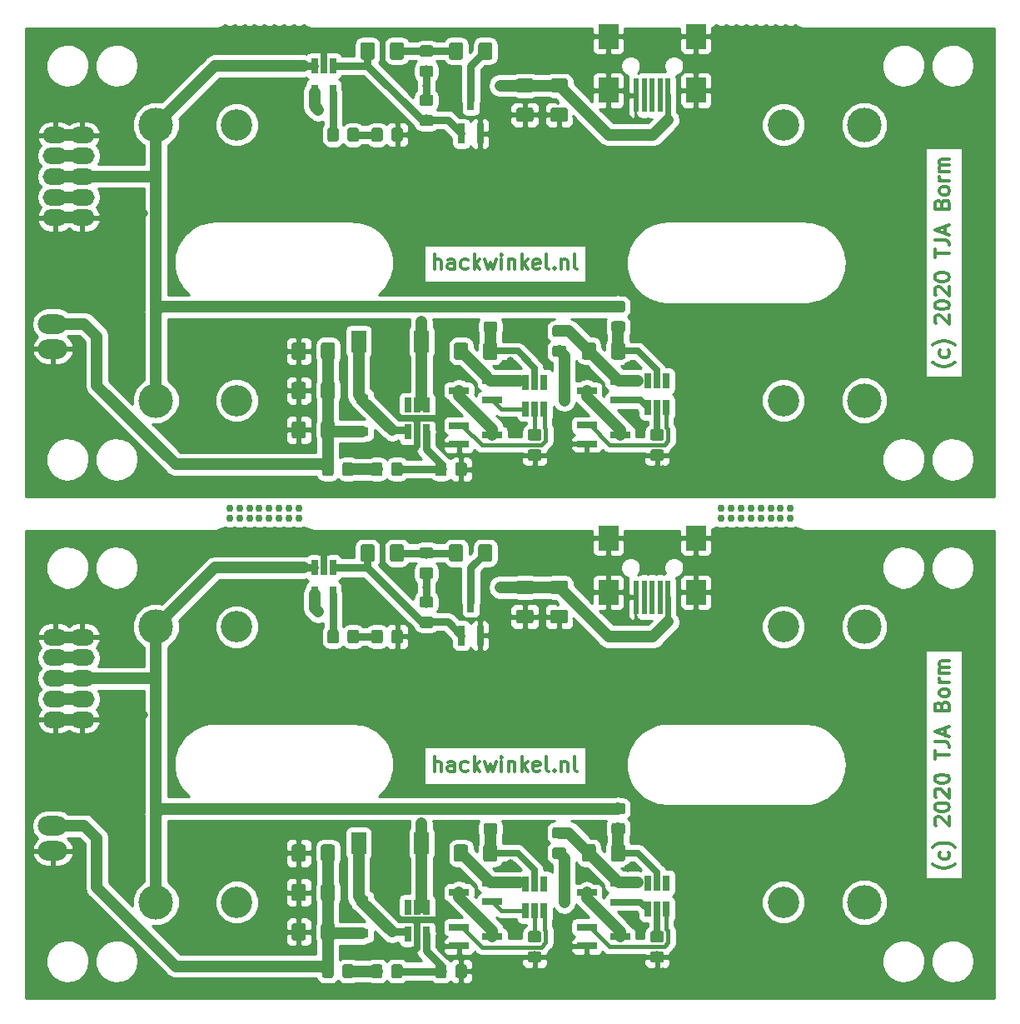
<source format=gbr>
G04 #@! TF.GenerationSoftware,KiCad,Pcbnew,5.0.2+dfsg1-1*
G04 #@! TF.CreationDate,2020-09-22T13:16:50+02:00*
G04 #@! TF.ProjectId,lipo_power,6c69706f-5f70-46f7-9765-722e6b696361,rev?*
G04 #@! TF.SameCoordinates,Original*
G04 #@! TF.FileFunction,Copper,L1,Top*
G04 #@! TF.FilePolarity,Positive*
%FSLAX46Y46*%
G04 Gerber Fmt 4.6, Leading zero omitted, Abs format (unit mm)*
G04 Created by KiCad (PCBNEW 5.0.2+dfsg1-1) date Tue 22 Sep 2020 01:16:50 PM CEST*
%MOMM*%
%LPD*%
G01*
G04 APERTURE LIST*
G04 #@! TA.AperFunction,NonConductor*
%ADD10C,0.300000*%
G04 #@! TD*
G04 #@! TA.AperFunction,SMDPad,CuDef*
%ADD11R,1.200000X0.900000*%
G04 #@! TD*
G04 #@! TA.AperFunction,SMDPad,CuDef*
%ADD12R,2.000000X0.700000*%
G04 #@! TD*
G04 #@! TA.AperFunction,Conductor*
%ADD13C,0.100000*%
G04 #@! TD*
G04 #@! TA.AperFunction,SMDPad,CuDef*
%ADD14C,1.425000*%
G04 #@! TD*
G04 #@! TA.AperFunction,SMDPad,CuDef*
%ADD15C,1.150000*%
G04 #@! TD*
G04 #@! TA.AperFunction,ComponentPad*
%ADD16O,2.500000X1.700000*%
G04 #@! TD*
G04 #@! TA.AperFunction,ComponentPad*
%ADD17C,3.500000*%
G04 #@! TD*
G04 #@! TA.AperFunction,ComponentPad*
%ADD18C,3.200000*%
G04 #@! TD*
G04 #@! TA.AperFunction,SMDPad,CuDef*
%ADD19R,0.650000X1.560000*%
G04 #@! TD*
G04 #@! TA.AperFunction,SMDPad,CuDef*
%ADD20R,0.500000X3.500000*%
G04 #@! TD*
G04 #@! TA.AperFunction,SMDPad,CuDef*
%ADD21R,2.000000X2.500000*%
G04 #@! TD*
G04 #@! TA.AperFunction,SMDPad,CuDef*
%ADD22R,1.500000X2.200000*%
G04 #@! TD*
G04 #@! TA.AperFunction,ComponentPad*
%ADD23O,3.000000X2.000000*%
G04 #@! TD*
G04 #@! TA.AperFunction,SMDPad,CuDef*
%ADD24R,0.700000X2.000000*%
G04 #@! TD*
G04 #@! TA.AperFunction,ComponentPad*
%ADD25C,0.762000*%
G04 #@! TD*
G04 #@! TA.AperFunction,ViaPad*
%ADD26C,0.800000*%
G04 #@! TD*
G04 #@! TA.AperFunction,Conductor*
%ADD27C,0.650000*%
G04 #@! TD*
G04 #@! TA.AperFunction,Conductor*
%ADD28C,1.200000*%
G04 #@! TD*
G04 #@! TA.AperFunction,Conductor*
%ADD29C,0.800000*%
G04 #@! TD*
G04 #@! TA.AperFunction,Conductor*
%ADD30C,0.600000*%
G04 #@! TD*
G04 #@! TA.AperFunction,Conductor*
%ADD31C,0.450000*%
G04 #@! TD*
G04 #@! TA.AperFunction,Conductor*
%ADD32C,0.500000*%
G04 #@! TD*
G04 #@! TA.AperFunction,Conductor*
%ADD33C,0.254000*%
G04 #@! TD*
G04 #@! TA.AperFunction,NonConductor*
%ADD34C,0.254000*%
G04 #@! TD*
G04 APERTURE END LIST*
D10*
X142357142Y-74678571D02*
X142357142Y-73178571D01*
X143000000Y-74678571D02*
X143000000Y-73892857D01*
X142928571Y-73750000D01*
X142785714Y-73678571D01*
X142571428Y-73678571D01*
X142428571Y-73750000D01*
X142357142Y-73821428D01*
X144357142Y-74678571D02*
X144357142Y-73892857D01*
X144285714Y-73750000D01*
X144142857Y-73678571D01*
X143857142Y-73678571D01*
X143714285Y-73750000D01*
X144357142Y-74607142D02*
X144214285Y-74678571D01*
X143857142Y-74678571D01*
X143714285Y-74607142D01*
X143642857Y-74464285D01*
X143642857Y-74321428D01*
X143714285Y-74178571D01*
X143857142Y-74107142D01*
X144214285Y-74107142D01*
X144357142Y-74035714D01*
X145714285Y-74607142D02*
X145571428Y-74678571D01*
X145285714Y-74678571D01*
X145142857Y-74607142D01*
X145071428Y-74535714D01*
X145000000Y-74392857D01*
X145000000Y-73964285D01*
X145071428Y-73821428D01*
X145142857Y-73750000D01*
X145285714Y-73678571D01*
X145571428Y-73678571D01*
X145714285Y-73750000D01*
X146357142Y-74678571D02*
X146357142Y-73178571D01*
X146500000Y-74107142D02*
X146928571Y-74678571D01*
X146928571Y-73678571D02*
X146357142Y-74250000D01*
X147428571Y-73678571D02*
X147714285Y-74678571D01*
X148000000Y-73964285D01*
X148285714Y-74678571D01*
X148571428Y-73678571D01*
X149142857Y-74678571D02*
X149142857Y-73678571D01*
X149142857Y-73178571D02*
X149071428Y-73250000D01*
X149142857Y-73321428D01*
X149214285Y-73250000D01*
X149142857Y-73178571D01*
X149142857Y-73321428D01*
X149857142Y-73678571D02*
X149857142Y-74678571D01*
X149857142Y-73821428D02*
X149928571Y-73750000D01*
X150071428Y-73678571D01*
X150285714Y-73678571D01*
X150428571Y-73750000D01*
X150500000Y-73892857D01*
X150500000Y-74678571D01*
X151214285Y-74678571D02*
X151214285Y-73178571D01*
X151357142Y-74107142D02*
X151785714Y-74678571D01*
X151785714Y-73678571D02*
X151214285Y-74250000D01*
X153000000Y-74607142D02*
X152857142Y-74678571D01*
X152571428Y-74678571D01*
X152428571Y-74607142D01*
X152357142Y-74464285D01*
X152357142Y-73892857D01*
X152428571Y-73750000D01*
X152571428Y-73678571D01*
X152857142Y-73678571D01*
X153000000Y-73750000D01*
X153071428Y-73892857D01*
X153071428Y-74035714D01*
X152357142Y-74178571D01*
X153928571Y-74678571D02*
X153785714Y-74607142D01*
X153714285Y-74464285D01*
X153714285Y-73178571D01*
X154500000Y-74535714D02*
X154571428Y-74607142D01*
X154500000Y-74678571D01*
X154428571Y-74607142D01*
X154500000Y-74535714D01*
X154500000Y-74678571D01*
X155214285Y-73678571D02*
X155214285Y-74678571D01*
X155214285Y-73821428D02*
X155285714Y-73750000D01*
X155428571Y-73678571D01*
X155642857Y-73678571D01*
X155785714Y-73750000D01*
X155857142Y-73892857D01*
X155857142Y-74678571D01*
X156785714Y-74678571D02*
X156642857Y-74607142D01*
X156571428Y-74464285D01*
X156571428Y-73178571D01*
X195250000Y-84107142D02*
X195178571Y-84178571D01*
X194964285Y-84321428D01*
X194821428Y-84392857D01*
X194607142Y-84464285D01*
X194250000Y-84535714D01*
X193964285Y-84535714D01*
X193607142Y-84464285D01*
X193392857Y-84392857D01*
X193250000Y-84321428D01*
X193035714Y-84178571D01*
X192964285Y-84107142D01*
X194607142Y-82892857D02*
X194678571Y-83035714D01*
X194678571Y-83321428D01*
X194607142Y-83464285D01*
X194535714Y-83535714D01*
X194392857Y-83607142D01*
X193964285Y-83607142D01*
X193821428Y-83535714D01*
X193750000Y-83464285D01*
X193678571Y-83321428D01*
X193678571Y-83035714D01*
X193750000Y-82892857D01*
X195250000Y-82392857D02*
X195178571Y-82321428D01*
X194964285Y-82178571D01*
X194821428Y-82107142D01*
X194607142Y-82035714D01*
X194250000Y-81964285D01*
X193964285Y-81964285D01*
X193607142Y-82035714D01*
X193392857Y-82107142D01*
X193250000Y-82178571D01*
X193035714Y-82321428D01*
X192964285Y-82392857D01*
X193321428Y-80178571D02*
X193250000Y-80107142D01*
X193178571Y-79964285D01*
X193178571Y-79607142D01*
X193250000Y-79464285D01*
X193321428Y-79392857D01*
X193464285Y-79321428D01*
X193607142Y-79321428D01*
X193821428Y-79392857D01*
X194678571Y-80250000D01*
X194678571Y-79321428D01*
X193178571Y-78392857D02*
X193178571Y-78250000D01*
X193250000Y-78107142D01*
X193321428Y-78035714D01*
X193464285Y-77964285D01*
X193750000Y-77892857D01*
X194107142Y-77892857D01*
X194392857Y-77964285D01*
X194535714Y-78035714D01*
X194607142Y-78107142D01*
X194678571Y-78250000D01*
X194678571Y-78392857D01*
X194607142Y-78535714D01*
X194535714Y-78607142D01*
X194392857Y-78678571D01*
X194107142Y-78750000D01*
X193750000Y-78750000D01*
X193464285Y-78678571D01*
X193321428Y-78607142D01*
X193250000Y-78535714D01*
X193178571Y-78392857D01*
X193321428Y-77321428D02*
X193250000Y-77250000D01*
X193178571Y-77107142D01*
X193178571Y-76750000D01*
X193250000Y-76607142D01*
X193321428Y-76535714D01*
X193464285Y-76464285D01*
X193607142Y-76464285D01*
X193821428Y-76535714D01*
X194678571Y-77392857D01*
X194678571Y-76464285D01*
X193178571Y-75535714D02*
X193178571Y-75392857D01*
X193250000Y-75250000D01*
X193321428Y-75178571D01*
X193464285Y-75107142D01*
X193750000Y-75035714D01*
X194107142Y-75035714D01*
X194392857Y-75107142D01*
X194535714Y-75178571D01*
X194607142Y-75250000D01*
X194678571Y-75392857D01*
X194678571Y-75535714D01*
X194607142Y-75678571D01*
X194535714Y-75750000D01*
X194392857Y-75821428D01*
X194107142Y-75892857D01*
X193750000Y-75892857D01*
X193464285Y-75821428D01*
X193321428Y-75750000D01*
X193250000Y-75678571D01*
X193178571Y-75535714D01*
X193178571Y-73464285D02*
X193178571Y-72607142D01*
X194678571Y-73035714D02*
X193178571Y-73035714D01*
X193178571Y-71678571D02*
X194250000Y-71678571D01*
X194464285Y-71750000D01*
X194607142Y-71892857D01*
X194678571Y-72107142D01*
X194678571Y-72250000D01*
X194250000Y-71035714D02*
X194250000Y-70321428D01*
X194678571Y-71178571D02*
X193178571Y-70678571D01*
X194678571Y-70178571D01*
X193892857Y-68035714D02*
X193964285Y-67821428D01*
X194035714Y-67750000D01*
X194178571Y-67678571D01*
X194392857Y-67678571D01*
X194535714Y-67750000D01*
X194607142Y-67821428D01*
X194678571Y-67964285D01*
X194678571Y-68535714D01*
X193178571Y-68535714D01*
X193178571Y-68035714D01*
X193250000Y-67892857D01*
X193321428Y-67821428D01*
X193464285Y-67750000D01*
X193607142Y-67750000D01*
X193750000Y-67821428D01*
X193821428Y-67892857D01*
X193892857Y-68035714D01*
X193892857Y-68535714D01*
X194678571Y-66821428D02*
X194607142Y-66964285D01*
X194535714Y-67035714D01*
X194392857Y-67107142D01*
X193964285Y-67107142D01*
X193821428Y-67035714D01*
X193750000Y-66964285D01*
X193678571Y-66821428D01*
X193678571Y-66607142D01*
X193750000Y-66464285D01*
X193821428Y-66392857D01*
X193964285Y-66321428D01*
X194392857Y-66321428D01*
X194535714Y-66392857D01*
X194607142Y-66464285D01*
X194678571Y-66607142D01*
X194678571Y-66821428D01*
X194678571Y-65678571D02*
X193678571Y-65678571D01*
X193964285Y-65678571D02*
X193821428Y-65607142D01*
X193750000Y-65535714D01*
X193678571Y-65392857D01*
X193678571Y-65250000D01*
X194678571Y-64750000D02*
X193678571Y-64750000D01*
X193821428Y-64750000D02*
X193750000Y-64678571D01*
X193678571Y-64535714D01*
X193678571Y-64321428D01*
X193750000Y-64178571D01*
X193892857Y-64107142D01*
X194678571Y-64107142D01*
X193892857Y-64107142D02*
X193750000Y-64035714D01*
X193678571Y-63892857D01*
X193678571Y-63678571D01*
X193750000Y-63535714D01*
X193892857Y-63464285D01*
X194678571Y-63464285D01*
X142357142Y-125678571D02*
X142357142Y-124178571D01*
X143000000Y-125678571D02*
X143000000Y-124892857D01*
X142928571Y-124750000D01*
X142785714Y-124678571D01*
X142571428Y-124678571D01*
X142428571Y-124750000D01*
X142357142Y-124821428D01*
X144357142Y-125678571D02*
X144357142Y-124892857D01*
X144285714Y-124750000D01*
X144142857Y-124678571D01*
X143857142Y-124678571D01*
X143714285Y-124750000D01*
X144357142Y-125607142D02*
X144214285Y-125678571D01*
X143857142Y-125678571D01*
X143714285Y-125607142D01*
X143642857Y-125464285D01*
X143642857Y-125321428D01*
X143714285Y-125178571D01*
X143857142Y-125107142D01*
X144214285Y-125107142D01*
X144357142Y-125035714D01*
X145714285Y-125607142D02*
X145571428Y-125678571D01*
X145285714Y-125678571D01*
X145142857Y-125607142D01*
X145071428Y-125535714D01*
X145000000Y-125392857D01*
X145000000Y-124964285D01*
X145071428Y-124821428D01*
X145142857Y-124750000D01*
X145285714Y-124678571D01*
X145571428Y-124678571D01*
X145714285Y-124750000D01*
X146357142Y-125678571D02*
X146357142Y-124178571D01*
X146500000Y-125107142D02*
X146928571Y-125678571D01*
X146928571Y-124678571D02*
X146357142Y-125250000D01*
X147428571Y-124678571D02*
X147714285Y-125678571D01*
X148000000Y-124964285D01*
X148285714Y-125678571D01*
X148571428Y-124678571D01*
X149142857Y-125678571D02*
X149142857Y-124678571D01*
X149142857Y-124178571D02*
X149071428Y-124250000D01*
X149142857Y-124321428D01*
X149214285Y-124250000D01*
X149142857Y-124178571D01*
X149142857Y-124321428D01*
X149857142Y-124678571D02*
X149857142Y-125678571D01*
X149857142Y-124821428D02*
X149928571Y-124750000D01*
X150071428Y-124678571D01*
X150285714Y-124678571D01*
X150428571Y-124750000D01*
X150500000Y-124892857D01*
X150500000Y-125678571D01*
X151214285Y-125678571D02*
X151214285Y-124178571D01*
X151357142Y-125107142D02*
X151785714Y-125678571D01*
X151785714Y-124678571D02*
X151214285Y-125250000D01*
X153000000Y-125607142D02*
X152857142Y-125678571D01*
X152571428Y-125678571D01*
X152428571Y-125607142D01*
X152357142Y-125464285D01*
X152357142Y-124892857D01*
X152428571Y-124750000D01*
X152571428Y-124678571D01*
X152857142Y-124678571D01*
X153000000Y-124750000D01*
X153071428Y-124892857D01*
X153071428Y-125035714D01*
X152357142Y-125178571D01*
X153928571Y-125678571D02*
X153785714Y-125607142D01*
X153714285Y-125464285D01*
X153714285Y-124178571D01*
X154500000Y-125535714D02*
X154571428Y-125607142D01*
X154500000Y-125678571D01*
X154428571Y-125607142D01*
X154500000Y-125535714D01*
X154500000Y-125678571D01*
X155214285Y-124678571D02*
X155214285Y-125678571D01*
X155214285Y-124821428D02*
X155285714Y-124750000D01*
X155428571Y-124678571D01*
X155642857Y-124678571D01*
X155785714Y-124750000D01*
X155857142Y-124892857D01*
X155857142Y-125678571D01*
X156785714Y-125678571D02*
X156642857Y-125607142D01*
X156571428Y-125464285D01*
X156571428Y-124178571D01*
X195250000Y-135107142D02*
X195178571Y-135178571D01*
X194964285Y-135321428D01*
X194821428Y-135392857D01*
X194607142Y-135464285D01*
X194250000Y-135535714D01*
X193964285Y-135535714D01*
X193607142Y-135464285D01*
X193392857Y-135392857D01*
X193250000Y-135321428D01*
X193035714Y-135178571D01*
X192964285Y-135107142D01*
X194607142Y-133892857D02*
X194678571Y-134035714D01*
X194678571Y-134321428D01*
X194607142Y-134464285D01*
X194535714Y-134535714D01*
X194392857Y-134607142D01*
X193964285Y-134607142D01*
X193821428Y-134535714D01*
X193750000Y-134464285D01*
X193678571Y-134321428D01*
X193678571Y-134035714D01*
X193750000Y-133892857D01*
X195250000Y-133392857D02*
X195178571Y-133321428D01*
X194964285Y-133178571D01*
X194821428Y-133107142D01*
X194607142Y-133035714D01*
X194250000Y-132964285D01*
X193964285Y-132964285D01*
X193607142Y-133035714D01*
X193392857Y-133107142D01*
X193250000Y-133178571D01*
X193035714Y-133321428D01*
X192964285Y-133392857D01*
X193321428Y-131178571D02*
X193250000Y-131107142D01*
X193178571Y-130964285D01*
X193178571Y-130607142D01*
X193250000Y-130464285D01*
X193321428Y-130392857D01*
X193464285Y-130321428D01*
X193607142Y-130321428D01*
X193821428Y-130392857D01*
X194678571Y-131250000D01*
X194678571Y-130321428D01*
X193178571Y-129392857D02*
X193178571Y-129250000D01*
X193250000Y-129107142D01*
X193321428Y-129035714D01*
X193464285Y-128964285D01*
X193750000Y-128892857D01*
X194107142Y-128892857D01*
X194392857Y-128964285D01*
X194535714Y-129035714D01*
X194607142Y-129107142D01*
X194678571Y-129250000D01*
X194678571Y-129392857D01*
X194607142Y-129535714D01*
X194535714Y-129607142D01*
X194392857Y-129678571D01*
X194107142Y-129750000D01*
X193750000Y-129750000D01*
X193464285Y-129678571D01*
X193321428Y-129607142D01*
X193250000Y-129535714D01*
X193178571Y-129392857D01*
X193321428Y-128321428D02*
X193250000Y-128250000D01*
X193178571Y-128107142D01*
X193178571Y-127750000D01*
X193250000Y-127607142D01*
X193321428Y-127535714D01*
X193464285Y-127464285D01*
X193607142Y-127464285D01*
X193821428Y-127535714D01*
X194678571Y-128392857D01*
X194678571Y-127464285D01*
X193178571Y-126535714D02*
X193178571Y-126392857D01*
X193250000Y-126250000D01*
X193321428Y-126178571D01*
X193464285Y-126107142D01*
X193750000Y-126035714D01*
X194107142Y-126035714D01*
X194392857Y-126107142D01*
X194535714Y-126178571D01*
X194607142Y-126250000D01*
X194678571Y-126392857D01*
X194678571Y-126535714D01*
X194607142Y-126678571D01*
X194535714Y-126750000D01*
X194392857Y-126821428D01*
X194107142Y-126892857D01*
X193750000Y-126892857D01*
X193464285Y-126821428D01*
X193321428Y-126750000D01*
X193250000Y-126678571D01*
X193178571Y-126535714D01*
X193178571Y-124464285D02*
X193178571Y-123607142D01*
X194678571Y-124035714D02*
X193178571Y-124035714D01*
X193178571Y-122678571D02*
X194250000Y-122678571D01*
X194464285Y-122750000D01*
X194607142Y-122892857D01*
X194678571Y-123107142D01*
X194678571Y-123250000D01*
X194250000Y-122035714D02*
X194250000Y-121321428D01*
X194678571Y-122178571D02*
X193178571Y-121678571D01*
X194678571Y-121178571D01*
X193892857Y-119035714D02*
X193964285Y-118821428D01*
X194035714Y-118750000D01*
X194178571Y-118678571D01*
X194392857Y-118678571D01*
X194535714Y-118750000D01*
X194607142Y-118821428D01*
X194678571Y-118964285D01*
X194678571Y-119535714D01*
X193178571Y-119535714D01*
X193178571Y-119035714D01*
X193250000Y-118892857D01*
X193321428Y-118821428D01*
X193464285Y-118750000D01*
X193607142Y-118750000D01*
X193750000Y-118821428D01*
X193821428Y-118892857D01*
X193892857Y-119035714D01*
X193892857Y-119535714D01*
X194678571Y-117821428D02*
X194607142Y-117964285D01*
X194535714Y-118035714D01*
X194392857Y-118107142D01*
X193964285Y-118107142D01*
X193821428Y-118035714D01*
X193750000Y-117964285D01*
X193678571Y-117821428D01*
X193678571Y-117607142D01*
X193750000Y-117464285D01*
X193821428Y-117392857D01*
X193964285Y-117321428D01*
X194392857Y-117321428D01*
X194535714Y-117392857D01*
X194607142Y-117464285D01*
X194678571Y-117607142D01*
X194678571Y-117821428D01*
X194678571Y-116678571D02*
X193678571Y-116678571D01*
X193964285Y-116678571D02*
X193821428Y-116607142D01*
X193750000Y-116535714D01*
X193678571Y-116392857D01*
X193678571Y-116250000D01*
X194678571Y-115750000D02*
X193678571Y-115750000D01*
X193821428Y-115750000D02*
X193750000Y-115678571D01*
X193678571Y-115535714D01*
X193678571Y-115321428D01*
X193750000Y-115178571D01*
X193892857Y-115107142D01*
X194678571Y-115107142D01*
X193892857Y-115107142D02*
X193750000Y-115035714D01*
X193678571Y-114892857D01*
X193678571Y-114678571D01*
X193750000Y-114535714D01*
X193892857Y-114464285D01*
X194678571Y-114464285D01*
D11*
G04 #@! TO.P,D3,1*
G04 #@! TO.N,N/C*
X135000000Y-91150000D03*
G04 #@! TO.P,D3,2*
X135000000Y-87850000D03*
G04 #@! TD*
D12*
G04 #@! TO.P,Q5,1*
G04 #@! TO.N,N/C*
X144800000Y-90550000D03*
G04 #@! TO.P,Q5,2*
X144800000Y-92450000D03*
G04 #@! TO.P,Q5,3*
X148200000Y-91500000D03*
G04 #@! TD*
G04 #@! TO.P,Q4,1*
G04 #@! TO.N,N/C*
X148200000Y-87950000D03*
G04 #@! TO.P,Q4,2*
X148200000Y-86050000D03*
G04 #@! TO.P,Q4,3*
X144800000Y-87000000D03*
G04 #@! TD*
D13*
G04 #@! TO.N,N/C*
G04 #@! TO.C,D1*
G36*
X147974504Y-51626204D02*
X147998773Y-51629804D01*
X148022571Y-51635765D01*
X148045671Y-51644030D01*
X148067849Y-51654520D01*
X148088893Y-51667133D01*
X148108598Y-51681747D01*
X148126777Y-51698223D01*
X148143253Y-51716402D01*
X148157867Y-51736107D01*
X148170480Y-51757151D01*
X148180970Y-51779329D01*
X148189235Y-51802429D01*
X148195196Y-51826227D01*
X148198796Y-51850496D01*
X148200000Y-51875000D01*
X148200000Y-53125000D01*
X148198796Y-53149504D01*
X148195196Y-53173773D01*
X148189235Y-53197571D01*
X148180970Y-53220671D01*
X148170480Y-53242849D01*
X148157867Y-53263893D01*
X148143253Y-53283598D01*
X148126777Y-53301777D01*
X148108598Y-53318253D01*
X148088893Y-53332867D01*
X148067849Y-53345480D01*
X148045671Y-53355970D01*
X148022571Y-53364235D01*
X147998773Y-53370196D01*
X147974504Y-53373796D01*
X147950000Y-53375000D01*
X147025000Y-53375000D01*
X147000496Y-53373796D01*
X146976227Y-53370196D01*
X146952429Y-53364235D01*
X146929329Y-53355970D01*
X146907151Y-53345480D01*
X146886107Y-53332867D01*
X146866402Y-53318253D01*
X146848223Y-53301777D01*
X146831747Y-53283598D01*
X146817133Y-53263893D01*
X146804520Y-53242849D01*
X146794030Y-53220671D01*
X146785765Y-53197571D01*
X146779804Y-53173773D01*
X146776204Y-53149504D01*
X146775000Y-53125000D01*
X146775000Y-51875000D01*
X146776204Y-51850496D01*
X146779804Y-51826227D01*
X146785765Y-51802429D01*
X146794030Y-51779329D01*
X146804520Y-51757151D01*
X146817133Y-51736107D01*
X146831747Y-51716402D01*
X146848223Y-51698223D01*
X146866402Y-51681747D01*
X146886107Y-51667133D01*
X146907151Y-51654520D01*
X146929329Y-51644030D01*
X146952429Y-51635765D01*
X146976227Y-51629804D01*
X147000496Y-51626204D01*
X147025000Y-51625000D01*
X147950000Y-51625000D01*
X147974504Y-51626204D01*
X147974504Y-51626204D01*
G37*
D14*
G04 #@! TD*
G04 #@! TO.P,D1,1*
G04 #@! TO.N,N/C*
X147487500Y-52500000D03*
D13*
G04 #@! TO.N,N/C*
G04 #@! TO.C,D1*
G36*
X144999504Y-51626204D02*
X145023773Y-51629804D01*
X145047571Y-51635765D01*
X145070671Y-51644030D01*
X145092849Y-51654520D01*
X145113893Y-51667133D01*
X145133598Y-51681747D01*
X145151777Y-51698223D01*
X145168253Y-51716402D01*
X145182867Y-51736107D01*
X145195480Y-51757151D01*
X145205970Y-51779329D01*
X145214235Y-51802429D01*
X145220196Y-51826227D01*
X145223796Y-51850496D01*
X145225000Y-51875000D01*
X145225000Y-53125000D01*
X145223796Y-53149504D01*
X145220196Y-53173773D01*
X145214235Y-53197571D01*
X145205970Y-53220671D01*
X145195480Y-53242849D01*
X145182867Y-53263893D01*
X145168253Y-53283598D01*
X145151777Y-53301777D01*
X145133598Y-53318253D01*
X145113893Y-53332867D01*
X145092849Y-53345480D01*
X145070671Y-53355970D01*
X145047571Y-53364235D01*
X145023773Y-53370196D01*
X144999504Y-53373796D01*
X144975000Y-53375000D01*
X144050000Y-53375000D01*
X144025496Y-53373796D01*
X144001227Y-53370196D01*
X143977429Y-53364235D01*
X143954329Y-53355970D01*
X143932151Y-53345480D01*
X143911107Y-53332867D01*
X143891402Y-53318253D01*
X143873223Y-53301777D01*
X143856747Y-53283598D01*
X143842133Y-53263893D01*
X143829520Y-53242849D01*
X143819030Y-53220671D01*
X143810765Y-53197571D01*
X143804804Y-53173773D01*
X143801204Y-53149504D01*
X143800000Y-53125000D01*
X143800000Y-51875000D01*
X143801204Y-51850496D01*
X143804804Y-51826227D01*
X143810765Y-51802429D01*
X143819030Y-51779329D01*
X143829520Y-51757151D01*
X143842133Y-51736107D01*
X143856747Y-51716402D01*
X143873223Y-51698223D01*
X143891402Y-51681747D01*
X143911107Y-51667133D01*
X143932151Y-51654520D01*
X143954329Y-51644030D01*
X143977429Y-51635765D01*
X144001227Y-51629804D01*
X144025496Y-51626204D01*
X144050000Y-51625000D01*
X144975000Y-51625000D01*
X144999504Y-51626204D01*
X144999504Y-51626204D01*
G37*
D14*
G04 #@! TD*
G04 #@! TO.P,D1,2*
G04 #@! TO.N,N/C*
X144512500Y-52500000D03*
D13*
G04 #@! TO.N,N/C*
G04 #@! TO.C,R10*
G36*
X148474505Y-79976204D02*
X148498773Y-79979804D01*
X148522572Y-79985765D01*
X148545671Y-79994030D01*
X148567850Y-80004520D01*
X148588893Y-80017132D01*
X148608599Y-80031747D01*
X148626777Y-80048223D01*
X148643253Y-80066401D01*
X148657868Y-80086107D01*
X148670480Y-80107150D01*
X148680970Y-80129329D01*
X148689235Y-80152428D01*
X148695196Y-80176227D01*
X148698796Y-80200495D01*
X148700000Y-80224999D01*
X148700000Y-80875001D01*
X148698796Y-80899505D01*
X148695196Y-80923773D01*
X148689235Y-80947572D01*
X148680970Y-80970671D01*
X148670480Y-80992850D01*
X148657868Y-81013893D01*
X148643253Y-81033599D01*
X148626777Y-81051777D01*
X148608599Y-81068253D01*
X148588893Y-81082868D01*
X148567850Y-81095480D01*
X148545671Y-81105970D01*
X148522572Y-81114235D01*
X148498773Y-81120196D01*
X148474505Y-81123796D01*
X148450001Y-81125000D01*
X147549999Y-81125000D01*
X147525495Y-81123796D01*
X147501227Y-81120196D01*
X147477428Y-81114235D01*
X147454329Y-81105970D01*
X147432150Y-81095480D01*
X147411107Y-81082868D01*
X147391401Y-81068253D01*
X147373223Y-81051777D01*
X147356747Y-81033599D01*
X147342132Y-81013893D01*
X147329520Y-80992850D01*
X147319030Y-80970671D01*
X147310765Y-80947572D01*
X147304804Y-80923773D01*
X147301204Y-80899505D01*
X147300000Y-80875001D01*
X147300000Y-80224999D01*
X147301204Y-80200495D01*
X147304804Y-80176227D01*
X147310765Y-80152428D01*
X147319030Y-80129329D01*
X147329520Y-80107150D01*
X147342132Y-80086107D01*
X147356747Y-80066401D01*
X147373223Y-80048223D01*
X147391401Y-80031747D01*
X147411107Y-80017132D01*
X147432150Y-80004520D01*
X147454329Y-79994030D01*
X147477428Y-79985765D01*
X147501227Y-79979804D01*
X147525495Y-79976204D01*
X147549999Y-79975000D01*
X148450001Y-79975000D01*
X148474505Y-79976204D01*
X148474505Y-79976204D01*
G37*
D15*
G04 #@! TD*
G04 #@! TO.P,R10,1*
G04 #@! TO.N,N/C*
X148000000Y-80550000D03*
D13*
G04 #@! TO.N,N/C*
G04 #@! TO.C,R10*
G36*
X148474505Y-77926204D02*
X148498773Y-77929804D01*
X148522572Y-77935765D01*
X148545671Y-77944030D01*
X148567850Y-77954520D01*
X148588893Y-77967132D01*
X148608599Y-77981747D01*
X148626777Y-77998223D01*
X148643253Y-78016401D01*
X148657868Y-78036107D01*
X148670480Y-78057150D01*
X148680970Y-78079329D01*
X148689235Y-78102428D01*
X148695196Y-78126227D01*
X148698796Y-78150495D01*
X148700000Y-78174999D01*
X148700000Y-78825001D01*
X148698796Y-78849505D01*
X148695196Y-78873773D01*
X148689235Y-78897572D01*
X148680970Y-78920671D01*
X148670480Y-78942850D01*
X148657868Y-78963893D01*
X148643253Y-78983599D01*
X148626777Y-79001777D01*
X148608599Y-79018253D01*
X148588893Y-79032868D01*
X148567850Y-79045480D01*
X148545671Y-79055970D01*
X148522572Y-79064235D01*
X148498773Y-79070196D01*
X148474505Y-79073796D01*
X148450001Y-79075000D01*
X147549999Y-79075000D01*
X147525495Y-79073796D01*
X147501227Y-79070196D01*
X147477428Y-79064235D01*
X147454329Y-79055970D01*
X147432150Y-79045480D01*
X147411107Y-79032868D01*
X147391401Y-79018253D01*
X147373223Y-79001777D01*
X147356747Y-78983599D01*
X147342132Y-78963893D01*
X147329520Y-78942850D01*
X147319030Y-78920671D01*
X147310765Y-78897572D01*
X147304804Y-78873773D01*
X147301204Y-78849505D01*
X147300000Y-78825001D01*
X147300000Y-78174999D01*
X147301204Y-78150495D01*
X147304804Y-78126227D01*
X147310765Y-78102428D01*
X147319030Y-78079329D01*
X147329520Y-78057150D01*
X147342132Y-78036107D01*
X147356747Y-78016401D01*
X147373223Y-77998223D01*
X147391401Y-77981747D01*
X147411107Y-77967132D01*
X147432150Y-77954520D01*
X147454329Y-77944030D01*
X147477428Y-77935765D01*
X147501227Y-77929804D01*
X147525495Y-77926204D01*
X147549999Y-77925000D01*
X148450001Y-77925000D01*
X148474505Y-77926204D01*
X148474505Y-77926204D01*
G37*
D15*
G04 #@! TD*
G04 #@! TO.P,R10,2*
G04 #@! TO.N,N/C*
X148000000Y-78500000D03*
D13*
G04 #@! TO.N,N/C*
G04 #@! TO.C,R7*
G36*
X145374505Y-94301204D02*
X145398773Y-94304804D01*
X145422572Y-94310765D01*
X145445671Y-94319030D01*
X145467850Y-94329520D01*
X145488893Y-94342132D01*
X145508599Y-94356747D01*
X145526777Y-94373223D01*
X145543253Y-94391401D01*
X145557868Y-94411107D01*
X145570480Y-94432150D01*
X145580970Y-94454329D01*
X145589235Y-94477428D01*
X145595196Y-94501227D01*
X145598796Y-94525495D01*
X145600000Y-94549999D01*
X145600000Y-95450001D01*
X145598796Y-95474505D01*
X145595196Y-95498773D01*
X145589235Y-95522572D01*
X145580970Y-95545671D01*
X145570480Y-95567850D01*
X145557868Y-95588893D01*
X145543253Y-95608599D01*
X145526777Y-95626777D01*
X145508599Y-95643253D01*
X145488893Y-95657868D01*
X145467850Y-95670480D01*
X145445671Y-95680970D01*
X145422572Y-95689235D01*
X145398773Y-95695196D01*
X145374505Y-95698796D01*
X145350001Y-95700000D01*
X144699999Y-95700000D01*
X144675495Y-95698796D01*
X144651227Y-95695196D01*
X144627428Y-95689235D01*
X144604329Y-95680970D01*
X144582150Y-95670480D01*
X144561107Y-95657868D01*
X144541401Y-95643253D01*
X144523223Y-95626777D01*
X144506747Y-95608599D01*
X144492132Y-95588893D01*
X144479520Y-95567850D01*
X144469030Y-95545671D01*
X144460765Y-95522572D01*
X144454804Y-95498773D01*
X144451204Y-95474505D01*
X144450000Y-95450001D01*
X144450000Y-94549999D01*
X144451204Y-94525495D01*
X144454804Y-94501227D01*
X144460765Y-94477428D01*
X144469030Y-94454329D01*
X144479520Y-94432150D01*
X144492132Y-94411107D01*
X144506747Y-94391401D01*
X144523223Y-94373223D01*
X144541401Y-94356747D01*
X144561107Y-94342132D01*
X144582150Y-94329520D01*
X144604329Y-94319030D01*
X144627428Y-94310765D01*
X144651227Y-94304804D01*
X144675495Y-94301204D01*
X144699999Y-94300000D01*
X145350001Y-94300000D01*
X145374505Y-94301204D01*
X145374505Y-94301204D01*
G37*
D15*
G04 #@! TD*
G04 #@! TO.P,R7,1*
G04 #@! TO.N,N/C*
X145025000Y-95000000D03*
D13*
G04 #@! TO.N,N/C*
G04 #@! TO.C,R7*
G36*
X143324505Y-94301204D02*
X143348773Y-94304804D01*
X143372572Y-94310765D01*
X143395671Y-94319030D01*
X143417850Y-94329520D01*
X143438893Y-94342132D01*
X143458599Y-94356747D01*
X143476777Y-94373223D01*
X143493253Y-94391401D01*
X143507868Y-94411107D01*
X143520480Y-94432150D01*
X143530970Y-94454329D01*
X143539235Y-94477428D01*
X143545196Y-94501227D01*
X143548796Y-94525495D01*
X143550000Y-94549999D01*
X143550000Y-95450001D01*
X143548796Y-95474505D01*
X143545196Y-95498773D01*
X143539235Y-95522572D01*
X143530970Y-95545671D01*
X143520480Y-95567850D01*
X143507868Y-95588893D01*
X143493253Y-95608599D01*
X143476777Y-95626777D01*
X143458599Y-95643253D01*
X143438893Y-95657868D01*
X143417850Y-95670480D01*
X143395671Y-95680970D01*
X143372572Y-95689235D01*
X143348773Y-95695196D01*
X143324505Y-95698796D01*
X143300001Y-95700000D01*
X142649999Y-95700000D01*
X142625495Y-95698796D01*
X142601227Y-95695196D01*
X142577428Y-95689235D01*
X142554329Y-95680970D01*
X142532150Y-95670480D01*
X142511107Y-95657868D01*
X142491401Y-95643253D01*
X142473223Y-95626777D01*
X142456747Y-95608599D01*
X142442132Y-95588893D01*
X142429520Y-95567850D01*
X142419030Y-95545671D01*
X142410765Y-95522572D01*
X142404804Y-95498773D01*
X142401204Y-95474505D01*
X142400000Y-95450001D01*
X142400000Y-94549999D01*
X142401204Y-94525495D01*
X142404804Y-94501227D01*
X142410765Y-94477428D01*
X142419030Y-94454329D01*
X142429520Y-94432150D01*
X142442132Y-94411107D01*
X142456747Y-94391401D01*
X142473223Y-94373223D01*
X142491401Y-94356747D01*
X142511107Y-94342132D01*
X142532150Y-94329520D01*
X142554329Y-94319030D01*
X142577428Y-94310765D01*
X142601227Y-94304804D01*
X142625495Y-94301204D01*
X142649999Y-94300000D01*
X143300001Y-94300000D01*
X143324505Y-94301204D01*
X143324505Y-94301204D01*
G37*
D15*
G04 #@! TD*
G04 #@! TO.P,R7,2*
G04 #@! TO.N,N/C*
X142975000Y-95000000D03*
D13*
G04 #@! TO.N,N/C*
G04 #@! TO.C,R8*
G36*
X138849505Y-94301204D02*
X138873773Y-94304804D01*
X138897572Y-94310765D01*
X138920671Y-94319030D01*
X138942850Y-94329520D01*
X138963893Y-94342132D01*
X138983599Y-94356747D01*
X139001777Y-94373223D01*
X139018253Y-94391401D01*
X139032868Y-94411107D01*
X139045480Y-94432150D01*
X139055970Y-94454329D01*
X139064235Y-94477428D01*
X139070196Y-94501227D01*
X139073796Y-94525495D01*
X139075000Y-94549999D01*
X139075000Y-95450001D01*
X139073796Y-95474505D01*
X139070196Y-95498773D01*
X139064235Y-95522572D01*
X139055970Y-95545671D01*
X139045480Y-95567850D01*
X139032868Y-95588893D01*
X139018253Y-95608599D01*
X139001777Y-95626777D01*
X138983599Y-95643253D01*
X138963893Y-95657868D01*
X138942850Y-95670480D01*
X138920671Y-95680970D01*
X138897572Y-95689235D01*
X138873773Y-95695196D01*
X138849505Y-95698796D01*
X138825001Y-95700000D01*
X138174999Y-95700000D01*
X138150495Y-95698796D01*
X138126227Y-95695196D01*
X138102428Y-95689235D01*
X138079329Y-95680970D01*
X138057150Y-95670480D01*
X138036107Y-95657868D01*
X138016401Y-95643253D01*
X137998223Y-95626777D01*
X137981747Y-95608599D01*
X137967132Y-95588893D01*
X137954520Y-95567850D01*
X137944030Y-95545671D01*
X137935765Y-95522572D01*
X137929804Y-95498773D01*
X137926204Y-95474505D01*
X137925000Y-95450001D01*
X137925000Y-94549999D01*
X137926204Y-94525495D01*
X137929804Y-94501227D01*
X137935765Y-94477428D01*
X137944030Y-94454329D01*
X137954520Y-94432150D01*
X137967132Y-94411107D01*
X137981747Y-94391401D01*
X137998223Y-94373223D01*
X138016401Y-94356747D01*
X138036107Y-94342132D01*
X138057150Y-94329520D01*
X138079329Y-94319030D01*
X138102428Y-94310765D01*
X138126227Y-94304804D01*
X138150495Y-94301204D01*
X138174999Y-94300000D01*
X138825001Y-94300000D01*
X138849505Y-94301204D01*
X138849505Y-94301204D01*
G37*
D15*
G04 #@! TD*
G04 #@! TO.P,R8,1*
G04 #@! TO.N,N/C*
X138500000Y-95000000D03*
D13*
G04 #@! TO.N,N/C*
G04 #@! TO.C,R8*
G36*
X136799505Y-94301204D02*
X136823773Y-94304804D01*
X136847572Y-94310765D01*
X136870671Y-94319030D01*
X136892850Y-94329520D01*
X136913893Y-94342132D01*
X136933599Y-94356747D01*
X136951777Y-94373223D01*
X136968253Y-94391401D01*
X136982868Y-94411107D01*
X136995480Y-94432150D01*
X137005970Y-94454329D01*
X137014235Y-94477428D01*
X137020196Y-94501227D01*
X137023796Y-94525495D01*
X137025000Y-94549999D01*
X137025000Y-95450001D01*
X137023796Y-95474505D01*
X137020196Y-95498773D01*
X137014235Y-95522572D01*
X137005970Y-95545671D01*
X136995480Y-95567850D01*
X136982868Y-95588893D01*
X136968253Y-95608599D01*
X136951777Y-95626777D01*
X136933599Y-95643253D01*
X136913893Y-95657868D01*
X136892850Y-95670480D01*
X136870671Y-95680970D01*
X136847572Y-95689235D01*
X136823773Y-95695196D01*
X136799505Y-95698796D01*
X136775001Y-95700000D01*
X136124999Y-95700000D01*
X136100495Y-95698796D01*
X136076227Y-95695196D01*
X136052428Y-95689235D01*
X136029329Y-95680970D01*
X136007150Y-95670480D01*
X135986107Y-95657868D01*
X135966401Y-95643253D01*
X135948223Y-95626777D01*
X135931747Y-95608599D01*
X135917132Y-95588893D01*
X135904520Y-95567850D01*
X135894030Y-95545671D01*
X135885765Y-95522572D01*
X135879804Y-95498773D01*
X135876204Y-95474505D01*
X135875000Y-95450001D01*
X135875000Y-94549999D01*
X135876204Y-94525495D01*
X135879804Y-94501227D01*
X135885765Y-94477428D01*
X135894030Y-94454329D01*
X135904520Y-94432150D01*
X135917132Y-94411107D01*
X135931747Y-94391401D01*
X135948223Y-94373223D01*
X135966401Y-94356747D01*
X135986107Y-94342132D01*
X136007150Y-94329520D01*
X136029329Y-94319030D01*
X136052428Y-94310765D01*
X136076227Y-94304804D01*
X136100495Y-94301204D01*
X136124999Y-94300000D01*
X136775001Y-94300000D01*
X136799505Y-94301204D01*
X136799505Y-94301204D01*
G37*
D15*
G04 #@! TD*
G04 #@! TO.P,R8,2*
G04 #@! TO.N,N/C*
X136450000Y-95000000D03*
D13*
G04 #@! TO.N,N/C*
G04 #@! TO.C,R1*
G36*
X141974505Y-53976204D02*
X141998773Y-53979804D01*
X142022572Y-53985765D01*
X142045671Y-53994030D01*
X142067850Y-54004520D01*
X142088893Y-54017132D01*
X142108599Y-54031747D01*
X142126777Y-54048223D01*
X142143253Y-54066401D01*
X142157868Y-54086107D01*
X142170480Y-54107150D01*
X142180970Y-54129329D01*
X142189235Y-54152428D01*
X142195196Y-54176227D01*
X142198796Y-54200495D01*
X142200000Y-54224999D01*
X142200000Y-54875001D01*
X142198796Y-54899505D01*
X142195196Y-54923773D01*
X142189235Y-54947572D01*
X142180970Y-54970671D01*
X142170480Y-54992850D01*
X142157868Y-55013893D01*
X142143253Y-55033599D01*
X142126777Y-55051777D01*
X142108599Y-55068253D01*
X142088893Y-55082868D01*
X142067850Y-55095480D01*
X142045671Y-55105970D01*
X142022572Y-55114235D01*
X141998773Y-55120196D01*
X141974505Y-55123796D01*
X141950001Y-55125000D01*
X141049999Y-55125000D01*
X141025495Y-55123796D01*
X141001227Y-55120196D01*
X140977428Y-55114235D01*
X140954329Y-55105970D01*
X140932150Y-55095480D01*
X140911107Y-55082868D01*
X140891401Y-55068253D01*
X140873223Y-55051777D01*
X140856747Y-55033599D01*
X140842132Y-55013893D01*
X140829520Y-54992850D01*
X140819030Y-54970671D01*
X140810765Y-54947572D01*
X140804804Y-54923773D01*
X140801204Y-54899505D01*
X140800000Y-54875001D01*
X140800000Y-54224999D01*
X140801204Y-54200495D01*
X140804804Y-54176227D01*
X140810765Y-54152428D01*
X140819030Y-54129329D01*
X140829520Y-54107150D01*
X140842132Y-54086107D01*
X140856747Y-54066401D01*
X140873223Y-54048223D01*
X140891401Y-54031747D01*
X140911107Y-54017132D01*
X140932150Y-54004520D01*
X140954329Y-53994030D01*
X140977428Y-53985765D01*
X141001227Y-53979804D01*
X141025495Y-53976204D01*
X141049999Y-53975000D01*
X141950001Y-53975000D01*
X141974505Y-53976204D01*
X141974505Y-53976204D01*
G37*
D15*
G04 #@! TD*
G04 #@! TO.P,R1,1*
G04 #@! TO.N,N/C*
X141500000Y-54550000D03*
D13*
G04 #@! TO.N,N/C*
G04 #@! TO.C,R1*
G36*
X141974505Y-51926204D02*
X141998773Y-51929804D01*
X142022572Y-51935765D01*
X142045671Y-51944030D01*
X142067850Y-51954520D01*
X142088893Y-51967132D01*
X142108599Y-51981747D01*
X142126777Y-51998223D01*
X142143253Y-52016401D01*
X142157868Y-52036107D01*
X142170480Y-52057150D01*
X142180970Y-52079329D01*
X142189235Y-52102428D01*
X142195196Y-52126227D01*
X142198796Y-52150495D01*
X142200000Y-52174999D01*
X142200000Y-52825001D01*
X142198796Y-52849505D01*
X142195196Y-52873773D01*
X142189235Y-52897572D01*
X142180970Y-52920671D01*
X142170480Y-52942850D01*
X142157868Y-52963893D01*
X142143253Y-52983599D01*
X142126777Y-53001777D01*
X142108599Y-53018253D01*
X142088893Y-53032868D01*
X142067850Y-53045480D01*
X142045671Y-53055970D01*
X142022572Y-53064235D01*
X141998773Y-53070196D01*
X141974505Y-53073796D01*
X141950001Y-53075000D01*
X141049999Y-53075000D01*
X141025495Y-53073796D01*
X141001227Y-53070196D01*
X140977428Y-53064235D01*
X140954329Y-53055970D01*
X140932150Y-53045480D01*
X140911107Y-53032868D01*
X140891401Y-53018253D01*
X140873223Y-53001777D01*
X140856747Y-52983599D01*
X140842132Y-52963893D01*
X140829520Y-52942850D01*
X140819030Y-52920671D01*
X140810765Y-52897572D01*
X140804804Y-52873773D01*
X140801204Y-52849505D01*
X140800000Y-52825001D01*
X140800000Y-52174999D01*
X140801204Y-52150495D01*
X140804804Y-52126227D01*
X140810765Y-52102428D01*
X140819030Y-52079329D01*
X140829520Y-52057150D01*
X140842132Y-52036107D01*
X140856747Y-52016401D01*
X140873223Y-51998223D01*
X140891401Y-51981747D01*
X140911107Y-51967132D01*
X140932150Y-51954520D01*
X140954329Y-51944030D01*
X140977428Y-51935765D01*
X141001227Y-51929804D01*
X141025495Y-51926204D01*
X141049999Y-51925000D01*
X141950001Y-51925000D01*
X141974505Y-51926204D01*
X141974505Y-51926204D01*
G37*
D15*
G04 #@! TD*
G04 #@! TO.P,R1,2*
G04 #@! TO.N,N/C*
X141500000Y-52500000D03*
D16*
G04 #@! TO.P,J3,5*
G04 #@! TO.N,N/C*
X103750000Y-69450000D03*
G04 #@! TO.P,J3,4*
X103750000Y-67350000D03*
G04 #@! TO.P,J3,3*
X103750000Y-65250000D03*
G04 #@! TO.P,J3,2*
X103750000Y-63150000D03*
G04 #@! TO.P,J3,1*
X103750000Y-61050000D03*
G04 #@! TD*
D17*
G04 #@! TO.P,U3,1*
G04 #@! TO.N,N/C*
X114000000Y-88000000D03*
G04 #@! TO.P,U3,2*
X186000000Y-88000000D03*
D18*
G04 #@! TO.P,U3,*
G04 #@! TO.N,*
X122200000Y-88000000D03*
X177800000Y-88000000D03*
G04 #@! TD*
D17*
G04 #@! TO.P,U2,1*
G04 #@! TO.N,N/C*
X114000000Y-60000000D03*
G04 #@! TO.P,U2,2*
X186000000Y-60000000D03*
D18*
G04 #@! TO.P,U2,*
G04 #@! TO.N,*
X122200000Y-60000000D03*
X177800000Y-60000000D03*
G04 #@! TD*
D19*
G04 #@! TO.P,U5,1*
G04 #@! TO.N,N/C*
X139600000Y-91200000D03*
G04 #@! TO.P,U5,2*
X140550000Y-91200000D03*
G04 #@! TO.P,U5,3*
X141500000Y-91200000D03*
G04 #@! TO.P,U5,4*
X141500000Y-88500000D03*
G04 #@! TO.P,U5,6*
X139600000Y-88500000D03*
G04 #@! TO.P,U5,5*
X140550000Y-88500000D03*
G04 #@! TD*
D20*
G04 #@! TO.P,J1,1*
G04 #@! TO.N,N/C*
X166050000Y-57000000D03*
G04 #@! TO.P,J1,2*
X165250000Y-57000000D03*
G04 #@! TO.P,J1,3*
X164450000Y-57000000D03*
G04 #@! TO.P,J1,4*
X163650000Y-57000000D03*
G04 #@! TO.P,J1,5*
X162850000Y-57000000D03*
D21*
G04 #@! TO.P,J1,6*
X168900000Y-56500000D03*
X168900000Y-51000000D03*
X160000000Y-56500000D03*
X160000000Y-51000000D03*
G04 #@! TD*
D19*
G04 #@! TO.P,U1,1*
G04 #@! TO.N,N/C*
X132000000Y-54000000D03*
G04 #@! TO.P,U1,2*
X131050000Y-54000000D03*
G04 #@! TO.P,U1,3*
X130100000Y-54000000D03*
G04 #@! TO.P,U1,4*
X130100000Y-56700000D03*
G04 #@! TO.P,U1,5*
X132000000Y-56700000D03*
G04 #@! TD*
D13*
G04 #@! TO.N,N/C*
G04 #@! TO.C,R9*
G36*
X133874505Y-94301204D02*
X133898773Y-94304804D01*
X133922572Y-94310765D01*
X133945671Y-94319030D01*
X133967850Y-94329520D01*
X133988893Y-94342132D01*
X134008599Y-94356747D01*
X134026777Y-94373223D01*
X134043253Y-94391401D01*
X134057868Y-94411107D01*
X134070480Y-94432150D01*
X134080970Y-94454329D01*
X134089235Y-94477428D01*
X134095196Y-94501227D01*
X134098796Y-94525495D01*
X134100000Y-94549999D01*
X134100000Y-95450001D01*
X134098796Y-95474505D01*
X134095196Y-95498773D01*
X134089235Y-95522572D01*
X134080970Y-95545671D01*
X134070480Y-95567850D01*
X134057868Y-95588893D01*
X134043253Y-95608599D01*
X134026777Y-95626777D01*
X134008599Y-95643253D01*
X133988893Y-95657868D01*
X133967850Y-95670480D01*
X133945671Y-95680970D01*
X133922572Y-95689235D01*
X133898773Y-95695196D01*
X133874505Y-95698796D01*
X133850001Y-95700000D01*
X133199999Y-95700000D01*
X133175495Y-95698796D01*
X133151227Y-95695196D01*
X133127428Y-95689235D01*
X133104329Y-95680970D01*
X133082150Y-95670480D01*
X133061107Y-95657868D01*
X133041401Y-95643253D01*
X133023223Y-95626777D01*
X133006747Y-95608599D01*
X132992132Y-95588893D01*
X132979520Y-95567850D01*
X132969030Y-95545671D01*
X132960765Y-95522572D01*
X132954804Y-95498773D01*
X132951204Y-95474505D01*
X132950000Y-95450001D01*
X132950000Y-94549999D01*
X132951204Y-94525495D01*
X132954804Y-94501227D01*
X132960765Y-94477428D01*
X132969030Y-94454329D01*
X132979520Y-94432150D01*
X132992132Y-94411107D01*
X133006747Y-94391401D01*
X133023223Y-94373223D01*
X133041401Y-94356747D01*
X133061107Y-94342132D01*
X133082150Y-94329520D01*
X133104329Y-94319030D01*
X133127428Y-94310765D01*
X133151227Y-94304804D01*
X133175495Y-94301204D01*
X133199999Y-94300000D01*
X133850001Y-94300000D01*
X133874505Y-94301204D01*
X133874505Y-94301204D01*
G37*
D15*
G04 #@! TD*
G04 #@! TO.P,R9,1*
G04 #@! TO.N,N/C*
X133525000Y-95000000D03*
D13*
G04 #@! TO.N,N/C*
G04 #@! TO.C,R9*
G36*
X131824505Y-94301204D02*
X131848773Y-94304804D01*
X131872572Y-94310765D01*
X131895671Y-94319030D01*
X131917850Y-94329520D01*
X131938893Y-94342132D01*
X131958599Y-94356747D01*
X131976777Y-94373223D01*
X131993253Y-94391401D01*
X132007868Y-94411107D01*
X132020480Y-94432150D01*
X132030970Y-94454329D01*
X132039235Y-94477428D01*
X132045196Y-94501227D01*
X132048796Y-94525495D01*
X132050000Y-94549999D01*
X132050000Y-95450001D01*
X132048796Y-95474505D01*
X132045196Y-95498773D01*
X132039235Y-95522572D01*
X132030970Y-95545671D01*
X132020480Y-95567850D01*
X132007868Y-95588893D01*
X131993253Y-95608599D01*
X131976777Y-95626777D01*
X131958599Y-95643253D01*
X131938893Y-95657868D01*
X131917850Y-95670480D01*
X131895671Y-95680970D01*
X131872572Y-95689235D01*
X131848773Y-95695196D01*
X131824505Y-95698796D01*
X131800001Y-95700000D01*
X131149999Y-95700000D01*
X131125495Y-95698796D01*
X131101227Y-95695196D01*
X131077428Y-95689235D01*
X131054329Y-95680970D01*
X131032150Y-95670480D01*
X131011107Y-95657868D01*
X130991401Y-95643253D01*
X130973223Y-95626777D01*
X130956747Y-95608599D01*
X130942132Y-95588893D01*
X130929520Y-95567850D01*
X130919030Y-95545671D01*
X130910765Y-95522572D01*
X130904804Y-95498773D01*
X130901204Y-95474505D01*
X130900000Y-95450001D01*
X130900000Y-94549999D01*
X130901204Y-94525495D01*
X130904804Y-94501227D01*
X130910765Y-94477428D01*
X130919030Y-94454329D01*
X130929520Y-94432150D01*
X130942132Y-94411107D01*
X130956747Y-94391401D01*
X130973223Y-94373223D01*
X130991401Y-94356747D01*
X131011107Y-94342132D01*
X131032150Y-94329520D01*
X131054329Y-94319030D01*
X131077428Y-94310765D01*
X131101227Y-94304804D01*
X131125495Y-94301204D01*
X131149999Y-94300000D01*
X131800001Y-94300000D01*
X131824505Y-94301204D01*
X131824505Y-94301204D01*
G37*
D15*
G04 #@! TD*
G04 #@! TO.P,R9,2*
G04 #@! TO.N,N/C*
X131475000Y-95000000D03*
D13*
G04 #@! TO.N,N/C*
G04 #@! TO.C,C5*
G36*
X131974504Y-86126204D02*
X131998773Y-86129804D01*
X132022571Y-86135765D01*
X132045671Y-86144030D01*
X132067849Y-86154520D01*
X132088893Y-86167133D01*
X132108598Y-86181747D01*
X132126777Y-86198223D01*
X132143253Y-86216402D01*
X132157867Y-86236107D01*
X132170480Y-86257151D01*
X132180970Y-86279329D01*
X132189235Y-86302429D01*
X132195196Y-86326227D01*
X132198796Y-86350496D01*
X132200000Y-86375000D01*
X132200000Y-87625000D01*
X132198796Y-87649504D01*
X132195196Y-87673773D01*
X132189235Y-87697571D01*
X132180970Y-87720671D01*
X132170480Y-87742849D01*
X132157867Y-87763893D01*
X132143253Y-87783598D01*
X132126777Y-87801777D01*
X132108598Y-87818253D01*
X132088893Y-87832867D01*
X132067849Y-87845480D01*
X132045671Y-87855970D01*
X132022571Y-87864235D01*
X131998773Y-87870196D01*
X131974504Y-87873796D01*
X131950000Y-87875000D01*
X131025000Y-87875000D01*
X131000496Y-87873796D01*
X130976227Y-87870196D01*
X130952429Y-87864235D01*
X130929329Y-87855970D01*
X130907151Y-87845480D01*
X130886107Y-87832867D01*
X130866402Y-87818253D01*
X130848223Y-87801777D01*
X130831747Y-87783598D01*
X130817133Y-87763893D01*
X130804520Y-87742849D01*
X130794030Y-87720671D01*
X130785765Y-87697571D01*
X130779804Y-87673773D01*
X130776204Y-87649504D01*
X130775000Y-87625000D01*
X130775000Y-86375000D01*
X130776204Y-86350496D01*
X130779804Y-86326227D01*
X130785765Y-86302429D01*
X130794030Y-86279329D01*
X130804520Y-86257151D01*
X130817133Y-86236107D01*
X130831747Y-86216402D01*
X130848223Y-86198223D01*
X130866402Y-86181747D01*
X130886107Y-86167133D01*
X130907151Y-86154520D01*
X130929329Y-86144030D01*
X130952429Y-86135765D01*
X130976227Y-86129804D01*
X131000496Y-86126204D01*
X131025000Y-86125000D01*
X131950000Y-86125000D01*
X131974504Y-86126204D01*
X131974504Y-86126204D01*
G37*
D14*
G04 #@! TD*
G04 #@! TO.P,C5,1*
G04 #@! TO.N,N/C*
X131487500Y-87000000D03*
D13*
G04 #@! TO.N,N/C*
G04 #@! TO.C,C5*
G36*
X128999504Y-86126204D02*
X129023773Y-86129804D01*
X129047571Y-86135765D01*
X129070671Y-86144030D01*
X129092849Y-86154520D01*
X129113893Y-86167133D01*
X129133598Y-86181747D01*
X129151777Y-86198223D01*
X129168253Y-86216402D01*
X129182867Y-86236107D01*
X129195480Y-86257151D01*
X129205970Y-86279329D01*
X129214235Y-86302429D01*
X129220196Y-86326227D01*
X129223796Y-86350496D01*
X129225000Y-86375000D01*
X129225000Y-87625000D01*
X129223796Y-87649504D01*
X129220196Y-87673773D01*
X129214235Y-87697571D01*
X129205970Y-87720671D01*
X129195480Y-87742849D01*
X129182867Y-87763893D01*
X129168253Y-87783598D01*
X129151777Y-87801777D01*
X129133598Y-87818253D01*
X129113893Y-87832867D01*
X129092849Y-87845480D01*
X129070671Y-87855970D01*
X129047571Y-87864235D01*
X129023773Y-87870196D01*
X128999504Y-87873796D01*
X128975000Y-87875000D01*
X128050000Y-87875000D01*
X128025496Y-87873796D01*
X128001227Y-87870196D01*
X127977429Y-87864235D01*
X127954329Y-87855970D01*
X127932151Y-87845480D01*
X127911107Y-87832867D01*
X127891402Y-87818253D01*
X127873223Y-87801777D01*
X127856747Y-87783598D01*
X127842133Y-87763893D01*
X127829520Y-87742849D01*
X127819030Y-87720671D01*
X127810765Y-87697571D01*
X127804804Y-87673773D01*
X127801204Y-87649504D01*
X127800000Y-87625000D01*
X127800000Y-86375000D01*
X127801204Y-86350496D01*
X127804804Y-86326227D01*
X127810765Y-86302429D01*
X127819030Y-86279329D01*
X127829520Y-86257151D01*
X127842133Y-86236107D01*
X127856747Y-86216402D01*
X127873223Y-86198223D01*
X127891402Y-86181747D01*
X127911107Y-86167133D01*
X127932151Y-86154520D01*
X127954329Y-86144030D01*
X127977429Y-86135765D01*
X128001227Y-86129804D01*
X128025496Y-86126204D01*
X128050000Y-86125000D01*
X128975000Y-86125000D01*
X128999504Y-86126204D01*
X128999504Y-86126204D01*
G37*
D14*
G04 #@! TD*
G04 #@! TO.P,C5,2*
G04 #@! TO.N,N/C*
X128512500Y-87000000D03*
D19*
G04 #@! TO.P,U6,1*
G04 #@! TO.N,N/C*
X151550000Y-88850000D03*
G04 #@! TO.P,U6,2*
X152500000Y-88850000D03*
G04 #@! TO.P,U6,3*
X153450000Y-88850000D03*
G04 #@! TO.P,U6,4*
X153450000Y-86150000D03*
G04 #@! TO.P,U6,6*
X151550000Y-86150000D03*
G04 #@! TO.P,U6,5*
X152500000Y-86150000D03*
G04 #@! TD*
G04 #@! TO.P,U4,1*
G04 #@! TO.N,N/C*
X164000001Y-88725001D03*
G04 #@! TO.P,U4,2*
X164950001Y-88725001D03*
G04 #@! TO.P,U4,3*
X165900001Y-88725001D03*
G04 #@! TO.P,U4,4*
X165900001Y-86025001D03*
G04 #@! TO.P,U4,6*
X164000001Y-86025001D03*
G04 #@! TO.P,U4,5*
X164950001Y-86025001D03*
G04 #@! TD*
D16*
G04 #@! TO.P,U7,1*
G04 #@! TO.N,N/C*
X106500000Y-69450000D03*
G04 #@! TO.P,U7,2*
X106500000Y-67350000D03*
G04 #@! TO.P,U7,3*
X106500000Y-65250000D03*
G04 #@! TO.P,U7,4*
X106500000Y-63150000D03*
G04 #@! TO.P,U7,5*
X106500000Y-61050000D03*
G04 #@! TD*
D13*
G04 #@! TO.N,N/C*
G04 #@! TO.C,C2*
G36*
X155649504Y-55288704D02*
X155673773Y-55292304D01*
X155697571Y-55298265D01*
X155720671Y-55306530D01*
X155742849Y-55317020D01*
X155763893Y-55329633D01*
X155783598Y-55344247D01*
X155801777Y-55360723D01*
X155818253Y-55378902D01*
X155832867Y-55398607D01*
X155845480Y-55419651D01*
X155855970Y-55441829D01*
X155864235Y-55464929D01*
X155870196Y-55488727D01*
X155873796Y-55512996D01*
X155875000Y-55537500D01*
X155875000Y-56462500D01*
X155873796Y-56487004D01*
X155870196Y-56511273D01*
X155864235Y-56535071D01*
X155855970Y-56558171D01*
X155845480Y-56580349D01*
X155832867Y-56601393D01*
X155818253Y-56621098D01*
X155801777Y-56639277D01*
X155783598Y-56655753D01*
X155763893Y-56670367D01*
X155742849Y-56682980D01*
X155720671Y-56693470D01*
X155697571Y-56701735D01*
X155673773Y-56707696D01*
X155649504Y-56711296D01*
X155625000Y-56712500D01*
X154375000Y-56712500D01*
X154350496Y-56711296D01*
X154326227Y-56707696D01*
X154302429Y-56701735D01*
X154279329Y-56693470D01*
X154257151Y-56682980D01*
X154236107Y-56670367D01*
X154216402Y-56655753D01*
X154198223Y-56639277D01*
X154181747Y-56621098D01*
X154167133Y-56601393D01*
X154154520Y-56580349D01*
X154144030Y-56558171D01*
X154135765Y-56535071D01*
X154129804Y-56511273D01*
X154126204Y-56487004D01*
X154125000Y-56462500D01*
X154125000Y-55537500D01*
X154126204Y-55512996D01*
X154129804Y-55488727D01*
X154135765Y-55464929D01*
X154144030Y-55441829D01*
X154154520Y-55419651D01*
X154167133Y-55398607D01*
X154181747Y-55378902D01*
X154198223Y-55360723D01*
X154216402Y-55344247D01*
X154236107Y-55329633D01*
X154257151Y-55317020D01*
X154279329Y-55306530D01*
X154302429Y-55298265D01*
X154326227Y-55292304D01*
X154350496Y-55288704D01*
X154375000Y-55287500D01*
X155625000Y-55287500D01*
X155649504Y-55288704D01*
X155649504Y-55288704D01*
G37*
D14*
G04 #@! TD*
G04 #@! TO.P,C2,1*
G04 #@! TO.N,N/C*
X155000000Y-56000000D03*
D13*
G04 #@! TO.N,N/C*
G04 #@! TO.C,C2*
G36*
X155649504Y-58263704D02*
X155673773Y-58267304D01*
X155697571Y-58273265D01*
X155720671Y-58281530D01*
X155742849Y-58292020D01*
X155763893Y-58304633D01*
X155783598Y-58319247D01*
X155801777Y-58335723D01*
X155818253Y-58353902D01*
X155832867Y-58373607D01*
X155845480Y-58394651D01*
X155855970Y-58416829D01*
X155864235Y-58439929D01*
X155870196Y-58463727D01*
X155873796Y-58487996D01*
X155875000Y-58512500D01*
X155875000Y-59437500D01*
X155873796Y-59462004D01*
X155870196Y-59486273D01*
X155864235Y-59510071D01*
X155855970Y-59533171D01*
X155845480Y-59555349D01*
X155832867Y-59576393D01*
X155818253Y-59596098D01*
X155801777Y-59614277D01*
X155783598Y-59630753D01*
X155763893Y-59645367D01*
X155742849Y-59657980D01*
X155720671Y-59668470D01*
X155697571Y-59676735D01*
X155673773Y-59682696D01*
X155649504Y-59686296D01*
X155625000Y-59687500D01*
X154375000Y-59687500D01*
X154350496Y-59686296D01*
X154326227Y-59682696D01*
X154302429Y-59676735D01*
X154279329Y-59668470D01*
X154257151Y-59657980D01*
X154236107Y-59645367D01*
X154216402Y-59630753D01*
X154198223Y-59614277D01*
X154181747Y-59596098D01*
X154167133Y-59576393D01*
X154154520Y-59555349D01*
X154144030Y-59533171D01*
X154135765Y-59510071D01*
X154129804Y-59486273D01*
X154126204Y-59462004D01*
X154125000Y-59437500D01*
X154125000Y-58512500D01*
X154126204Y-58487996D01*
X154129804Y-58463727D01*
X154135765Y-58439929D01*
X154144030Y-58416829D01*
X154154520Y-58394651D01*
X154167133Y-58373607D01*
X154181747Y-58353902D01*
X154198223Y-58335723D01*
X154216402Y-58319247D01*
X154236107Y-58304633D01*
X154257151Y-58292020D01*
X154279329Y-58281530D01*
X154302429Y-58273265D01*
X154326227Y-58267304D01*
X154350496Y-58263704D01*
X154375000Y-58262500D01*
X155625000Y-58262500D01*
X155649504Y-58263704D01*
X155649504Y-58263704D01*
G37*
D14*
G04 #@! TD*
G04 #@! TO.P,C2,2*
G04 #@! TO.N,N/C*
X155000000Y-58975000D03*
D13*
G04 #@! TO.N,N/C*
G04 #@! TO.C,C3*
G36*
X161474504Y-82101204D02*
X161498773Y-82104804D01*
X161522571Y-82110765D01*
X161545671Y-82119030D01*
X161567849Y-82129520D01*
X161588893Y-82142133D01*
X161608598Y-82156747D01*
X161626777Y-82173223D01*
X161643253Y-82191402D01*
X161657867Y-82211107D01*
X161670480Y-82232151D01*
X161680970Y-82254329D01*
X161689235Y-82277429D01*
X161695196Y-82301227D01*
X161698796Y-82325496D01*
X161700000Y-82350000D01*
X161700000Y-83600000D01*
X161698796Y-83624504D01*
X161695196Y-83648773D01*
X161689235Y-83672571D01*
X161680970Y-83695671D01*
X161670480Y-83717849D01*
X161657867Y-83738893D01*
X161643253Y-83758598D01*
X161626777Y-83776777D01*
X161608598Y-83793253D01*
X161588893Y-83807867D01*
X161567849Y-83820480D01*
X161545671Y-83830970D01*
X161522571Y-83839235D01*
X161498773Y-83845196D01*
X161474504Y-83848796D01*
X161450000Y-83850000D01*
X160525000Y-83850000D01*
X160500496Y-83848796D01*
X160476227Y-83845196D01*
X160452429Y-83839235D01*
X160429329Y-83830970D01*
X160407151Y-83820480D01*
X160386107Y-83807867D01*
X160366402Y-83793253D01*
X160348223Y-83776777D01*
X160331747Y-83758598D01*
X160317133Y-83738893D01*
X160304520Y-83717849D01*
X160294030Y-83695671D01*
X160285765Y-83672571D01*
X160279804Y-83648773D01*
X160276204Y-83624504D01*
X160275000Y-83600000D01*
X160275000Y-82350000D01*
X160276204Y-82325496D01*
X160279804Y-82301227D01*
X160285765Y-82277429D01*
X160294030Y-82254329D01*
X160304520Y-82232151D01*
X160317133Y-82211107D01*
X160331747Y-82191402D01*
X160348223Y-82173223D01*
X160366402Y-82156747D01*
X160386107Y-82142133D01*
X160407151Y-82129520D01*
X160429329Y-82119030D01*
X160452429Y-82110765D01*
X160476227Y-82104804D01*
X160500496Y-82101204D01*
X160525000Y-82100000D01*
X161450000Y-82100000D01*
X161474504Y-82101204D01*
X161474504Y-82101204D01*
G37*
D14*
G04 #@! TD*
G04 #@! TO.P,C3,1*
G04 #@! TO.N,N/C*
X160987500Y-82975000D03*
D13*
G04 #@! TO.N,N/C*
G04 #@! TO.C,C3*
G36*
X158499504Y-82101204D02*
X158523773Y-82104804D01*
X158547571Y-82110765D01*
X158570671Y-82119030D01*
X158592849Y-82129520D01*
X158613893Y-82142133D01*
X158633598Y-82156747D01*
X158651777Y-82173223D01*
X158668253Y-82191402D01*
X158682867Y-82211107D01*
X158695480Y-82232151D01*
X158705970Y-82254329D01*
X158714235Y-82277429D01*
X158720196Y-82301227D01*
X158723796Y-82325496D01*
X158725000Y-82350000D01*
X158725000Y-83600000D01*
X158723796Y-83624504D01*
X158720196Y-83648773D01*
X158714235Y-83672571D01*
X158705970Y-83695671D01*
X158695480Y-83717849D01*
X158682867Y-83738893D01*
X158668253Y-83758598D01*
X158651777Y-83776777D01*
X158633598Y-83793253D01*
X158613893Y-83807867D01*
X158592849Y-83820480D01*
X158570671Y-83830970D01*
X158547571Y-83839235D01*
X158523773Y-83845196D01*
X158499504Y-83848796D01*
X158475000Y-83850000D01*
X157550000Y-83850000D01*
X157525496Y-83848796D01*
X157501227Y-83845196D01*
X157477429Y-83839235D01*
X157454329Y-83830970D01*
X157432151Y-83820480D01*
X157411107Y-83807867D01*
X157391402Y-83793253D01*
X157373223Y-83776777D01*
X157356747Y-83758598D01*
X157342133Y-83738893D01*
X157329520Y-83717849D01*
X157319030Y-83695671D01*
X157310765Y-83672571D01*
X157304804Y-83648773D01*
X157301204Y-83624504D01*
X157300000Y-83600000D01*
X157300000Y-82350000D01*
X157301204Y-82325496D01*
X157304804Y-82301227D01*
X157310765Y-82277429D01*
X157319030Y-82254329D01*
X157329520Y-82232151D01*
X157342133Y-82211107D01*
X157356747Y-82191402D01*
X157373223Y-82173223D01*
X157391402Y-82156747D01*
X157411107Y-82142133D01*
X157432151Y-82129520D01*
X157454329Y-82119030D01*
X157477429Y-82110765D01*
X157501227Y-82104804D01*
X157525496Y-82101204D01*
X157550000Y-82100000D01*
X158475000Y-82100000D01*
X158499504Y-82101204D01*
X158499504Y-82101204D01*
G37*
D14*
G04 #@! TD*
G04 #@! TO.P,C3,2*
G04 #@! TO.N,N/C*
X158012500Y-82975000D03*
D13*
G04 #@! TO.N,N/C*
G04 #@! TO.C,R4*
G36*
X136824505Y-60301204D02*
X136848773Y-60304804D01*
X136872572Y-60310765D01*
X136895671Y-60319030D01*
X136917850Y-60329520D01*
X136938893Y-60342132D01*
X136958599Y-60356747D01*
X136976777Y-60373223D01*
X136993253Y-60391401D01*
X137007868Y-60411107D01*
X137020480Y-60432150D01*
X137030970Y-60454329D01*
X137039235Y-60477428D01*
X137045196Y-60501227D01*
X137048796Y-60525495D01*
X137050000Y-60549999D01*
X137050000Y-61450001D01*
X137048796Y-61474505D01*
X137045196Y-61498773D01*
X137039235Y-61522572D01*
X137030970Y-61545671D01*
X137020480Y-61567850D01*
X137007868Y-61588893D01*
X136993253Y-61608599D01*
X136976777Y-61626777D01*
X136958599Y-61643253D01*
X136938893Y-61657868D01*
X136917850Y-61670480D01*
X136895671Y-61680970D01*
X136872572Y-61689235D01*
X136848773Y-61695196D01*
X136824505Y-61698796D01*
X136800001Y-61700000D01*
X136149999Y-61700000D01*
X136125495Y-61698796D01*
X136101227Y-61695196D01*
X136077428Y-61689235D01*
X136054329Y-61680970D01*
X136032150Y-61670480D01*
X136011107Y-61657868D01*
X135991401Y-61643253D01*
X135973223Y-61626777D01*
X135956747Y-61608599D01*
X135942132Y-61588893D01*
X135929520Y-61567850D01*
X135919030Y-61545671D01*
X135910765Y-61522572D01*
X135904804Y-61498773D01*
X135901204Y-61474505D01*
X135900000Y-61450001D01*
X135900000Y-60549999D01*
X135901204Y-60525495D01*
X135904804Y-60501227D01*
X135910765Y-60477428D01*
X135919030Y-60454329D01*
X135929520Y-60432150D01*
X135942132Y-60411107D01*
X135956747Y-60391401D01*
X135973223Y-60373223D01*
X135991401Y-60356747D01*
X136011107Y-60342132D01*
X136032150Y-60329520D01*
X136054329Y-60319030D01*
X136077428Y-60310765D01*
X136101227Y-60304804D01*
X136125495Y-60301204D01*
X136149999Y-60300000D01*
X136800001Y-60300000D01*
X136824505Y-60301204D01*
X136824505Y-60301204D01*
G37*
D15*
G04 #@! TD*
G04 #@! TO.P,R4,1*
G04 #@! TO.N,N/C*
X136475000Y-61000000D03*
D13*
G04 #@! TO.N,N/C*
G04 #@! TO.C,R4*
G36*
X138874505Y-60301204D02*
X138898773Y-60304804D01*
X138922572Y-60310765D01*
X138945671Y-60319030D01*
X138967850Y-60329520D01*
X138988893Y-60342132D01*
X139008599Y-60356747D01*
X139026777Y-60373223D01*
X139043253Y-60391401D01*
X139057868Y-60411107D01*
X139070480Y-60432150D01*
X139080970Y-60454329D01*
X139089235Y-60477428D01*
X139095196Y-60501227D01*
X139098796Y-60525495D01*
X139100000Y-60549999D01*
X139100000Y-61450001D01*
X139098796Y-61474505D01*
X139095196Y-61498773D01*
X139089235Y-61522572D01*
X139080970Y-61545671D01*
X139070480Y-61567850D01*
X139057868Y-61588893D01*
X139043253Y-61608599D01*
X139026777Y-61626777D01*
X139008599Y-61643253D01*
X138988893Y-61657868D01*
X138967850Y-61670480D01*
X138945671Y-61680970D01*
X138922572Y-61689235D01*
X138898773Y-61695196D01*
X138874505Y-61698796D01*
X138850001Y-61700000D01*
X138199999Y-61700000D01*
X138175495Y-61698796D01*
X138151227Y-61695196D01*
X138127428Y-61689235D01*
X138104329Y-61680970D01*
X138082150Y-61670480D01*
X138061107Y-61657868D01*
X138041401Y-61643253D01*
X138023223Y-61626777D01*
X138006747Y-61608599D01*
X137992132Y-61588893D01*
X137979520Y-61567850D01*
X137969030Y-61545671D01*
X137960765Y-61522572D01*
X137954804Y-61498773D01*
X137951204Y-61474505D01*
X137950000Y-61450001D01*
X137950000Y-60549999D01*
X137951204Y-60525495D01*
X137954804Y-60501227D01*
X137960765Y-60477428D01*
X137969030Y-60454329D01*
X137979520Y-60432150D01*
X137992132Y-60411107D01*
X138006747Y-60391401D01*
X138023223Y-60373223D01*
X138041401Y-60356747D01*
X138061107Y-60342132D01*
X138082150Y-60329520D01*
X138104329Y-60319030D01*
X138127428Y-60310765D01*
X138151227Y-60304804D01*
X138175495Y-60301204D01*
X138199999Y-60300000D01*
X138850001Y-60300000D01*
X138874505Y-60301204D01*
X138874505Y-60301204D01*
G37*
D15*
G04 #@! TD*
G04 #@! TO.P,R4,2*
G04 #@! TO.N,N/C*
X138525000Y-61000000D03*
D13*
G04 #@! TO.N,N/C*
G04 #@! TO.C,R11*
G36*
X152974505Y-92976204D02*
X152998773Y-92979804D01*
X153022572Y-92985765D01*
X153045671Y-92994030D01*
X153067850Y-93004520D01*
X153088893Y-93017132D01*
X153108599Y-93031747D01*
X153126777Y-93048223D01*
X153143253Y-93066401D01*
X153157868Y-93086107D01*
X153170480Y-93107150D01*
X153180970Y-93129329D01*
X153189235Y-93152428D01*
X153195196Y-93176227D01*
X153198796Y-93200495D01*
X153200000Y-93224999D01*
X153200000Y-93875001D01*
X153198796Y-93899505D01*
X153195196Y-93923773D01*
X153189235Y-93947572D01*
X153180970Y-93970671D01*
X153170480Y-93992850D01*
X153157868Y-94013893D01*
X153143253Y-94033599D01*
X153126777Y-94051777D01*
X153108599Y-94068253D01*
X153088893Y-94082868D01*
X153067850Y-94095480D01*
X153045671Y-94105970D01*
X153022572Y-94114235D01*
X152998773Y-94120196D01*
X152974505Y-94123796D01*
X152950001Y-94125000D01*
X152049999Y-94125000D01*
X152025495Y-94123796D01*
X152001227Y-94120196D01*
X151977428Y-94114235D01*
X151954329Y-94105970D01*
X151932150Y-94095480D01*
X151911107Y-94082868D01*
X151891401Y-94068253D01*
X151873223Y-94051777D01*
X151856747Y-94033599D01*
X151842132Y-94013893D01*
X151829520Y-93992850D01*
X151819030Y-93970671D01*
X151810765Y-93947572D01*
X151804804Y-93923773D01*
X151801204Y-93899505D01*
X151800000Y-93875001D01*
X151800000Y-93224999D01*
X151801204Y-93200495D01*
X151804804Y-93176227D01*
X151810765Y-93152428D01*
X151819030Y-93129329D01*
X151829520Y-93107150D01*
X151842132Y-93086107D01*
X151856747Y-93066401D01*
X151873223Y-93048223D01*
X151891401Y-93031747D01*
X151911107Y-93017132D01*
X151932150Y-93004520D01*
X151954329Y-92994030D01*
X151977428Y-92985765D01*
X152001227Y-92979804D01*
X152025495Y-92976204D01*
X152049999Y-92975000D01*
X152950001Y-92975000D01*
X152974505Y-92976204D01*
X152974505Y-92976204D01*
G37*
D15*
G04 #@! TD*
G04 #@! TO.P,R11,1*
G04 #@! TO.N,N/C*
X152500000Y-93550000D03*
D13*
G04 #@! TO.N,N/C*
G04 #@! TO.C,R11*
G36*
X152974505Y-90926204D02*
X152998773Y-90929804D01*
X153022572Y-90935765D01*
X153045671Y-90944030D01*
X153067850Y-90954520D01*
X153088893Y-90967132D01*
X153108599Y-90981747D01*
X153126777Y-90998223D01*
X153143253Y-91016401D01*
X153157868Y-91036107D01*
X153170480Y-91057150D01*
X153180970Y-91079329D01*
X153189235Y-91102428D01*
X153195196Y-91126227D01*
X153198796Y-91150495D01*
X153200000Y-91174999D01*
X153200000Y-91825001D01*
X153198796Y-91849505D01*
X153195196Y-91873773D01*
X153189235Y-91897572D01*
X153180970Y-91920671D01*
X153170480Y-91942850D01*
X153157868Y-91963893D01*
X153143253Y-91983599D01*
X153126777Y-92001777D01*
X153108599Y-92018253D01*
X153088893Y-92032868D01*
X153067850Y-92045480D01*
X153045671Y-92055970D01*
X153022572Y-92064235D01*
X152998773Y-92070196D01*
X152974505Y-92073796D01*
X152950001Y-92075000D01*
X152049999Y-92075000D01*
X152025495Y-92073796D01*
X152001227Y-92070196D01*
X151977428Y-92064235D01*
X151954329Y-92055970D01*
X151932150Y-92045480D01*
X151911107Y-92032868D01*
X151891401Y-92018253D01*
X151873223Y-92001777D01*
X151856747Y-91983599D01*
X151842132Y-91963893D01*
X151829520Y-91942850D01*
X151819030Y-91920671D01*
X151810765Y-91897572D01*
X151804804Y-91873773D01*
X151801204Y-91849505D01*
X151800000Y-91825001D01*
X151800000Y-91174999D01*
X151801204Y-91150495D01*
X151804804Y-91126227D01*
X151810765Y-91102428D01*
X151819030Y-91079329D01*
X151829520Y-91057150D01*
X151842132Y-91036107D01*
X151856747Y-91016401D01*
X151873223Y-90998223D01*
X151891401Y-90981747D01*
X151911107Y-90967132D01*
X151932150Y-90954520D01*
X151954329Y-90944030D01*
X151977428Y-90935765D01*
X152001227Y-90929804D01*
X152025495Y-90926204D01*
X152049999Y-90925000D01*
X152950001Y-90925000D01*
X152974505Y-90926204D01*
X152974505Y-90926204D01*
G37*
D15*
G04 #@! TD*
G04 #@! TO.P,R11,2*
G04 #@! TO.N,N/C*
X152500000Y-91500000D03*
D13*
G04 #@! TO.N,N/C*
G04 #@! TO.C,R12*
G36*
X155474505Y-80376204D02*
X155498773Y-80379804D01*
X155522572Y-80385765D01*
X155545671Y-80394030D01*
X155567850Y-80404520D01*
X155588893Y-80417132D01*
X155608599Y-80431747D01*
X155626777Y-80448223D01*
X155643253Y-80466401D01*
X155657868Y-80486107D01*
X155670480Y-80507150D01*
X155680970Y-80529329D01*
X155689235Y-80552428D01*
X155695196Y-80576227D01*
X155698796Y-80600495D01*
X155700000Y-80624999D01*
X155700000Y-81275001D01*
X155698796Y-81299505D01*
X155695196Y-81323773D01*
X155689235Y-81347572D01*
X155680970Y-81370671D01*
X155670480Y-81392850D01*
X155657868Y-81413893D01*
X155643253Y-81433599D01*
X155626777Y-81451777D01*
X155608599Y-81468253D01*
X155588893Y-81482868D01*
X155567850Y-81495480D01*
X155545671Y-81505970D01*
X155522572Y-81514235D01*
X155498773Y-81520196D01*
X155474505Y-81523796D01*
X155450001Y-81525000D01*
X154549999Y-81525000D01*
X154525495Y-81523796D01*
X154501227Y-81520196D01*
X154477428Y-81514235D01*
X154454329Y-81505970D01*
X154432150Y-81495480D01*
X154411107Y-81482868D01*
X154391401Y-81468253D01*
X154373223Y-81451777D01*
X154356747Y-81433599D01*
X154342132Y-81413893D01*
X154329520Y-81392850D01*
X154319030Y-81370671D01*
X154310765Y-81347572D01*
X154304804Y-81323773D01*
X154301204Y-81299505D01*
X154300000Y-81275001D01*
X154300000Y-80624999D01*
X154301204Y-80600495D01*
X154304804Y-80576227D01*
X154310765Y-80552428D01*
X154319030Y-80529329D01*
X154329520Y-80507150D01*
X154342132Y-80486107D01*
X154356747Y-80466401D01*
X154373223Y-80448223D01*
X154391401Y-80431747D01*
X154411107Y-80417132D01*
X154432150Y-80404520D01*
X154454329Y-80394030D01*
X154477428Y-80385765D01*
X154501227Y-80379804D01*
X154525495Y-80376204D01*
X154549999Y-80375000D01*
X155450001Y-80375000D01*
X155474505Y-80376204D01*
X155474505Y-80376204D01*
G37*
D15*
G04 #@! TD*
G04 #@! TO.P,R12,1*
G04 #@! TO.N,N/C*
X155000000Y-80950000D03*
D13*
G04 #@! TO.N,N/C*
G04 #@! TO.C,R12*
G36*
X155474505Y-82426204D02*
X155498773Y-82429804D01*
X155522572Y-82435765D01*
X155545671Y-82444030D01*
X155567850Y-82454520D01*
X155588893Y-82467132D01*
X155608599Y-82481747D01*
X155626777Y-82498223D01*
X155643253Y-82516401D01*
X155657868Y-82536107D01*
X155670480Y-82557150D01*
X155680970Y-82579329D01*
X155689235Y-82602428D01*
X155695196Y-82626227D01*
X155698796Y-82650495D01*
X155700000Y-82674999D01*
X155700000Y-83325001D01*
X155698796Y-83349505D01*
X155695196Y-83373773D01*
X155689235Y-83397572D01*
X155680970Y-83420671D01*
X155670480Y-83442850D01*
X155657868Y-83463893D01*
X155643253Y-83483599D01*
X155626777Y-83501777D01*
X155608599Y-83518253D01*
X155588893Y-83532868D01*
X155567850Y-83545480D01*
X155545671Y-83555970D01*
X155522572Y-83564235D01*
X155498773Y-83570196D01*
X155474505Y-83573796D01*
X155450001Y-83575000D01*
X154549999Y-83575000D01*
X154525495Y-83573796D01*
X154501227Y-83570196D01*
X154477428Y-83564235D01*
X154454329Y-83555970D01*
X154432150Y-83545480D01*
X154411107Y-83532868D01*
X154391401Y-83518253D01*
X154373223Y-83501777D01*
X154356747Y-83483599D01*
X154342132Y-83463893D01*
X154329520Y-83442850D01*
X154319030Y-83420671D01*
X154310765Y-83397572D01*
X154304804Y-83373773D01*
X154301204Y-83349505D01*
X154300000Y-83325001D01*
X154300000Y-82674999D01*
X154301204Y-82650495D01*
X154304804Y-82626227D01*
X154310765Y-82602428D01*
X154319030Y-82579329D01*
X154329520Y-82557150D01*
X154342132Y-82536107D01*
X154356747Y-82516401D01*
X154373223Y-82498223D01*
X154391401Y-82481747D01*
X154411107Y-82467132D01*
X154432150Y-82454520D01*
X154454329Y-82444030D01*
X154477428Y-82435765D01*
X154501227Y-82429804D01*
X154525495Y-82426204D01*
X154549999Y-82425000D01*
X155450001Y-82425000D01*
X155474505Y-82426204D01*
X155474505Y-82426204D01*
G37*
D15*
G04 #@! TD*
G04 #@! TO.P,R12,2*
G04 #@! TO.N,N/C*
X155000000Y-83000000D03*
D13*
G04 #@! TO.N,N/C*
G04 #@! TO.C,C4*
G36*
X131974504Y-90126204D02*
X131998773Y-90129804D01*
X132022571Y-90135765D01*
X132045671Y-90144030D01*
X132067849Y-90154520D01*
X132088893Y-90167133D01*
X132108598Y-90181747D01*
X132126777Y-90198223D01*
X132143253Y-90216402D01*
X132157867Y-90236107D01*
X132170480Y-90257151D01*
X132180970Y-90279329D01*
X132189235Y-90302429D01*
X132195196Y-90326227D01*
X132198796Y-90350496D01*
X132200000Y-90375000D01*
X132200000Y-91625000D01*
X132198796Y-91649504D01*
X132195196Y-91673773D01*
X132189235Y-91697571D01*
X132180970Y-91720671D01*
X132170480Y-91742849D01*
X132157867Y-91763893D01*
X132143253Y-91783598D01*
X132126777Y-91801777D01*
X132108598Y-91818253D01*
X132088893Y-91832867D01*
X132067849Y-91845480D01*
X132045671Y-91855970D01*
X132022571Y-91864235D01*
X131998773Y-91870196D01*
X131974504Y-91873796D01*
X131950000Y-91875000D01*
X131025000Y-91875000D01*
X131000496Y-91873796D01*
X130976227Y-91870196D01*
X130952429Y-91864235D01*
X130929329Y-91855970D01*
X130907151Y-91845480D01*
X130886107Y-91832867D01*
X130866402Y-91818253D01*
X130848223Y-91801777D01*
X130831747Y-91783598D01*
X130817133Y-91763893D01*
X130804520Y-91742849D01*
X130794030Y-91720671D01*
X130785765Y-91697571D01*
X130779804Y-91673773D01*
X130776204Y-91649504D01*
X130775000Y-91625000D01*
X130775000Y-90375000D01*
X130776204Y-90350496D01*
X130779804Y-90326227D01*
X130785765Y-90302429D01*
X130794030Y-90279329D01*
X130804520Y-90257151D01*
X130817133Y-90236107D01*
X130831747Y-90216402D01*
X130848223Y-90198223D01*
X130866402Y-90181747D01*
X130886107Y-90167133D01*
X130907151Y-90154520D01*
X130929329Y-90144030D01*
X130952429Y-90135765D01*
X130976227Y-90129804D01*
X131000496Y-90126204D01*
X131025000Y-90125000D01*
X131950000Y-90125000D01*
X131974504Y-90126204D01*
X131974504Y-90126204D01*
G37*
D14*
G04 #@! TD*
G04 #@! TO.P,C4,1*
G04 #@! TO.N,N/C*
X131487500Y-91000000D03*
D13*
G04 #@! TO.N,N/C*
G04 #@! TO.C,C4*
G36*
X128999504Y-90126204D02*
X129023773Y-90129804D01*
X129047571Y-90135765D01*
X129070671Y-90144030D01*
X129092849Y-90154520D01*
X129113893Y-90167133D01*
X129133598Y-90181747D01*
X129151777Y-90198223D01*
X129168253Y-90216402D01*
X129182867Y-90236107D01*
X129195480Y-90257151D01*
X129205970Y-90279329D01*
X129214235Y-90302429D01*
X129220196Y-90326227D01*
X129223796Y-90350496D01*
X129225000Y-90375000D01*
X129225000Y-91625000D01*
X129223796Y-91649504D01*
X129220196Y-91673773D01*
X129214235Y-91697571D01*
X129205970Y-91720671D01*
X129195480Y-91742849D01*
X129182867Y-91763893D01*
X129168253Y-91783598D01*
X129151777Y-91801777D01*
X129133598Y-91818253D01*
X129113893Y-91832867D01*
X129092849Y-91845480D01*
X129070671Y-91855970D01*
X129047571Y-91864235D01*
X129023773Y-91870196D01*
X128999504Y-91873796D01*
X128975000Y-91875000D01*
X128050000Y-91875000D01*
X128025496Y-91873796D01*
X128001227Y-91870196D01*
X127977429Y-91864235D01*
X127954329Y-91855970D01*
X127932151Y-91845480D01*
X127911107Y-91832867D01*
X127891402Y-91818253D01*
X127873223Y-91801777D01*
X127856747Y-91783598D01*
X127842133Y-91763893D01*
X127829520Y-91742849D01*
X127819030Y-91720671D01*
X127810765Y-91697571D01*
X127804804Y-91673773D01*
X127801204Y-91649504D01*
X127800000Y-91625000D01*
X127800000Y-90375000D01*
X127801204Y-90350496D01*
X127804804Y-90326227D01*
X127810765Y-90302429D01*
X127819030Y-90279329D01*
X127829520Y-90257151D01*
X127842133Y-90236107D01*
X127856747Y-90216402D01*
X127873223Y-90198223D01*
X127891402Y-90181747D01*
X127911107Y-90167133D01*
X127932151Y-90154520D01*
X127954329Y-90144030D01*
X127977429Y-90135765D01*
X128001227Y-90129804D01*
X128025496Y-90126204D01*
X128050000Y-90125000D01*
X128975000Y-90125000D01*
X128999504Y-90126204D01*
X128999504Y-90126204D01*
G37*
D14*
G04 #@! TD*
G04 #@! TO.P,C4,2*
G04 #@! TO.N,N/C*
X128512500Y-91000000D03*
D22*
G04 #@! TO.P,L1,1*
G04 #@! TO.N,N/C*
X141000000Y-82000000D03*
G04 #@! TO.P,L1,2*
X134600000Y-82000000D03*
G04 #@! TD*
D23*
G04 #@! TO.P,J2,1*
G04 #@! TO.N,N/C*
X103500000Y-80230000D03*
G04 #@! TO.P,J2,2*
X103500000Y-82770000D03*
G04 #@! TD*
D12*
G04 #@! TO.P,Q2,1*
G04 #@! TO.N,N/C*
X161200000Y-87975000D03*
G04 #@! TO.P,Q2,2*
X161200000Y-86075000D03*
G04 #@! TO.P,Q2,3*
X157800000Y-87025000D03*
G04 #@! TD*
D13*
G04 #@! TO.N,N/C*
G04 #@! TO.C,D2*
G36*
X135999504Y-51626204D02*
X136023773Y-51629804D01*
X136047571Y-51635765D01*
X136070671Y-51644030D01*
X136092849Y-51654520D01*
X136113893Y-51667133D01*
X136133598Y-51681747D01*
X136151777Y-51698223D01*
X136168253Y-51716402D01*
X136182867Y-51736107D01*
X136195480Y-51757151D01*
X136205970Y-51779329D01*
X136214235Y-51802429D01*
X136220196Y-51826227D01*
X136223796Y-51850496D01*
X136225000Y-51875000D01*
X136225000Y-53125000D01*
X136223796Y-53149504D01*
X136220196Y-53173773D01*
X136214235Y-53197571D01*
X136205970Y-53220671D01*
X136195480Y-53242849D01*
X136182867Y-53263893D01*
X136168253Y-53283598D01*
X136151777Y-53301777D01*
X136133598Y-53318253D01*
X136113893Y-53332867D01*
X136092849Y-53345480D01*
X136070671Y-53355970D01*
X136047571Y-53364235D01*
X136023773Y-53370196D01*
X135999504Y-53373796D01*
X135975000Y-53375000D01*
X135050000Y-53375000D01*
X135025496Y-53373796D01*
X135001227Y-53370196D01*
X134977429Y-53364235D01*
X134954329Y-53355970D01*
X134932151Y-53345480D01*
X134911107Y-53332867D01*
X134891402Y-53318253D01*
X134873223Y-53301777D01*
X134856747Y-53283598D01*
X134842133Y-53263893D01*
X134829520Y-53242849D01*
X134819030Y-53220671D01*
X134810765Y-53197571D01*
X134804804Y-53173773D01*
X134801204Y-53149504D01*
X134800000Y-53125000D01*
X134800000Y-51875000D01*
X134801204Y-51850496D01*
X134804804Y-51826227D01*
X134810765Y-51802429D01*
X134819030Y-51779329D01*
X134829520Y-51757151D01*
X134842133Y-51736107D01*
X134856747Y-51716402D01*
X134873223Y-51698223D01*
X134891402Y-51681747D01*
X134911107Y-51667133D01*
X134932151Y-51654520D01*
X134954329Y-51644030D01*
X134977429Y-51635765D01*
X135001227Y-51629804D01*
X135025496Y-51626204D01*
X135050000Y-51625000D01*
X135975000Y-51625000D01*
X135999504Y-51626204D01*
X135999504Y-51626204D01*
G37*
D14*
G04 #@! TD*
G04 #@! TO.P,D2,1*
G04 #@! TO.N,N/C*
X135512500Y-52500000D03*
D13*
G04 #@! TO.N,N/C*
G04 #@! TO.C,D2*
G36*
X138974504Y-51626204D02*
X138998773Y-51629804D01*
X139022571Y-51635765D01*
X139045671Y-51644030D01*
X139067849Y-51654520D01*
X139088893Y-51667133D01*
X139108598Y-51681747D01*
X139126777Y-51698223D01*
X139143253Y-51716402D01*
X139157867Y-51736107D01*
X139170480Y-51757151D01*
X139180970Y-51779329D01*
X139189235Y-51802429D01*
X139195196Y-51826227D01*
X139198796Y-51850496D01*
X139200000Y-51875000D01*
X139200000Y-53125000D01*
X139198796Y-53149504D01*
X139195196Y-53173773D01*
X139189235Y-53197571D01*
X139180970Y-53220671D01*
X139170480Y-53242849D01*
X139157867Y-53263893D01*
X139143253Y-53283598D01*
X139126777Y-53301777D01*
X139108598Y-53318253D01*
X139088893Y-53332867D01*
X139067849Y-53345480D01*
X139045671Y-53355970D01*
X139022571Y-53364235D01*
X138998773Y-53370196D01*
X138974504Y-53373796D01*
X138950000Y-53375000D01*
X138025000Y-53375000D01*
X138000496Y-53373796D01*
X137976227Y-53370196D01*
X137952429Y-53364235D01*
X137929329Y-53355970D01*
X137907151Y-53345480D01*
X137886107Y-53332867D01*
X137866402Y-53318253D01*
X137848223Y-53301777D01*
X137831747Y-53283598D01*
X137817133Y-53263893D01*
X137804520Y-53242849D01*
X137794030Y-53220671D01*
X137785765Y-53197571D01*
X137779804Y-53173773D01*
X137776204Y-53149504D01*
X137775000Y-53125000D01*
X137775000Y-51875000D01*
X137776204Y-51850496D01*
X137779804Y-51826227D01*
X137785765Y-51802429D01*
X137794030Y-51779329D01*
X137804520Y-51757151D01*
X137817133Y-51736107D01*
X137831747Y-51716402D01*
X137848223Y-51698223D01*
X137866402Y-51681747D01*
X137886107Y-51667133D01*
X137907151Y-51654520D01*
X137929329Y-51644030D01*
X137952429Y-51635765D01*
X137976227Y-51629804D01*
X138000496Y-51626204D01*
X138025000Y-51625000D01*
X138950000Y-51625000D01*
X138974504Y-51626204D01*
X138974504Y-51626204D01*
G37*
D14*
G04 #@! TD*
G04 #@! TO.P,D2,2*
G04 #@! TO.N,N/C*
X138487500Y-52500000D03*
D13*
G04 #@! TO.N,N/C*
G04 #@! TO.C,C6*
G36*
X131974504Y-82126204D02*
X131998773Y-82129804D01*
X132022571Y-82135765D01*
X132045671Y-82144030D01*
X132067849Y-82154520D01*
X132088893Y-82167133D01*
X132108598Y-82181747D01*
X132126777Y-82198223D01*
X132143253Y-82216402D01*
X132157867Y-82236107D01*
X132170480Y-82257151D01*
X132180970Y-82279329D01*
X132189235Y-82302429D01*
X132195196Y-82326227D01*
X132198796Y-82350496D01*
X132200000Y-82375000D01*
X132200000Y-83625000D01*
X132198796Y-83649504D01*
X132195196Y-83673773D01*
X132189235Y-83697571D01*
X132180970Y-83720671D01*
X132170480Y-83742849D01*
X132157867Y-83763893D01*
X132143253Y-83783598D01*
X132126777Y-83801777D01*
X132108598Y-83818253D01*
X132088893Y-83832867D01*
X132067849Y-83845480D01*
X132045671Y-83855970D01*
X132022571Y-83864235D01*
X131998773Y-83870196D01*
X131974504Y-83873796D01*
X131950000Y-83875000D01*
X131025000Y-83875000D01*
X131000496Y-83873796D01*
X130976227Y-83870196D01*
X130952429Y-83864235D01*
X130929329Y-83855970D01*
X130907151Y-83845480D01*
X130886107Y-83832867D01*
X130866402Y-83818253D01*
X130848223Y-83801777D01*
X130831747Y-83783598D01*
X130817133Y-83763893D01*
X130804520Y-83742849D01*
X130794030Y-83720671D01*
X130785765Y-83697571D01*
X130779804Y-83673773D01*
X130776204Y-83649504D01*
X130775000Y-83625000D01*
X130775000Y-82375000D01*
X130776204Y-82350496D01*
X130779804Y-82326227D01*
X130785765Y-82302429D01*
X130794030Y-82279329D01*
X130804520Y-82257151D01*
X130817133Y-82236107D01*
X130831747Y-82216402D01*
X130848223Y-82198223D01*
X130866402Y-82181747D01*
X130886107Y-82167133D01*
X130907151Y-82154520D01*
X130929329Y-82144030D01*
X130952429Y-82135765D01*
X130976227Y-82129804D01*
X131000496Y-82126204D01*
X131025000Y-82125000D01*
X131950000Y-82125000D01*
X131974504Y-82126204D01*
X131974504Y-82126204D01*
G37*
D14*
G04 #@! TD*
G04 #@! TO.P,C6,1*
G04 #@! TO.N,N/C*
X131487500Y-83000000D03*
D13*
G04 #@! TO.N,N/C*
G04 #@! TO.C,C6*
G36*
X128999504Y-82126204D02*
X129023773Y-82129804D01*
X129047571Y-82135765D01*
X129070671Y-82144030D01*
X129092849Y-82154520D01*
X129113893Y-82167133D01*
X129133598Y-82181747D01*
X129151777Y-82198223D01*
X129168253Y-82216402D01*
X129182867Y-82236107D01*
X129195480Y-82257151D01*
X129205970Y-82279329D01*
X129214235Y-82302429D01*
X129220196Y-82326227D01*
X129223796Y-82350496D01*
X129225000Y-82375000D01*
X129225000Y-83625000D01*
X129223796Y-83649504D01*
X129220196Y-83673773D01*
X129214235Y-83697571D01*
X129205970Y-83720671D01*
X129195480Y-83742849D01*
X129182867Y-83763893D01*
X129168253Y-83783598D01*
X129151777Y-83801777D01*
X129133598Y-83818253D01*
X129113893Y-83832867D01*
X129092849Y-83845480D01*
X129070671Y-83855970D01*
X129047571Y-83864235D01*
X129023773Y-83870196D01*
X128999504Y-83873796D01*
X128975000Y-83875000D01*
X128050000Y-83875000D01*
X128025496Y-83873796D01*
X128001227Y-83870196D01*
X127977429Y-83864235D01*
X127954329Y-83855970D01*
X127932151Y-83845480D01*
X127911107Y-83832867D01*
X127891402Y-83818253D01*
X127873223Y-83801777D01*
X127856747Y-83783598D01*
X127842133Y-83763893D01*
X127829520Y-83742849D01*
X127819030Y-83720671D01*
X127810765Y-83697571D01*
X127804804Y-83673773D01*
X127801204Y-83649504D01*
X127800000Y-83625000D01*
X127800000Y-82375000D01*
X127801204Y-82350496D01*
X127804804Y-82326227D01*
X127810765Y-82302429D01*
X127819030Y-82279329D01*
X127829520Y-82257151D01*
X127842133Y-82236107D01*
X127856747Y-82216402D01*
X127873223Y-82198223D01*
X127891402Y-82181747D01*
X127911107Y-82167133D01*
X127932151Y-82154520D01*
X127954329Y-82144030D01*
X127977429Y-82135765D01*
X128001227Y-82129804D01*
X128025496Y-82126204D01*
X128050000Y-82125000D01*
X128975000Y-82125000D01*
X128999504Y-82126204D01*
X128999504Y-82126204D01*
G37*
D14*
G04 #@! TD*
G04 #@! TO.P,C6,2*
G04 #@! TO.N,N/C*
X128512500Y-83000000D03*
D13*
G04 #@! TO.N,N/C*
G04 #@! TO.C,R2*
G36*
X141974505Y-56926204D02*
X141998773Y-56929804D01*
X142022572Y-56935765D01*
X142045671Y-56944030D01*
X142067850Y-56954520D01*
X142088893Y-56967132D01*
X142108599Y-56981747D01*
X142126777Y-56998223D01*
X142143253Y-57016401D01*
X142157868Y-57036107D01*
X142170480Y-57057150D01*
X142180970Y-57079329D01*
X142189235Y-57102428D01*
X142195196Y-57126227D01*
X142198796Y-57150495D01*
X142200000Y-57174999D01*
X142200000Y-57825001D01*
X142198796Y-57849505D01*
X142195196Y-57873773D01*
X142189235Y-57897572D01*
X142180970Y-57920671D01*
X142170480Y-57942850D01*
X142157868Y-57963893D01*
X142143253Y-57983599D01*
X142126777Y-58001777D01*
X142108599Y-58018253D01*
X142088893Y-58032868D01*
X142067850Y-58045480D01*
X142045671Y-58055970D01*
X142022572Y-58064235D01*
X141998773Y-58070196D01*
X141974505Y-58073796D01*
X141950001Y-58075000D01*
X141049999Y-58075000D01*
X141025495Y-58073796D01*
X141001227Y-58070196D01*
X140977428Y-58064235D01*
X140954329Y-58055970D01*
X140932150Y-58045480D01*
X140911107Y-58032868D01*
X140891401Y-58018253D01*
X140873223Y-58001777D01*
X140856747Y-57983599D01*
X140842132Y-57963893D01*
X140829520Y-57942850D01*
X140819030Y-57920671D01*
X140810765Y-57897572D01*
X140804804Y-57873773D01*
X140801204Y-57849505D01*
X140800000Y-57825001D01*
X140800000Y-57174999D01*
X140801204Y-57150495D01*
X140804804Y-57126227D01*
X140810765Y-57102428D01*
X140819030Y-57079329D01*
X140829520Y-57057150D01*
X140842132Y-57036107D01*
X140856747Y-57016401D01*
X140873223Y-56998223D01*
X140891401Y-56981747D01*
X140911107Y-56967132D01*
X140932150Y-56954520D01*
X140954329Y-56944030D01*
X140977428Y-56935765D01*
X141001227Y-56929804D01*
X141025495Y-56926204D01*
X141049999Y-56925000D01*
X141950001Y-56925000D01*
X141974505Y-56926204D01*
X141974505Y-56926204D01*
G37*
D15*
G04 #@! TD*
G04 #@! TO.P,R2,1*
G04 #@! TO.N,N/C*
X141500000Y-57500000D03*
D13*
G04 #@! TO.N,N/C*
G04 #@! TO.C,R2*
G36*
X141974505Y-58976204D02*
X141998773Y-58979804D01*
X142022572Y-58985765D01*
X142045671Y-58994030D01*
X142067850Y-59004520D01*
X142088893Y-59017132D01*
X142108599Y-59031747D01*
X142126777Y-59048223D01*
X142143253Y-59066401D01*
X142157868Y-59086107D01*
X142170480Y-59107150D01*
X142180970Y-59129329D01*
X142189235Y-59152428D01*
X142195196Y-59176227D01*
X142198796Y-59200495D01*
X142200000Y-59224999D01*
X142200000Y-59875001D01*
X142198796Y-59899505D01*
X142195196Y-59923773D01*
X142189235Y-59947572D01*
X142180970Y-59970671D01*
X142170480Y-59992850D01*
X142157868Y-60013893D01*
X142143253Y-60033599D01*
X142126777Y-60051777D01*
X142108599Y-60068253D01*
X142088893Y-60082868D01*
X142067850Y-60095480D01*
X142045671Y-60105970D01*
X142022572Y-60114235D01*
X141998773Y-60120196D01*
X141974505Y-60123796D01*
X141950001Y-60125000D01*
X141049999Y-60125000D01*
X141025495Y-60123796D01*
X141001227Y-60120196D01*
X140977428Y-60114235D01*
X140954329Y-60105970D01*
X140932150Y-60095480D01*
X140911107Y-60082868D01*
X140891401Y-60068253D01*
X140873223Y-60051777D01*
X140856747Y-60033599D01*
X140842132Y-60013893D01*
X140829520Y-59992850D01*
X140819030Y-59970671D01*
X140810765Y-59947572D01*
X140804804Y-59923773D01*
X140801204Y-59899505D01*
X140800000Y-59875001D01*
X140800000Y-59224999D01*
X140801204Y-59200495D01*
X140804804Y-59176227D01*
X140810765Y-59152428D01*
X140819030Y-59129329D01*
X140829520Y-59107150D01*
X140842132Y-59086107D01*
X140856747Y-59066401D01*
X140873223Y-59048223D01*
X140891401Y-59031747D01*
X140911107Y-59017132D01*
X140932150Y-59004520D01*
X140954329Y-58994030D01*
X140977428Y-58985765D01*
X141001227Y-58979804D01*
X141025495Y-58976204D01*
X141049999Y-58975000D01*
X141950001Y-58975000D01*
X141974505Y-58976204D01*
X141974505Y-58976204D01*
G37*
D15*
G04 #@! TD*
G04 #@! TO.P,R2,2*
G04 #@! TO.N,N/C*
X141500000Y-59550000D03*
D24*
G04 #@! TO.P,Q1,1*
G04 #@! TO.N,N/C*
X145050000Y-60900000D03*
G04 #@! TO.P,Q1,2*
X146950000Y-60900000D03*
G04 #@! TO.P,Q1,3*
X146000000Y-57500000D03*
G04 #@! TD*
D13*
G04 #@! TO.N,N/C*
G04 #@! TO.C,C1*
G36*
X152149504Y-55288704D02*
X152173773Y-55292304D01*
X152197571Y-55298265D01*
X152220671Y-55306530D01*
X152242849Y-55317020D01*
X152263893Y-55329633D01*
X152283598Y-55344247D01*
X152301777Y-55360723D01*
X152318253Y-55378902D01*
X152332867Y-55398607D01*
X152345480Y-55419651D01*
X152355970Y-55441829D01*
X152364235Y-55464929D01*
X152370196Y-55488727D01*
X152373796Y-55512996D01*
X152375000Y-55537500D01*
X152375000Y-56462500D01*
X152373796Y-56487004D01*
X152370196Y-56511273D01*
X152364235Y-56535071D01*
X152355970Y-56558171D01*
X152345480Y-56580349D01*
X152332867Y-56601393D01*
X152318253Y-56621098D01*
X152301777Y-56639277D01*
X152283598Y-56655753D01*
X152263893Y-56670367D01*
X152242849Y-56682980D01*
X152220671Y-56693470D01*
X152197571Y-56701735D01*
X152173773Y-56707696D01*
X152149504Y-56711296D01*
X152125000Y-56712500D01*
X150875000Y-56712500D01*
X150850496Y-56711296D01*
X150826227Y-56707696D01*
X150802429Y-56701735D01*
X150779329Y-56693470D01*
X150757151Y-56682980D01*
X150736107Y-56670367D01*
X150716402Y-56655753D01*
X150698223Y-56639277D01*
X150681747Y-56621098D01*
X150667133Y-56601393D01*
X150654520Y-56580349D01*
X150644030Y-56558171D01*
X150635765Y-56535071D01*
X150629804Y-56511273D01*
X150626204Y-56487004D01*
X150625000Y-56462500D01*
X150625000Y-55537500D01*
X150626204Y-55512996D01*
X150629804Y-55488727D01*
X150635765Y-55464929D01*
X150644030Y-55441829D01*
X150654520Y-55419651D01*
X150667133Y-55398607D01*
X150681747Y-55378902D01*
X150698223Y-55360723D01*
X150716402Y-55344247D01*
X150736107Y-55329633D01*
X150757151Y-55317020D01*
X150779329Y-55306530D01*
X150802429Y-55298265D01*
X150826227Y-55292304D01*
X150850496Y-55288704D01*
X150875000Y-55287500D01*
X152125000Y-55287500D01*
X152149504Y-55288704D01*
X152149504Y-55288704D01*
G37*
D14*
G04 #@! TD*
G04 #@! TO.P,C1,1*
G04 #@! TO.N,N/C*
X151500000Y-56000000D03*
D13*
G04 #@! TO.N,N/C*
G04 #@! TO.C,C1*
G36*
X152149504Y-58263704D02*
X152173773Y-58267304D01*
X152197571Y-58273265D01*
X152220671Y-58281530D01*
X152242849Y-58292020D01*
X152263893Y-58304633D01*
X152283598Y-58319247D01*
X152301777Y-58335723D01*
X152318253Y-58353902D01*
X152332867Y-58373607D01*
X152345480Y-58394651D01*
X152355970Y-58416829D01*
X152364235Y-58439929D01*
X152370196Y-58463727D01*
X152373796Y-58487996D01*
X152375000Y-58512500D01*
X152375000Y-59437500D01*
X152373796Y-59462004D01*
X152370196Y-59486273D01*
X152364235Y-59510071D01*
X152355970Y-59533171D01*
X152345480Y-59555349D01*
X152332867Y-59576393D01*
X152318253Y-59596098D01*
X152301777Y-59614277D01*
X152283598Y-59630753D01*
X152263893Y-59645367D01*
X152242849Y-59657980D01*
X152220671Y-59668470D01*
X152197571Y-59676735D01*
X152173773Y-59682696D01*
X152149504Y-59686296D01*
X152125000Y-59687500D01*
X150875000Y-59687500D01*
X150850496Y-59686296D01*
X150826227Y-59682696D01*
X150802429Y-59676735D01*
X150779329Y-59668470D01*
X150757151Y-59657980D01*
X150736107Y-59645367D01*
X150716402Y-59630753D01*
X150698223Y-59614277D01*
X150681747Y-59596098D01*
X150667133Y-59576393D01*
X150654520Y-59555349D01*
X150644030Y-59533171D01*
X150635765Y-59510071D01*
X150629804Y-59486273D01*
X150626204Y-59462004D01*
X150625000Y-59437500D01*
X150625000Y-58512500D01*
X150626204Y-58487996D01*
X150629804Y-58463727D01*
X150635765Y-58439929D01*
X150644030Y-58416829D01*
X150654520Y-58394651D01*
X150667133Y-58373607D01*
X150681747Y-58353902D01*
X150698223Y-58335723D01*
X150716402Y-58319247D01*
X150736107Y-58304633D01*
X150757151Y-58292020D01*
X150779329Y-58281530D01*
X150802429Y-58273265D01*
X150826227Y-58267304D01*
X150850496Y-58263704D01*
X150875000Y-58262500D01*
X152125000Y-58262500D01*
X152149504Y-58263704D01*
X152149504Y-58263704D01*
G37*
D14*
G04 #@! TD*
G04 #@! TO.P,C1,2*
G04 #@! TO.N,N/C*
X151500000Y-58975000D03*
D13*
G04 #@! TO.N,N/C*
G04 #@! TO.C,R3*
G36*
X132349505Y-60301204D02*
X132373773Y-60304804D01*
X132397572Y-60310765D01*
X132420671Y-60319030D01*
X132442850Y-60329520D01*
X132463893Y-60342132D01*
X132483599Y-60356747D01*
X132501777Y-60373223D01*
X132518253Y-60391401D01*
X132532868Y-60411107D01*
X132545480Y-60432150D01*
X132555970Y-60454329D01*
X132564235Y-60477428D01*
X132570196Y-60501227D01*
X132573796Y-60525495D01*
X132575000Y-60549999D01*
X132575000Y-61450001D01*
X132573796Y-61474505D01*
X132570196Y-61498773D01*
X132564235Y-61522572D01*
X132555970Y-61545671D01*
X132545480Y-61567850D01*
X132532868Y-61588893D01*
X132518253Y-61608599D01*
X132501777Y-61626777D01*
X132483599Y-61643253D01*
X132463893Y-61657868D01*
X132442850Y-61670480D01*
X132420671Y-61680970D01*
X132397572Y-61689235D01*
X132373773Y-61695196D01*
X132349505Y-61698796D01*
X132325001Y-61700000D01*
X131674999Y-61700000D01*
X131650495Y-61698796D01*
X131626227Y-61695196D01*
X131602428Y-61689235D01*
X131579329Y-61680970D01*
X131557150Y-61670480D01*
X131536107Y-61657868D01*
X131516401Y-61643253D01*
X131498223Y-61626777D01*
X131481747Y-61608599D01*
X131467132Y-61588893D01*
X131454520Y-61567850D01*
X131444030Y-61545671D01*
X131435765Y-61522572D01*
X131429804Y-61498773D01*
X131426204Y-61474505D01*
X131425000Y-61450001D01*
X131425000Y-60549999D01*
X131426204Y-60525495D01*
X131429804Y-60501227D01*
X131435765Y-60477428D01*
X131444030Y-60454329D01*
X131454520Y-60432150D01*
X131467132Y-60411107D01*
X131481747Y-60391401D01*
X131498223Y-60373223D01*
X131516401Y-60356747D01*
X131536107Y-60342132D01*
X131557150Y-60329520D01*
X131579329Y-60319030D01*
X131602428Y-60310765D01*
X131626227Y-60304804D01*
X131650495Y-60301204D01*
X131674999Y-60300000D01*
X132325001Y-60300000D01*
X132349505Y-60301204D01*
X132349505Y-60301204D01*
G37*
D15*
G04 #@! TD*
G04 #@! TO.P,R3,1*
G04 #@! TO.N,N/C*
X132000000Y-61000000D03*
D13*
G04 #@! TO.N,N/C*
G04 #@! TO.C,R3*
G36*
X134399505Y-60301204D02*
X134423773Y-60304804D01*
X134447572Y-60310765D01*
X134470671Y-60319030D01*
X134492850Y-60329520D01*
X134513893Y-60342132D01*
X134533599Y-60356747D01*
X134551777Y-60373223D01*
X134568253Y-60391401D01*
X134582868Y-60411107D01*
X134595480Y-60432150D01*
X134605970Y-60454329D01*
X134614235Y-60477428D01*
X134620196Y-60501227D01*
X134623796Y-60525495D01*
X134625000Y-60549999D01*
X134625000Y-61450001D01*
X134623796Y-61474505D01*
X134620196Y-61498773D01*
X134614235Y-61522572D01*
X134605970Y-61545671D01*
X134595480Y-61567850D01*
X134582868Y-61588893D01*
X134568253Y-61608599D01*
X134551777Y-61626777D01*
X134533599Y-61643253D01*
X134513893Y-61657868D01*
X134492850Y-61670480D01*
X134470671Y-61680970D01*
X134447572Y-61689235D01*
X134423773Y-61695196D01*
X134399505Y-61698796D01*
X134375001Y-61700000D01*
X133724999Y-61700000D01*
X133700495Y-61698796D01*
X133676227Y-61695196D01*
X133652428Y-61689235D01*
X133629329Y-61680970D01*
X133607150Y-61670480D01*
X133586107Y-61657868D01*
X133566401Y-61643253D01*
X133548223Y-61626777D01*
X133531747Y-61608599D01*
X133517132Y-61588893D01*
X133504520Y-61567850D01*
X133494030Y-61545671D01*
X133485765Y-61522572D01*
X133479804Y-61498773D01*
X133476204Y-61474505D01*
X133475000Y-61450001D01*
X133475000Y-60549999D01*
X133476204Y-60525495D01*
X133479804Y-60501227D01*
X133485765Y-60477428D01*
X133494030Y-60454329D01*
X133504520Y-60432150D01*
X133517132Y-60411107D01*
X133531747Y-60391401D01*
X133548223Y-60373223D01*
X133566401Y-60356747D01*
X133586107Y-60342132D01*
X133607150Y-60329520D01*
X133629329Y-60319030D01*
X133652428Y-60310765D01*
X133676227Y-60304804D01*
X133700495Y-60301204D01*
X133724999Y-60300000D01*
X134375001Y-60300000D01*
X134399505Y-60301204D01*
X134399505Y-60301204D01*
G37*
D15*
G04 #@! TD*
G04 #@! TO.P,R3,2*
G04 #@! TO.N,N/C*
X134050000Y-61000000D03*
D13*
G04 #@! TO.N,N/C*
G04 #@! TO.C,R5*
G36*
X161474505Y-79951204D02*
X161498773Y-79954804D01*
X161522572Y-79960765D01*
X161545671Y-79969030D01*
X161567850Y-79979520D01*
X161588893Y-79992132D01*
X161608599Y-80006747D01*
X161626777Y-80023223D01*
X161643253Y-80041401D01*
X161657868Y-80061107D01*
X161670480Y-80082150D01*
X161680970Y-80104329D01*
X161689235Y-80127428D01*
X161695196Y-80151227D01*
X161698796Y-80175495D01*
X161700000Y-80199999D01*
X161700000Y-80850001D01*
X161698796Y-80874505D01*
X161695196Y-80898773D01*
X161689235Y-80922572D01*
X161680970Y-80945671D01*
X161670480Y-80967850D01*
X161657868Y-80988893D01*
X161643253Y-81008599D01*
X161626777Y-81026777D01*
X161608599Y-81043253D01*
X161588893Y-81057868D01*
X161567850Y-81070480D01*
X161545671Y-81080970D01*
X161522572Y-81089235D01*
X161498773Y-81095196D01*
X161474505Y-81098796D01*
X161450001Y-81100000D01*
X160549999Y-81100000D01*
X160525495Y-81098796D01*
X160501227Y-81095196D01*
X160477428Y-81089235D01*
X160454329Y-81080970D01*
X160432150Y-81070480D01*
X160411107Y-81057868D01*
X160391401Y-81043253D01*
X160373223Y-81026777D01*
X160356747Y-81008599D01*
X160342132Y-80988893D01*
X160329520Y-80967850D01*
X160319030Y-80945671D01*
X160310765Y-80922572D01*
X160304804Y-80898773D01*
X160301204Y-80874505D01*
X160300000Y-80850001D01*
X160300000Y-80199999D01*
X160301204Y-80175495D01*
X160304804Y-80151227D01*
X160310765Y-80127428D01*
X160319030Y-80104329D01*
X160329520Y-80082150D01*
X160342132Y-80061107D01*
X160356747Y-80041401D01*
X160373223Y-80023223D01*
X160391401Y-80006747D01*
X160411107Y-79992132D01*
X160432150Y-79979520D01*
X160454329Y-79969030D01*
X160477428Y-79960765D01*
X160501227Y-79954804D01*
X160525495Y-79951204D01*
X160549999Y-79950000D01*
X161450001Y-79950000D01*
X161474505Y-79951204D01*
X161474505Y-79951204D01*
G37*
D15*
G04 #@! TD*
G04 #@! TO.P,R5,1*
G04 #@! TO.N,N/C*
X161000000Y-80525000D03*
D13*
G04 #@! TO.N,N/C*
G04 #@! TO.C,R5*
G36*
X161474505Y-77901204D02*
X161498773Y-77904804D01*
X161522572Y-77910765D01*
X161545671Y-77919030D01*
X161567850Y-77929520D01*
X161588893Y-77942132D01*
X161608599Y-77956747D01*
X161626777Y-77973223D01*
X161643253Y-77991401D01*
X161657868Y-78011107D01*
X161670480Y-78032150D01*
X161680970Y-78054329D01*
X161689235Y-78077428D01*
X161695196Y-78101227D01*
X161698796Y-78125495D01*
X161700000Y-78149999D01*
X161700000Y-78800001D01*
X161698796Y-78824505D01*
X161695196Y-78848773D01*
X161689235Y-78872572D01*
X161680970Y-78895671D01*
X161670480Y-78917850D01*
X161657868Y-78938893D01*
X161643253Y-78958599D01*
X161626777Y-78976777D01*
X161608599Y-78993253D01*
X161588893Y-79007868D01*
X161567850Y-79020480D01*
X161545671Y-79030970D01*
X161522572Y-79039235D01*
X161498773Y-79045196D01*
X161474505Y-79048796D01*
X161450001Y-79050000D01*
X160549999Y-79050000D01*
X160525495Y-79048796D01*
X160501227Y-79045196D01*
X160477428Y-79039235D01*
X160454329Y-79030970D01*
X160432150Y-79020480D01*
X160411107Y-79007868D01*
X160391401Y-78993253D01*
X160373223Y-78976777D01*
X160356747Y-78958599D01*
X160342132Y-78938893D01*
X160329520Y-78917850D01*
X160319030Y-78895671D01*
X160310765Y-78872572D01*
X160304804Y-78848773D01*
X160301204Y-78824505D01*
X160300000Y-78800001D01*
X160300000Y-78149999D01*
X160301204Y-78125495D01*
X160304804Y-78101227D01*
X160310765Y-78077428D01*
X160319030Y-78054329D01*
X160329520Y-78032150D01*
X160342132Y-78011107D01*
X160356747Y-77991401D01*
X160373223Y-77973223D01*
X160391401Y-77956747D01*
X160411107Y-77942132D01*
X160432150Y-77929520D01*
X160454329Y-77919030D01*
X160477428Y-77910765D01*
X160501227Y-77904804D01*
X160525495Y-77901204D01*
X160549999Y-77900000D01*
X161450001Y-77900000D01*
X161474505Y-77901204D01*
X161474505Y-77901204D01*
G37*
D15*
G04 #@! TD*
G04 #@! TO.P,R5,2*
G04 #@! TO.N,N/C*
X161000000Y-78475000D03*
D12*
G04 #@! TO.P,Q3,1*
G04 #@! TO.N,N/C*
X157800000Y-90525000D03*
G04 #@! TO.P,Q3,2*
X157800000Y-92425000D03*
G04 #@! TO.P,Q3,3*
X161200000Y-91475000D03*
G04 #@! TD*
D13*
G04 #@! TO.N,N/C*
G04 #@! TO.C,C7*
G36*
X148474504Y-82126204D02*
X148498773Y-82129804D01*
X148522571Y-82135765D01*
X148545671Y-82144030D01*
X148567849Y-82154520D01*
X148588893Y-82167133D01*
X148608598Y-82181747D01*
X148626777Y-82198223D01*
X148643253Y-82216402D01*
X148657867Y-82236107D01*
X148670480Y-82257151D01*
X148680970Y-82279329D01*
X148689235Y-82302429D01*
X148695196Y-82326227D01*
X148698796Y-82350496D01*
X148700000Y-82375000D01*
X148700000Y-83625000D01*
X148698796Y-83649504D01*
X148695196Y-83673773D01*
X148689235Y-83697571D01*
X148680970Y-83720671D01*
X148670480Y-83742849D01*
X148657867Y-83763893D01*
X148643253Y-83783598D01*
X148626777Y-83801777D01*
X148608598Y-83818253D01*
X148588893Y-83832867D01*
X148567849Y-83845480D01*
X148545671Y-83855970D01*
X148522571Y-83864235D01*
X148498773Y-83870196D01*
X148474504Y-83873796D01*
X148450000Y-83875000D01*
X147525000Y-83875000D01*
X147500496Y-83873796D01*
X147476227Y-83870196D01*
X147452429Y-83864235D01*
X147429329Y-83855970D01*
X147407151Y-83845480D01*
X147386107Y-83832867D01*
X147366402Y-83818253D01*
X147348223Y-83801777D01*
X147331747Y-83783598D01*
X147317133Y-83763893D01*
X147304520Y-83742849D01*
X147294030Y-83720671D01*
X147285765Y-83697571D01*
X147279804Y-83673773D01*
X147276204Y-83649504D01*
X147275000Y-83625000D01*
X147275000Y-82375000D01*
X147276204Y-82350496D01*
X147279804Y-82326227D01*
X147285765Y-82302429D01*
X147294030Y-82279329D01*
X147304520Y-82257151D01*
X147317133Y-82236107D01*
X147331747Y-82216402D01*
X147348223Y-82198223D01*
X147366402Y-82181747D01*
X147386107Y-82167133D01*
X147407151Y-82154520D01*
X147429329Y-82144030D01*
X147452429Y-82135765D01*
X147476227Y-82129804D01*
X147500496Y-82126204D01*
X147525000Y-82125000D01*
X148450000Y-82125000D01*
X148474504Y-82126204D01*
X148474504Y-82126204D01*
G37*
D14*
G04 #@! TD*
G04 #@! TO.P,C7,1*
G04 #@! TO.N,N/C*
X147987500Y-83000000D03*
D13*
G04 #@! TO.N,N/C*
G04 #@! TO.C,C7*
G36*
X145499504Y-82126204D02*
X145523773Y-82129804D01*
X145547571Y-82135765D01*
X145570671Y-82144030D01*
X145592849Y-82154520D01*
X145613893Y-82167133D01*
X145633598Y-82181747D01*
X145651777Y-82198223D01*
X145668253Y-82216402D01*
X145682867Y-82236107D01*
X145695480Y-82257151D01*
X145705970Y-82279329D01*
X145714235Y-82302429D01*
X145720196Y-82326227D01*
X145723796Y-82350496D01*
X145725000Y-82375000D01*
X145725000Y-83625000D01*
X145723796Y-83649504D01*
X145720196Y-83673773D01*
X145714235Y-83697571D01*
X145705970Y-83720671D01*
X145695480Y-83742849D01*
X145682867Y-83763893D01*
X145668253Y-83783598D01*
X145651777Y-83801777D01*
X145633598Y-83818253D01*
X145613893Y-83832867D01*
X145592849Y-83845480D01*
X145570671Y-83855970D01*
X145547571Y-83864235D01*
X145523773Y-83870196D01*
X145499504Y-83873796D01*
X145475000Y-83875000D01*
X144550000Y-83875000D01*
X144525496Y-83873796D01*
X144501227Y-83870196D01*
X144477429Y-83864235D01*
X144454329Y-83855970D01*
X144432151Y-83845480D01*
X144411107Y-83832867D01*
X144391402Y-83818253D01*
X144373223Y-83801777D01*
X144356747Y-83783598D01*
X144342133Y-83763893D01*
X144329520Y-83742849D01*
X144319030Y-83720671D01*
X144310765Y-83697571D01*
X144304804Y-83673773D01*
X144301204Y-83649504D01*
X144300000Y-83625000D01*
X144300000Y-82375000D01*
X144301204Y-82350496D01*
X144304804Y-82326227D01*
X144310765Y-82302429D01*
X144319030Y-82279329D01*
X144329520Y-82257151D01*
X144342133Y-82236107D01*
X144356747Y-82216402D01*
X144373223Y-82198223D01*
X144391402Y-82181747D01*
X144411107Y-82167133D01*
X144432151Y-82154520D01*
X144454329Y-82144030D01*
X144477429Y-82135765D01*
X144501227Y-82129804D01*
X144525496Y-82126204D01*
X144550000Y-82125000D01*
X145475000Y-82125000D01*
X145499504Y-82126204D01*
X145499504Y-82126204D01*
G37*
D14*
G04 #@! TD*
G04 #@! TO.P,C7,2*
G04 #@! TO.N,N/C*
X145012500Y-83000000D03*
D13*
G04 #@! TO.N,N/C*
G04 #@! TO.C,R6*
G36*
X165424506Y-92976204D02*
X165448774Y-92979804D01*
X165472573Y-92985765D01*
X165495672Y-92994030D01*
X165517851Y-93004520D01*
X165538894Y-93017132D01*
X165558600Y-93031747D01*
X165576778Y-93048223D01*
X165593254Y-93066401D01*
X165607869Y-93086107D01*
X165620481Y-93107150D01*
X165630971Y-93129329D01*
X165639236Y-93152428D01*
X165645197Y-93176227D01*
X165648797Y-93200495D01*
X165650001Y-93224999D01*
X165650001Y-93875001D01*
X165648797Y-93899505D01*
X165645197Y-93923773D01*
X165639236Y-93947572D01*
X165630971Y-93970671D01*
X165620481Y-93992850D01*
X165607869Y-94013893D01*
X165593254Y-94033599D01*
X165576778Y-94051777D01*
X165558600Y-94068253D01*
X165538894Y-94082868D01*
X165517851Y-94095480D01*
X165495672Y-94105970D01*
X165472573Y-94114235D01*
X165448774Y-94120196D01*
X165424506Y-94123796D01*
X165400002Y-94125000D01*
X164500000Y-94125000D01*
X164475496Y-94123796D01*
X164451228Y-94120196D01*
X164427429Y-94114235D01*
X164404330Y-94105970D01*
X164382151Y-94095480D01*
X164361108Y-94082868D01*
X164341402Y-94068253D01*
X164323224Y-94051777D01*
X164306748Y-94033599D01*
X164292133Y-94013893D01*
X164279521Y-93992850D01*
X164269031Y-93970671D01*
X164260766Y-93947572D01*
X164254805Y-93923773D01*
X164251205Y-93899505D01*
X164250001Y-93875001D01*
X164250001Y-93224999D01*
X164251205Y-93200495D01*
X164254805Y-93176227D01*
X164260766Y-93152428D01*
X164269031Y-93129329D01*
X164279521Y-93107150D01*
X164292133Y-93086107D01*
X164306748Y-93066401D01*
X164323224Y-93048223D01*
X164341402Y-93031747D01*
X164361108Y-93017132D01*
X164382151Y-93004520D01*
X164404330Y-92994030D01*
X164427429Y-92985765D01*
X164451228Y-92979804D01*
X164475496Y-92976204D01*
X164500000Y-92975000D01*
X165400002Y-92975000D01*
X165424506Y-92976204D01*
X165424506Y-92976204D01*
G37*
D15*
G04 #@! TD*
G04 #@! TO.P,R6,1*
G04 #@! TO.N,N/C*
X164950001Y-93550000D03*
D13*
G04 #@! TO.N,N/C*
G04 #@! TO.C,R6*
G36*
X165424506Y-90926204D02*
X165448774Y-90929804D01*
X165472573Y-90935765D01*
X165495672Y-90944030D01*
X165517851Y-90954520D01*
X165538894Y-90967132D01*
X165558600Y-90981747D01*
X165576778Y-90998223D01*
X165593254Y-91016401D01*
X165607869Y-91036107D01*
X165620481Y-91057150D01*
X165630971Y-91079329D01*
X165639236Y-91102428D01*
X165645197Y-91126227D01*
X165648797Y-91150495D01*
X165650001Y-91174999D01*
X165650001Y-91825001D01*
X165648797Y-91849505D01*
X165645197Y-91873773D01*
X165639236Y-91897572D01*
X165630971Y-91920671D01*
X165620481Y-91942850D01*
X165607869Y-91963893D01*
X165593254Y-91983599D01*
X165576778Y-92001777D01*
X165558600Y-92018253D01*
X165538894Y-92032868D01*
X165517851Y-92045480D01*
X165495672Y-92055970D01*
X165472573Y-92064235D01*
X165448774Y-92070196D01*
X165424506Y-92073796D01*
X165400002Y-92075000D01*
X164500000Y-92075000D01*
X164475496Y-92073796D01*
X164451228Y-92070196D01*
X164427429Y-92064235D01*
X164404330Y-92055970D01*
X164382151Y-92045480D01*
X164361108Y-92032868D01*
X164341402Y-92018253D01*
X164323224Y-92001777D01*
X164306748Y-91983599D01*
X164292133Y-91963893D01*
X164279521Y-91942850D01*
X164269031Y-91920671D01*
X164260766Y-91897572D01*
X164254805Y-91873773D01*
X164251205Y-91849505D01*
X164250001Y-91825001D01*
X164250001Y-91174999D01*
X164251205Y-91150495D01*
X164254805Y-91126227D01*
X164260766Y-91102428D01*
X164269031Y-91079329D01*
X164279521Y-91057150D01*
X164292133Y-91036107D01*
X164306748Y-91016401D01*
X164323224Y-90998223D01*
X164341402Y-90981747D01*
X164361108Y-90967132D01*
X164382151Y-90954520D01*
X164404330Y-90944030D01*
X164427429Y-90935765D01*
X164451228Y-90929804D01*
X164475496Y-90926204D01*
X164500000Y-90925000D01*
X165400002Y-90925000D01*
X165424506Y-90926204D01*
X165424506Y-90926204D01*
G37*
D15*
G04 #@! TD*
G04 #@! TO.P,R6,2*
G04 #@! TO.N,N/C*
X164950001Y-91500000D03*
D16*
G04 #@! TO.P,J3,1*
G04 #@! TO.N,GND*
X103750000Y-112050000D03*
G04 #@! TO.P,J3,2*
G04 #@! TO.N,Net-(J3-Pad2)*
X103750000Y-114150000D03*
G04 #@! TO.P,J3,3*
G04 #@! TO.N,Net-(J3-Pad3)*
X103750000Y-116250000D03*
G04 #@! TO.P,J3,4*
G04 #@! TO.N,Net-(J3-Pad4)*
X103750000Y-118350000D03*
G04 #@! TO.P,J3,5*
G04 #@! TO.N,GND*
X103750000Y-120450000D03*
G04 #@! TD*
D13*
G04 #@! TO.N,Net-(C7-Pad2)*
G04 #@! TO.C,C7*
G36*
X145499504Y-133126204D02*
X145523773Y-133129804D01*
X145547571Y-133135765D01*
X145570671Y-133144030D01*
X145592849Y-133154520D01*
X145613893Y-133167133D01*
X145633598Y-133181747D01*
X145651777Y-133198223D01*
X145668253Y-133216402D01*
X145682867Y-133236107D01*
X145695480Y-133257151D01*
X145705970Y-133279329D01*
X145714235Y-133302429D01*
X145720196Y-133326227D01*
X145723796Y-133350496D01*
X145725000Y-133375000D01*
X145725000Y-134625000D01*
X145723796Y-134649504D01*
X145720196Y-134673773D01*
X145714235Y-134697571D01*
X145705970Y-134720671D01*
X145695480Y-134742849D01*
X145682867Y-134763893D01*
X145668253Y-134783598D01*
X145651777Y-134801777D01*
X145633598Y-134818253D01*
X145613893Y-134832867D01*
X145592849Y-134845480D01*
X145570671Y-134855970D01*
X145547571Y-134864235D01*
X145523773Y-134870196D01*
X145499504Y-134873796D01*
X145475000Y-134875000D01*
X144550000Y-134875000D01*
X144525496Y-134873796D01*
X144501227Y-134870196D01*
X144477429Y-134864235D01*
X144454329Y-134855970D01*
X144432151Y-134845480D01*
X144411107Y-134832867D01*
X144391402Y-134818253D01*
X144373223Y-134801777D01*
X144356747Y-134783598D01*
X144342133Y-134763893D01*
X144329520Y-134742849D01*
X144319030Y-134720671D01*
X144310765Y-134697571D01*
X144304804Y-134673773D01*
X144301204Y-134649504D01*
X144300000Y-134625000D01*
X144300000Y-133375000D01*
X144301204Y-133350496D01*
X144304804Y-133326227D01*
X144310765Y-133302429D01*
X144319030Y-133279329D01*
X144329520Y-133257151D01*
X144342133Y-133236107D01*
X144356747Y-133216402D01*
X144373223Y-133198223D01*
X144391402Y-133181747D01*
X144411107Y-133167133D01*
X144432151Y-133154520D01*
X144454329Y-133144030D01*
X144477429Y-133135765D01*
X144501227Y-133129804D01*
X144525496Y-133126204D01*
X144550000Y-133125000D01*
X145475000Y-133125000D01*
X145499504Y-133126204D01*
X145499504Y-133126204D01*
G37*
D14*
G04 #@! TD*
G04 #@! TO.P,C7,2*
G04 #@! TO.N,Net-(C7-Pad2)*
X145012500Y-134000000D03*
D13*
G04 #@! TO.N,Net-(C7-Pad1)*
G04 #@! TO.C,C7*
G36*
X148474504Y-133126204D02*
X148498773Y-133129804D01*
X148522571Y-133135765D01*
X148545671Y-133144030D01*
X148567849Y-133154520D01*
X148588893Y-133167133D01*
X148608598Y-133181747D01*
X148626777Y-133198223D01*
X148643253Y-133216402D01*
X148657867Y-133236107D01*
X148670480Y-133257151D01*
X148680970Y-133279329D01*
X148689235Y-133302429D01*
X148695196Y-133326227D01*
X148698796Y-133350496D01*
X148700000Y-133375000D01*
X148700000Y-134625000D01*
X148698796Y-134649504D01*
X148695196Y-134673773D01*
X148689235Y-134697571D01*
X148680970Y-134720671D01*
X148670480Y-134742849D01*
X148657867Y-134763893D01*
X148643253Y-134783598D01*
X148626777Y-134801777D01*
X148608598Y-134818253D01*
X148588893Y-134832867D01*
X148567849Y-134845480D01*
X148545671Y-134855970D01*
X148522571Y-134864235D01*
X148498773Y-134870196D01*
X148474504Y-134873796D01*
X148450000Y-134875000D01*
X147525000Y-134875000D01*
X147500496Y-134873796D01*
X147476227Y-134870196D01*
X147452429Y-134864235D01*
X147429329Y-134855970D01*
X147407151Y-134845480D01*
X147386107Y-134832867D01*
X147366402Y-134818253D01*
X147348223Y-134801777D01*
X147331747Y-134783598D01*
X147317133Y-134763893D01*
X147304520Y-134742849D01*
X147294030Y-134720671D01*
X147285765Y-134697571D01*
X147279804Y-134673773D01*
X147276204Y-134649504D01*
X147275000Y-134625000D01*
X147275000Y-133375000D01*
X147276204Y-133350496D01*
X147279804Y-133326227D01*
X147285765Y-133302429D01*
X147294030Y-133279329D01*
X147304520Y-133257151D01*
X147317133Y-133236107D01*
X147331747Y-133216402D01*
X147348223Y-133198223D01*
X147366402Y-133181747D01*
X147386107Y-133167133D01*
X147407151Y-133154520D01*
X147429329Y-133144030D01*
X147452429Y-133135765D01*
X147476227Y-133129804D01*
X147500496Y-133126204D01*
X147525000Y-133125000D01*
X148450000Y-133125000D01*
X148474504Y-133126204D01*
X148474504Y-133126204D01*
G37*
D14*
G04 #@! TD*
G04 #@! TO.P,C7,1*
G04 #@! TO.N,Net-(C7-Pad1)*
X147987500Y-134000000D03*
D13*
G04 #@! TO.N,GND*
G04 #@! TO.C,C2*
G36*
X155649504Y-109263704D02*
X155673773Y-109267304D01*
X155697571Y-109273265D01*
X155720671Y-109281530D01*
X155742849Y-109292020D01*
X155763893Y-109304633D01*
X155783598Y-109319247D01*
X155801777Y-109335723D01*
X155818253Y-109353902D01*
X155832867Y-109373607D01*
X155845480Y-109394651D01*
X155855970Y-109416829D01*
X155864235Y-109439929D01*
X155870196Y-109463727D01*
X155873796Y-109487996D01*
X155875000Y-109512500D01*
X155875000Y-110437500D01*
X155873796Y-110462004D01*
X155870196Y-110486273D01*
X155864235Y-110510071D01*
X155855970Y-110533171D01*
X155845480Y-110555349D01*
X155832867Y-110576393D01*
X155818253Y-110596098D01*
X155801777Y-110614277D01*
X155783598Y-110630753D01*
X155763893Y-110645367D01*
X155742849Y-110657980D01*
X155720671Y-110668470D01*
X155697571Y-110676735D01*
X155673773Y-110682696D01*
X155649504Y-110686296D01*
X155625000Y-110687500D01*
X154375000Y-110687500D01*
X154350496Y-110686296D01*
X154326227Y-110682696D01*
X154302429Y-110676735D01*
X154279329Y-110668470D01*
X154257151Y-110657980D01*
X154236107Y-110645367D01*
X154216402Y-110630753D01*
X154198223Y-110614277D01*
X154181747Y-110596098D01*
X154167133Y-110576393D01*
X154154520Y-110555349D01*
X154144030Y-110533171D01*
X154135765Y-110510071D01*
X154129804Y-110486273D01*
X154126204Y-110462004D01*
X154125000Y-110437500D01*
X154125000Y-109512500D01*
X154126204Y-109487996D01*
X154129804Y-109463727D01*
X154135765Y-109439929D01*
X154144030Y-109416829D01*
X154154520Y-109394651D01*
X154167133Y-109373607D01*
X154181747Y-109353902D01*
X154198223Y-109335723D01*
X154216402Y-109319247D01*
X154236107Y-109304633D01*
X154257151Y-109292020D01*
X154279329Y-109281530D01*
X154302429Y-109273265D01*
X154326227Y-109267304D01*
X154350496Y-109263704D01*
X154375000Y-109262500D01*
X155625000Y-109262500D01*
X155649504Y-109263704D01*
X155649504Y-109263704D01*
G37*
D14*
G04 #@! TD*
G04 #@! TO.P,C2,2*
G04 #@! TO.N,GND*
X155000000Y-109975000D03*
D13*
G04 #@! TO.N,Net-(C1-Pad1)*
G04 #@! TO.C,C2*
G36*
X155649504Y-106288704D02*
X155673773Y-106292304D01*
X155697571Y-106298265D01*
X155720671Y-106306530D01*
X155742849Y-106317020D01*
X155763893Y-106329633D01*
X155783598Y-106344247D01*
X155801777Y-106360723D01*
X155818253Y-106378902D01*
X155832867Y-106398607D01*
X155845480Y-106419651D01*
X155855970Y-106441829D01*
X155864235Y-106464929D01*
X155870196Y-106488727D01*
X155873796Y-106512996D01*
X155875000Y-106537500D01*
X155875000Y-107462500D01*
X155873796Y-107487004D01*
X155870196Y-107511273D01*
X155864235Y-107535071D01*
X155855970Y-107558171D01*
X155845480Y-107580349D01*
X155832867Y-107601393D01*
X155818253Y-107621098D01*
X155801777Y-107639277D01*
X155783598Y-107655753D01*
X155763893Y-107670367D01*
X155742849Y-107682980D01*
X155720671Y-107693470D01*
X155697571Y-107701735D01*
X155673773Y-107707696D01*
X155649504Y-107711296D01*
X155625000Y-107712500D01*
X154375000Y-107712500D01*
X154350496Y-107711296D01*
X154326227Y-107707696D01*
X154302429Y-107701735D01*
X154279329Y-107693470D01*
X154257151Y-107682980D01*
X154236107Y-107670367D01*
X154216402Y-107655753D01*
X154198223Y-107639277D01*
X154181747Y-107621098D01*
X154167133Y-107601393D01*
X154154520Y-107580349D01*
X154144030Y-107558171D01*
X154135765Y-107535071D01*
X154129804Y-107511273D01*
X154126204Y-107487004D01*
X154125000Y-107462500D01*
X154125000Y-106537500D01*
X154126204Y-106512996D01*
X154129804Y-106488727D01*
X154135765Y-106464929D01*
X154144030Y-106441829D01*
X154154520Y-106419651D01*
X154167133Y-106398607D01*
X154181747Y-106378902D01*
X154198223Y-106360723D01*
X154216402Y-106344247D01*
X154236107Y-106329633D01*
X154257151Y-106317020D01*
X154279329Y-106306530D01*
X154302429Y-106298265D01*
X154326227Y-106292304D01*
X154350496Y-106288704D01*
X154375000Y-106287500D01*
X155625000Y-106287500D01*
X155649504Y-106288704D01*
X155649504Y-106288704D01*
G37*
D14*
G04 #@! TD*
G04 #@! TO.P,C2,1*
G04 #@! TO.N,Net-(C1-Pad1)*
X155000000Y-107000000D03*
D13*
G04 #@! TO.N,Net-(C3-Pad2)*
G04 #@! TO.C,C3*
G36*
X158499504Y-133101204D02*
X158523773Y-133104804D01*
X158547571Y-133110765D01*
X158570671Y-133119030D01*
X158592849Y-133129520D01*
X158613893Y-133142133D01*
X158633598Y-133156747D01*
X158651777Y-133173223D01*
X158668253Y-133191402D01*
X158682867Y-133211107D01*
X158695480Y-133232151D01*
X158705970Y-133254329D01*
X158714235Y-133277429D01*
X158720196Y-133301227D01*
X158723796Y-133325496D01*
X158725000Y-133350000D01*
X158725000Y-134600000D01*
X158723796Y-134624504D01*
X158720196Y-134648773D01*
X158714235Y-134672571D01*
X158705970Y-134695671D01*
X158695480Y-134717849D01*
X158682867Y-134738893D01*
X158668253Y-134758598D01*
X158651777Y-134776777D01*
X158633598Y-134793253D01*
X158613893Y-134807867D01*
X158592849Y-134820480D01*
X158570671Y-134830970D01*
X158547571Y-134839235D01*
X158523773Y-134845196D01*
X158499504Y-134848796D01*
X158475000Y-134850000D01*
X157550000Y-134850000D01*
X157525496Y-134848796D01*
X157501227Y-134845196D01*
X157477429Y-134839235D01*
X157454329Y-134830970D01*
X157432151Y-134820480D01*
X157411107Y-134807867D01*
X157391402Y-134793253D01*
X157373223Y-134776777D01*
X157356747Y-134758598D01*
X157342133Y-134738893D01*
X157329520Y-134717849D01*
X157319030Y-134695671D01*
X157310765Y-134672571D01*
X157304804Y-134648773D01*
X157301204Y-134624504D01*
X157300000Y-134600000D01*
X157300000Y-133350000D01*
X157301204Y-133325496D01*
X157304804Y-133301227D01*
X157310765Y-133277429D01*
X157319030Y-133254329D01*
X157329520Y-133232151D01*
X157342133Y-133211107D01*
X157356747Y-133191402D01*
X157373223Y-133173223D01*
X157391402Y-133156747D01*
X157411107Y-133142133D01*
X157432151Y-133129520D01*
X157454329Y-133119030D01*
X157477429Y-133110765D01*
X157501227Y-133104804D01*
X157525496Y-133101204D01*
X157550000Y-133100000D01*
X158475000Y-133100000D01*
X158499504Y-133101204D01*
X158499504Y-133101204D01*
G37*
D14*
G04 #@! TD*
G04 #@! TO.P,C3,2*
G04 #@! TO.N,Net-(C3-Pad2)*
X158012500Y-133975000D03*
D13*
G04 #@! TO.N,Net-(C3-Pad1)*
G04 #@! TO.C,C3*
G36*
X161474504Y-133101204D02*
X161498773Y-133104804D01*
X161522571Y-133110765D01*
X161545671Y-133119030D01*
X161567849Y-133129520D01*
X161588893Y-133142133D01*
X161608598Y-133156747D01*
X161626777Y-133173223D01*
X161643253Y-133191402D01*
X161657867Y-133211107D01*
X161670480Y-133232151D01*
X161680970Y-133254329D01*
X161689235Y-133277429D01*
X161695196Y-133301227D01*
X161698796Y-133325496D01*
X161700000Y-133350000D01*
X161700000Y-134600000D01*
X161698796Y-134624504D01*
X161695196Y-134648773D01*
X161689235Y-134672571D01*
X161680970Y-134695671D01*
X161670480Y-134717849D01*
X161657867Y-134738893D01*
X161643253Y-134758598D01*
X161626777Y-134776777D01*
X161608598Y-134793253D01*
X161588893Y-134807867D01*
X161567849Y-134820480D01*
X161545671Y-134830970D01*
X161522571Y-134839235D01*
X161498773Y-134845196D01*
X161474504Y-134848796D01*
X161450000Y-134850000D01*
X160525000Y-134850000D01*
X160500496Y-134848796D01*
X160476227Y-134845196D01*
X160452429Y-134839235D01*
X160429329Y-134830970D01*
X160407151Y-134820480D01*
X160386107Y-134807867D01*
X160366402Y-134793253D01*
X160348223Y-134776777D01*
X160331747Y-134758598D01*
X160317133Y-134738893D01*
X160304520Y-134717849D01*
X160294030Y-134695671D01*
X160285765Y-134672571D01*
X160279804Y-134648773D01*
X160276204Y-134624504D01*
X160275000Y-134600000D01*
X160275000Y-133350000D01*
X160276204Y-133325496D01*
X160279804Y-133301227D01*
X160285765Y-133277429D01*
X160294030Y-133254329D01*
X160304520Y-133232151D01*
X160317133Y-133211107D01*
X160331747Y-133191402D01*
X160348223Y-133173223D01*
X160366402Y-133156747D01*
X160386107Y-133142133D01*
X160407151Y-133129520D01*
X160429329Y-133119030D01*
X160452429Y-133110765D01*
X160476227Y-133104804D01*
X160500496Y-133101204D01*
X160525000Y-133100000D01*
X161450000Y-133100000D01*
X161474504Y-133101204D01*
X161474504Y-133101204D01*
G37*
D14*
G04 #@! TD*
G04 #@! TO.P,C3,1*
G04 #@! TO.N,Net-(C3-Pad1)*
X160987500Y-133975000D03*
D13*
G04 #@! TO.N,GND*
G04 #@! TO.C,C4*
G36*
X128999504Y-141126204D02*
X129023773Y-141129804D01*
X129047571Y-141135765D01*
X129070671Y-141144030D01*
X129092849Y-141154520D01*
X129113893Y-141167133D01*
X129133598Y-141181747D01*
X129151777Y-141198223D01*
X129168253Y-141216402D01*
X129182867Y-141236107D01*
X129195480Y-141257151D01*
X129205970Y-141279329D01*
X129214235Y-141302429D01*
X129220196Y-141326227D01*
X129223796Y-141350496D01*
X129225000Y-141375000D01*
X129225000Y-142625000D01*
X129223796Y-142649504D01*
X129220196Y-142673773D01*
X129214235Y-142697571D01*
X129205970Y-142720671D01*
X129195480Y-142742849D01*
X129182867Y-142763893D01*
X129168253Y-142783598D01*
X129151777Y-142801777D01*
X129133598Y-142818253D01*
X129113893Y-142832867D01*
X129092849Y-142845480D01*
X129070671Y-142855970D01*
X129047571Y-142864235D01*
X129023773Y-142870196D01*
X128999504Y-142873796D01*
X128975000Y-142875000D01*
X128050000Y-142875000D01*
X128025496Y-142873796D01*
X128001227Y-142870196D01*
X127977429Y-142864235D01*
X127954329Y-142855970D01*
X127932151Y-142845480D01*
X127911107Y-142832867D01*
X127891402Y-142818253D01*
X127873223Y-142801777D01*
X127856747Y-142783598D01*
X127842133Y-142763893D01*
X127829520Y-142742849D01*
X127819030Y-142720671D01*
X127810765Y-142697571D01*
X127804804Y-142673773D01*
X127801204Y-142649504D01*
X127800000Y-142625000D01*
X127800000Y-141375000D01*
X127801204Y-141350496D01*
X127804804Y-141326227D01*
X127810765Y-141302429D01*
X127819030Y-141279329D01*
X127829520Y-141257151D01*
X127842133Y-141236107D01*
X127856747Y-141216402D01*
X127873223Y-141198223D01*
X127891402Y-141181747D01*
X127911107Y-141167133D01*
X127932151Y-141154520D01*
X127954329Y-141144030D01*
X127977429Y-141135765D01*
X128001227Y-141129804D01*
X128025496Y-141126204D01*
X128050000Y-141125000D01*
X128975000Y-141125000D01*
X128999504Y-141126204D01*
X128999504Y-141126204D01*
G37*
D14*
G04 #@! TD*
G04 #@! TO.P,C4,2*
G04 #@! TO.N,GND*
X128512500Y-142000000D03*
D13*
G04 #@! TO.N,Net-(C4-Pad1)*
G04 #@! TO.C,C4*
G36*
X131974504Y-141126204D02*
X131998773Y-141129804D01*
X132022571Y-141135765D01*
X132045671Y-141144030D01*
X132067849Y-141154520D01*
X132088893Y-141167133D01*
X132108598Y-141181747D01*
X132126777Y-141198223D01*
X132143253Y-141216402D01*
X132157867Y-141236107D01*
X132170480Y-141257151D01*
X132180970Y-141279329D01*
X132189235Y-141302429D01*
X132195196Y-141326227D01*
X132198796Y-141350496D01*
X132200000Y-141375000D01*
X132200000Y-142625000D01*
X132198796Y-142649504D01*
X132195196Y-142673773D01*
X132189235Y-142697571D01*
X132180970Y-142720671D01*
X132170480Y-142742849D01*
X132157867Y-142763893D01*
X132143253Y-142783598D01*
X132126777Y-142801777D01*
X132108598Y-142818253D01*
X132088893Y-142832867D01*
X132067849Y-142845480D01*
X132045671Y-142855970D01*
X132022571Y-142864235D01*
X131998773Y-142870196D01*
X131974504Y-142873796D01*
X131950000Y-142875000D01*
X131025000Y-142875000D01*
X131000496Y-142873796D01*
X130976227Y-142870196D01*
X130952429Y-142864235D01*
X130929329Y-142855970D01*
X130907151Y-142845480D01*
X130886107Y-142832867D01*
X130866402Y-142818253D01*
X130848223Y-142801777D01*
X130831747Y-142783598D01*
X130817133Y-142763893D01*
X130804520Y-142742849D01*
X130794030Y-142720671D01*
X130785765Y-142697571D01*
X130779804Y-142673773D01*
X130776204Y-142649504D01*
X130775000Y-142625000D01*
X130775000Y-141375000D01*
X130776204Y-141350496D01*
X130779804Y-141326227D01*
X130785765Y-141302429D01*
X130794030Y-141279329D01*
X130804520Y-141257151D01*
X130817133Y-141236107D01*
X130831747Y-141216402D01*
X130848223Y-141198223D01*
X130866402Y-141181747D01*
X130886107Y-141167133D01*
X130907151Y-141154520D01*
X130929329Y-141144030D01*
X130952429Y-141135765D01*
X130976227Y-141129804D01*
X131000496Y-141126204D01*
X131025000Y-141125000D01*
X131950000Y-141125000D01*
X131974504Y-141126204D01*
X131974504Y-141126204D01*
G37*
D14*
G04 #@! TD*
G04 #@! TO.P,C4,1*
G04 #@! TO.N,Net-(C4-Pad1)*
X131487500Y-142000000D03*
D13*
G04 #@! TO.N,GND*
G04 #@! TO.C,C5*
G36*
X128999504Y-137126204D02*
X129023773Y-137129804D01*
X129047571Y-137135765D01*
X129070671Y-137144030D01*
X129092849Y-137154520D01*
X129113893Y-137167133D01*
X129133598Y-137181747D01*
X129151777Y-137198223D01*
X129168253Y-137216402D01*
X129182867Y-137236107D01*
X129195480Y-137257151D01*
X129205970Y-137279329D01*
X129214235Y-137302429D01*
X129220196Y-137326227D01*
X129223796Y-137350496D01*
X129225000Y-137375000D01*
X129225000Y-138625000D01*
X129223796Y-138649504D01*
X129220196Y-138673773D01*
X129214235Y-138697571D01*
X129205970Y-138720671D01*
X129195480Y-138742849D01*
X129182867Y-138763893D01*
X129168253Y-138783598D01*
X129151777Y-138801777D01*
X129133598Y-138818253D01*
X129113893Y-138832867D01*
X129092849Y-138845480D01*
X129070671Y-138855970D01*
X129047571Y-138864235D01*
X129023773Y-138870196D01*
X128999504Y-138873796D01*
X128975000Y-138875000D01*
X128050000Y-138875000D01*
X128025496Y-138873796D01*
X128001227Y-138870196D01*
X127977429Y-138864235D01*
X127954329Y-138855970D01*
X127932151Y-138845480D01*
X127911107Y-138832867D01*
X127891402Y-138818253D01*
X127873223Y-138801777D01*
X127856747Y-138783598D01*
X127842133Y-138763893D01*
X127829520Y-138742849D01*
X127819030Y-138720671D01*
X127810765Y-138697571D01*
X127804804Y-138673773D01*
X127801204Y-138649504D01*
X127800000Y-138625000D01*
X127800000Y-137375000D01*
X127801204Y-137350496D01*
X127804804Y-137326227D01*
X127810765Y-137302429D01*
X127819030Y-137279329D01*
X127829520Y-137257151D01*
X127842133Y-137236107D01*
X127856747Y-137216402D01*
X127873223Y-137198223D01*
X127891402Y-137181747D01*
X127911107Y-137167133D01*
X127932151Y-137154520D01*
X127954329Y-137144030D01*
X127977429Y-137135765D01*
X128001227Y-137129804D01*
X128025496Y-137126204D01*
X128050000Y-137125000D01*
X128975000Y-137125000D01*
X128999504Y-137126204D01*
X128999504Y-137126204D01*
G37*
D14*
G04 #@! TD*
G04 #@! TO.P,C5,2*
G04 #@! TO.N,GND*
X128512500Y-138000000D03*
D13*
G04 #@! TO.N,Net-(C4-Pad1)*
G04 #@! TO.C,C5*
G36*
X131974504Y-137126204D02*
X131998773Y-137129804D01*
X132022571Y-137135765D01*
X132045671Y-137144030D01*
X132067849Y-137154520D01*
X132088893Y-137167133D01*
X132108598Y-137181747D01*
X132126777Y-137198223D01*
X132143253Y-137216402D01*
X132157867Y-137236107D01*
X132170480Y-137257151D01*
X132180970Y-137279329D01*
X132189235Y-137302429D01*
X132195196Y-137326227D01*
X132198796Y-137350496D01*
X132200000Y-137375000D01*
X132200000Y-138625000D01*
X132198796Y-138649504D01*
X132195196Y-138673773D01*
X132189235Y-138697571D01*
X132180970Y-138720671D01*
X132170480Y-138742849D01*
X132157867Y-138763893D01*
X132143253Y-138783598D01*
X132126777Y-138801777D01*
X132108598Y-138818253D01*
X132088893Y-138832867D01*
X132067849Y-138845480D01*
X132045671Y-138855970D01*
X132022571Y-138864235D01*
X131998773Y-138870196D01*
X131974504Y-138873796D01*
X131950000Y-138875000D01*
X131025000Y-138875000D01*
X131000496Y-138873796D01*
X130976227Y-138870196D01*
X130952429Y-138864235D01*
X130929329Y-138855970D01*
X130907151Y-138845480D01*
X130886107Y-138832867D01*
X130866402Y-138818253D01*
X130848223Y-138801777D01*
X130831747Y-138783598D01*
X130817133Y-138763893D01*
X130804520Y-138742849D01*
X130794030Y-138720671D01*
X130785765Y-138697571D01*
X130779804Y-138673773D01*
X130776204Y-138649504D01*
X130775000Y-138625000D01*
X130775000Y-137375000D01*
X130776204Y-137350496D01*
X130779804Y-137326227D01*
X130785765Y-137302429D01*
X130794030Y-137279329D01*
X130804520Y-137257151D01*
X130817133Y-137236107D01*
X130831747Y-137216402D01*
X130848223Y-137198223D01*
X130866402Y-137181747D01*
X130886107Y-137167133D01*
X130907151Y-137154520D01*
X130929329Y-137144030D01*
X130952429Y-137135765D01*
X130976227Y-137129804D01*
X131000496Y-137126204D01*
X131025000Y-137125000D01*
X131950000Y-137125000D01*
X131974504Y-137126204D01*
X131974504Y-137126204D01*
G37*
D14*
G04 #@! TD*
G04 #@! TO.P,C5,1*
G04 #@! TO.N,Net-(C4-Pad1)*
X131487500Y-138000000D03*
D13*
G04 #@! TO.N,GND*
G04 #@! TO.C,C6*
G36*
X128999504Y-133126204D02*
X129023773Y-133129804D01*
X129047571Y-133135765D01*
X129070671Y-133144030D01*
X129092849Y-133154520D01*
X129113893Y-133167133D01*
X129133598Y-133181747D01*
X129151777Y-133198223D01*
X129168253Y-133216402D01*
X129182867Y-133236107D01*
X129195480Y-133257151D01*
X129205970Y-133279329D01*
X129214235Y-133302429D01*
X129220196Y-133326227D01*
X129223796Y-133350496D01*
X129225000Y-133375000D01*
X129225000Y-134625000D01*
X129223796Y-134649504D01*
X129220196Y-134673773D01*
X129214235Y-134697571D01*
X129205970Y-134720671D01*
X129195480Y-134742849D01*
X129182867Y-134763893D01*
X129168253Y-134783598D01*
X129151777Y-134801777D01*
X129133598Y-134818253D01*
X129113893Y-134832867D01*
X129092849Y-134845480D01*
X129070671Y-134855970D01*
X129047571Y-134864235D01*
X129023773Y-134870196D01*
X128999504Y-134873796D01*
X128975000Y-134875000D01*
X128050000Y-134875000D01*
X128025496Y-134873796D01*
X128001227Y-134870196D01*
X127977429Y-134864235D01*
X127954329Y-134855970D01*
X127932151Y-134845480D01*
X127911107Y-134832867D01*
X127891402Y-134818253D01*
X127873223Y-134801777D01*
X127856747Y-134783598D01*
X127842133Y-134763893D01*
X127829520Y-134742849D01*
X127819030Y-134720671D01*
X127810765Y-134697571D01*
X127804804Y-134673773D01*
X127801204Y-134649504D01*
X127800000Y-134625000D01*
X127800000Y-133375000D01*
X127801204Y-133350496D01*
X127804804Y-133326227D01*
X127810765Y-133302429D01*
X127819030Y-133279329D01*
X127829520Y-133257151D01*
X127842133Y-133236107D01*
X127856747Y-133216402D01*
X127873223Y-133198223D01*
X127891402Y-133181747D01*
X127911107Y-133167133D01*
X127932151Y-133154520D01*
X127954329Y-133144030D01*
X127977429Y-133135765D01*
X128001227Y-133129804D01*
X128025496Y-133126204D01*
X128050000Y-133125000D01*
X128975000Y-133125000D01*
X128999504Y-133126204D01*
X128999504Y-133126204D01*
G37*
D14*
G04 #@! TD*
G04 #@! TO.P,C6,2*
G04 #@! TO.N,GND*
X128512500Y-134000000D03*
D13*
G04 #@! TO.N,Net-(C4-Pad1)*
G04 #@! TO.C,C6*
G36*
X131974504Y-133126204D02*
X131998773Y-133129804D01*
X132022571Y-133135765D01*
X132045671Y-133144030D01*
X132067849Y-133154520D01*
X132088893Y-133167133D01*
X132108598Y-133181747D01*
X132126777Y-133198223D01*
X132143253Y-133216402D01*
X132157867Y-133236107D01*
X132170480Y-133257151D01*
X132180970Y-133279329D01*
X132189235Y-133302429D01*
X132195196Y-133326227D01*
X132198796Y-133350496D01*
X132200000Y-133375000D01*
X132200000Y-134625000D01*
X132198796Y-134649504D01*
X132195196Y-134673773D01*
X132189235Y-134697571D01*
X132180970Y-134720671D01*
X132170480Y-134742849D01*
X132157867Y-134763893D01*
X132143253Y-134783598D01*
X132126777Y-134801777D01*
X132108598Y-134818253D01*
X132088893Y-134832867D01*
X132067849Y-134845480D01*
X132045671Y-134855970D01*
X132022571Y-134864235D01*
X131998773Y-134870196D01*
X131974504Y-134873796D01*
X131950000Y-134875000D01*
X131025000Y-134875000D01*
X131000496Y-134873796D01*
X130976227Y-134870196D01*
X130952429Y-134864235D01*
X130929329Y-134855970D01*
X130907151Y-134845480D01*
X130886107Y-134832867D01*
X130866402Y-134818253D01*
X130848223Y-134801777D01*
X130831747Y-134783598D01*
X130817133Y-134763893D01*
X130804520Y-134742849D01*
X130794030Y-134720671D01*
X130785765Y-134697571D01*
X130779804Y-134673773D01*
X130776204Y-134649504D01*
X130775000Y-134625000D01*
X130775000Y-133375000D01*
X130776204Y-133350496D01*
X130779804Y-133326227D01*
X130785765Y-133302429D01*
X130794030Y-133279329D01*
X130804520Y-133257151D01*
X130817133Y-133236107D01*
X130831747Y-133216402D01*
X130848223Y-133198223D01*
X130866402Y-133181747D01*
X130886107Y-133167133D01*
X130907151Y-133154520D01*
X130929329Y-133144030D01*
X130952429Y-133135765D01*
X130976227Y-133129804D01*
X131000496Y-133126204D01*
X131025000Y-133125000D01*
X131950000Y-133125000D01*
X131974504Y-133126204D01*
X131974504Y-133126204D01*
G37*
D14*
G04 #@! TD*
G04 #@! TO.P,C6,1*
G04 #@! TO.N,Net-(C4-Pad1)*
X131487500Y-134000000D03*
D13*
G04 #@! TO.N,Net-(D1-Pad2)*
G04 #@! TO.C,D1*
G36*
X144999504Y-102626204D02*
X145023773Y-102629804D01*
X145047571Y-102635765D01*
X145070671Y-102644030D01*
X145092849Y-102654520D01*
X145113893Y-102667133D01*
X145133598Y-102681747D01*
X145151777Y-102698223D01*
X145168253Y-102716402D01*
X145182867Y-102736107D01*
X145195480Y-102757151D01*
X145205970Y-102779329D01*
X145214235Y-102802429D01*
X145220196Y-102826227D01*
X145223796Y-102850496D01*
X145225000Y-102875000D01*
X145225000Y-104125000D01*
X145223796Y-104149504D01*
X145220196Y-104173773D01*
X145214235Y-104197571D01*
X145205970Y-104220671D01*
X145195480Y-104242849D01*
X145182867Y-104263893D01*
X145168253Y-104283598D01*
X145151777Y-104301777D01*
X145133598Y-104318253D01*
X145113893Y-104332867D01*
X145092849Y-104345480D01*
X145070671Y-104355970D01*
X145047571Y-104364235D01*
X145023773Y-104370196D01*
X144999504Y-104373796D01*
X144975000Y-104375000D01*
X144050000Y-104375000D01*
X144025496Y-104373796D01*
X144001227Y-104370196D01*
X143977429Y-104364235D01*
X143954329Y-104355970D01*
X143932151Y-104345480D01*
X143911107Y-104332867D01*
X143891402Y-104318253D01*
X143873223Y-104301777D01*
X143856747Y-104283598D01*
X143842133Y-104263893D01*
X143829520Y-104242849D01*
X143819030Y-104220671D01*
X143810765Y-104197571D01*
X143804804Y-104173773D01*
X143801204Y-104149504D01*
X143800000Y-104125000D01*
X143800000Y-102875000D01*
X143801204Y-102850496D01*
X143804804Y-102826227D01*
X143810765Y-102802429D01*
X143819030Y-102779329D01*
X143829520Y-102757151D01*
X143842133Y-102736107D01*
X143856747Y-102716402D01*
X143873223Y-102698223D01*
X143891402Y-102681747D01*
X143911107Y-102667133D01*
X143932151Y-102654520D01*
X143954329Y-102644030D01*
X143977429Y-102635765D01*
X144001227Y-102629804D01*
X144025496Y-102626204D01*
X144050000Y-102625000D01*
X144975000Y-102625000D01*
X144999504Y-102626204D01*
X144999504Y-102626204D01*
G37*
D14*
G04 #@! TD*
G04 #@! TO.P,D1,2*
G04 #@! TO.N,Net-(D1-Pad2)*
X144512500Y-103500000D03*
D13*
G04 #@! TO.N,Net-(D1-Pad1)*
G04 #@! TO.C,D1*
G36*
X147974504Y-102626204D02*
X147998773Y-102629804D01*
X148022571Y-102635765D01*
X148045671Y-102644030D01*
X148067849Y-102654520D01*
X148088893Y-102667133D01*
X148108598Y-102681747D01*
X148126777Y-102698223D01*
X148143253Y-102716402D01*
X148157867Y-102736107D01*
X148170480Y-102757151D01*
X148180970Y-102779329D01*
X148189235Y-102802429D01*
X148195196Y-102826227D01*
X148198796Y-102850496D01*
X148200000Y-102875000D01*
X148200000Y-104125000D01*
X148198796Y-104149504D01*
X148195196Y-104173773D01*
X148189235Y-104197571D01*
X148180970Y-104220671D01*
X148170480Y-104242849D01*
X148157867Y-104263893D01*
X148143253Y-104283598D01*
X148126777Y-104301777D01*
X148108598Y-104318253D01*
X148088893Y-104332867D01*
X148067849Y-104345480D01*
X148045671Y-104355970D01*
X148022571Y-104364235D01*
X147998773Y-104370196D01*
X147974504Y-104373796D01*
X147950000Y-104375000D01*
X147025000Y-104375000D01*
X147000496Y-104373796D01*
X146976227Y-104370196D01*
X146952429Y-104364235D01*
X146929329Y-104355970D01*
X146907151Y-104345480D01*
X146886107Y-104332867D01*
X146866402Y-104318253D01*
X146848223Y-104301777D01*
X146831747Y-104283598D01*
X146817133Y-104263893D01*
X146804520Y-104242849D01*
X146794030Y-104220671D01*
X146785765Y-104197571D01*
X146779804Y-104173773D01*
X146776204Y-104149504D01*
X146775000Y-104125000D01*
X146775000Y-102875000D01*
X146776204Y-102850496D01*
X146779804Y-102826227D01*
X146785765Y-102802429D01*
X146794030Y-102779329D01*
X146804520Y-102757151D01*
X146817133Y-102736107D01*
X146831747Y-102716402D01*
X146848223Y-102698223D01*
X146866402Y-102681747D01*
X146886107Y-102667133D01*
X146907151Y-102654520D01*
X146929329Y-102644030D01*
X146952429Y-102635765D01*
X146976227Y-102629804D01*
X147000496Y-102626204D01*
X147025000Y-102625000D01*
X147950000Y-102625000D01*
X147974504Y-102626204D01*
X147974504Y-102626204D01*
G37*
D14*
G04 #@! TD*
G04 #@! TO.P,D1,1*
G04 #@! TO.N,Net-(D1-Pad1)*
X147487500Y-103500000D03*
D13*
G04 #@! TO.N,Net-(D1-Pad2)*
G04 #@! TO.C,D2*
G36*
X138974504Y-102626204D02*
X138998773Y-102629804D01*
X139022571Y-102635765D01*
X139045671Y-102644030D01*
X139067849Y-102654520D01*
X139088893Y-102667133D01*
X139108598Y-102681747D01*
X139126777Y-102698223D01*
X139143253Y-102716402D01*
X139157867Y-102736107D01*
X139170480Y-102757151D01*
X139180970Y-102779329D01*
X139189235Y-102802429D01*
X139195196Y-102826227D01*
X139198796Y-102850496D01*
X139200000Y-102875000D01*
X139200000Y-104125000D01*
X139198796Y-104149504D01*
X139195196Y-104173773D01*
X139189235Y-104197571D01*
X139180970Y-104220671D01*
X139170480Y-104242849D01*
X139157867Y-104263893D01*
X139143253Y-104283598D01*
X139126777Y-104301777D01*
X139108598Y-104318253D01*
X139088893Y-104332867D01*
X139067849Y-104345480D01*
X139045671Y-104355970D01*
X139022571Y-104364235D01*
X138998773Y-104370196D01*
X138974504Y-104373796D01*
X138950000Y-104375000D01*
X138025000Y-104375000D01*
X138000496Y-104373796D01*
X137976227Y-104370196D01*
X137952429Y-104364235D01*
X137929329Y-104355970D01*
X137907151Y-104345480D01*
X137886107Y-104332867D01*
X137866402Y-104318253D01*
X137848223Y-104301777D01*
X137831747Y-104283598D01*
X137817133Y-104263893D01*
X137804520Y-104242849D01*
X137794030Y-104220671D01*
X137785765Y-104197571D01*
X137779804Y-104173773D01*
X137776204Y-104149504D01*
X137775000Y-104125000D01*
X137775000Y-102875000D01*
X137776204Y-102850496D01*
X137779804Y-102826227D01*
X137785765Y-102802429D01*
X137794030Y-102779329D01*
X137804520Y-102757151D01*
X137817133Y-102736107D01*
X137831747Y-102716402D01*
X137848223Y-102698223D01*
X137866402Y-102681747D01*
X137886107Y-102667133D01*
X137907151Y-102654520D01*
X137929329Y-102644030D01*
X137952429Y-102635765D01*
X137976227Y-102629804D01*
X138000496Y-102626204D01*
X138025000Y-102625000D01*
X138950000Y-102625000D01*
X138974504Y-102626204D01*
X138974504Y-102626204D01*
G37*
D14*
G04 #@! TD*
G04 #@! TO.P,D2,2*
G04 #@! TO.N,Net-(D1-Pad2)*
X138487500Y-103500000D03*
D13*
G04 #@! TO.N,Net-(D2-Pad1)*
G04 #@! TO.C,D2*
G36*
X135999504Y-102626204D02*
X136023773Y-102629804D01*
X136047571Y-102635765D01*
X136070671Y-102644030D01*
X136092849Y-102654520D01*
X136113893Y-102667133D01*
X136133598Y-102681747D01*
X136151777Y-102698223D01*
X136168253Y-102716402D01*
X136182867Y-102736107D01*
X136195480Y-102757151D01*
X136205970Y-102779329D01*
X136214235Y-102802429D01*
X136220196Y-102826227D01*
X136223796Y-102850496D01*
X136225000Y-102875000D01*
X136225000Y-104125000D01*
X136223796Y-104149504D01*
X136220196Y-104173773D01*
X136214235Y-104197571D01*
X136205970Y-104220671D01*
X136195480Y-104242849D01*
X136182867Y-104263893D01*
X136168253Y-104283598D01*
X136151777Y-104301777D01*
X136133598Y-104318253D01*
X136113893Y-104332867D01*
X136092849Y-104345480D01*
X136070671Y-104355970D01*
X136047571Y-104364235D01*
X136023773Y-104370196D01*
X135999504Y-104373796D01*
X135975000Y-104375000D01*
X135050000Y-104375000D01*
X135025496Y-104373796D01*
X135001227Y-104370196D01*
X134977429Y-104364235D01*
X134954329Y-104355970D01*
X134932151Y-104345480D01*
X134911107Y-104332867D01*
X134891402Y-104318253D01*
X134873223Y-104301777D01*
X134856747Y-104283598D01*
X134842133Y-104263893D01*
X134829520Y-104242849D01*
X134819030Y-104220671D01*
X134810765Y-104197571D01*
X134804804Y-104173773D01*
X134801204Y-104149504D01*
X134800000Y-104125000D01*
X134800000Y-102875000D01*
X134801204Y-102850496D01*
X134804804Y-102826227D01*
X134810765Y-102802429D01*
X134819030Y-102779329D01*
X134829520Y-102757151D01*
X134842133Y-102736107D01*
X134856747Y-102716402D01*
X134873223Y-102698223D01*
X134891402Y-102681747D01*
X134911107Y-102667133D01*
X134932151Y-102654520D01*
X134954329Y-102644030D01*
X134977429Y-102635765D01*
X135001227Y-102629804D01*
X135025496Y-102626204D01*
X135050000Y-102625000D01*
X135975000Y-102625000D01*
X135999504Y-102626204D01*
X135999504Y-102626204D01*
G37*
D14*
G04 #@! TD*
G04 #@! TO.P,D2,1*
G04 #@! TO.N,Net-(D2-Pad1)*
X135512500Y-103500000D03*
D13*
G04 #@! TO.N,GND*
G04 #@! TO.C,C1*
G36*
X152149504Y-109263704D02*
X152173773Y-109267304D01*
X152197571Y-109273265D01*
X152220671Y-109281530D01*
X152242849Y-109292020D01*
X152263893Y-109304633D01*
X152283598Y-109319247D01*
X152301777Y-109335723D01*
X152318253Y-109353902D01*
X152332867Y-109373607D01*
X152345480Y-109394651D01*
X152355970Y-109416829D01*
X152364235Y-109439929D01*
X152370196Y-109463727D01*
X152373796Y-109487996D01*
X152375000Y-109512500D01*
X152375000Y-110437500D01*
X152373796Y-110462004D01*
X152370196Y-110486273D01*
X152364235Y-110510071D01*
X152355970Y-110533171D01*
X152345480Y-110555349D01*
X152332867Y-110576393D01*
X152318253Y-110596098D01*
X152301777Y-110614277D01*
X152283598Y-110630753D01*
X152263893Y-110645367D01*
X152242849Y-110657980D01*
X152220671Y-110668470D01*
X152197571Y-110676735D01*
X152173773Y-110682696D01*
X152149504Y-110686296D01*
X152125000Y-110687500D01*
X150875000Y-110687500D01*
X150850496Y-110686296D01*
X150826227Y-110682696D01*
X150802429Y-110676735D01*
X150779329Y-110668470D01*
X150757151Y-110657980D01*
X150736107Y-110645367D01*
X150716402Y-110630753D01*
X150698223Y-110614277D01*
X150681747Y-110596098D01*
X150667133Y-110576393D01*
X150654520Y-110555349D01*
X150644030Y-110533171D01*
X150635765Y-110510071D01*
X150629804Y-110486273D01*
X150626204Y-110462004D01*
X150625000Y-110437500D01*
X150625000Y-109512500D01*
X150626204Y-109487996D01*
X150629804Y-109463727D01*
X150635765Y-109439929D01*
X150644030Y-109416829D01*
X150654520Y-109394651D01*
X150667133Y-109373607D01*
X150681747Y-109353902D01*
X150698223Y-109335723D01*
X150716402Y-109319247D01*
X150736107Y-109304633D01*
X150757151Y-109292020D01*
X150779329Y-109281530D01*
X150802429Y-109273265D01*
X150826227Y-109267304D01*
X150850496Y-109263704D01*
X150875000Y-109262500D01*
X152125000Y-109262500D01*
X152149504Y-109263704D01*
X152149504Y-109263704D01*
G37*
D14*
G04 #@! TD*
G04 #@! TO.P,C1,2*
G04 #@! TO.N,GND*
X151500000Y-109975000D03*
D13*
G04 #@! TO.N,Net-(C1-Pad1)*
G04 #@! TO.C,C1*
G36*
X152149504Y-106288704D02*
X152173773Y-106292304D01*
X152197571Y-106298265D01*
X152220671Y-106306530D01*
X152242849Y-106317020D01*
X152263893Y-106329633D01*
X152283598Y-106344247D01*
X152301777Y-106360723D01*
X152318253Y-106378902D01*
X152332867Y-106398607D01*
X152345480Y-106419651D01*
X152355970Y-106441829D01*
X152364235Y-106464929D01*
X152370196Y-106488727D01*
X152373796Y-106512996D01*
X152375000Y-106537500D01*
X152375000Y-107462500D01*
X152373796Y-107487004D01*
X152370196Y-107511273D01*
X152364235Y-107535071D01*
X152355970Y-107558171D01*
X152345480Y-107580349D01*
X152332867Y-107601393D01*
X152318253Y-107621098D01*
X152301777Y-107639277D01*
X152283598Y-107655753D01*
X152263893Y-107670367D01*
X152242849Y-107682980D01*
X152220671Y-107693470D01*
X152197571Y-107701735D01*
X152173773Y-107707696D01*
X152149504Y-107711296D01*
X152125000Y-107712500D01*
X150875000Y-107712500D01*
X150850496Y-107711296D01*
X150826227Y-107707696D01*
X150802429Y-107701735D01*
X150779329Y-107693470D01*
X150757151Y-107682980D01*
X150736107Y-107670367D01*
X150716402Y-107655753D01*
X150698223Y-107639277D01*
X150681747Y-107621098D01*
X150667133Y-107601393D01*
X150654520Y-107580349D01*
X150644030Y-107558171D01*
X150635765Y-107535071D01*
X150629804Y-107511273D01*
X150626204Y-107487004D01*
X150625000Y-107462500D01*
X150625000Y-106537500D01*
X150626204Y-106512996D01*
X150629804Y-106488727D01*
X150635765Y-106464929D01*
X150644030Y-106441829D01*
X150654520Y-106419651D01*
X150667133Y-106398607D01*
X150681747Y-106378902D01*
X150698223Y-106360723D01*
X150716402Y-106344247D01*
X150736107Y-106329633D01*
X150757151Y-106317020D01*
X150779329Y-106306530D01*
X150802429Y-106298265D01*
X150826227Y-106292304D01*
X150850496Y-106288704D01*
X150875000Y-106287500D01*
X152125000Y-106287500D01*
X152149504Y-106288704D01*
X152149504Y-106288704D01*
G37*
D14*
G04 #@! TD*
G04 #@! TO.P,C1,1*
G04 #@! TO.N,Net-(C1-Pad1)*
X151500000Y-107000000D03*
D11*
G04 #@! TO.P,D3,2*
G04 #@! TO.N,Net-(D3-Pad2)*
X135000000Y-138850000D03*
G04 #@! TO.P,D3,1*
G04 #@! TO.N,Net-(C4-Pad1)*
X135000000Y-142150000D03*
G04 #@! TD*
D22*
G04 #@! TO.P,L1,2*
G04 #@! TO.N,Net-(D3-Pad2)*
X134600000Y-133000000D03*
G04 #@! TO.P,L1,1*
G04 #@! TO.N,Net-(J3-Pad4)*
X141000000Y-133000000D03*
G04 #@! TD*
D19*
G04 #@! TO.P,U1,5*
G04 #@! TO.N,Net-(R3-Pad1)*
X132000000Y-107700000D03*
G04 #@! TO.P,U1,4*
G04 #@! TO.N,Net-(C1-Pad1)*
X130100000Y-107700000D03*
G04 #@! TO.P,U1,3*
G04 #@! TO.N,Net-(J3-Pad3)*
X130100000Y-105000000D03*
G04 #@! TO.P,U1,2*
G04 #@! TO.N,GND*
X131050000Y-105000000D03*
G04 #@! TO.P,U1,1*
G04 #@! TO.N,Net-(D2-Pad1)*
X132000000Y-105000000D03*
G04 #@! TD*
G04 #@! TO.P,U4,5*
G04 #@! TO.N,Net-(C3-Pad1)*
X164950001Y-137025001D03*
G04 #@! TO.P,U4,6*
G04 #@! TO.N,Net-(C3-Pad2)*
X164000001Y-137025001D03*
G04 #@! TO.P,U4,4*
G04 #@! TO.N,Net-(U4-Pad4)*
X165900001Y-137025001D03*
G04 #@! TO.P,U4,3*
G04 #@! TO.N,Net-(Q3-Pad1)*
X165900001Y-139725001D03*
G04 #@! TO.P,U4,2*
G04 #@! TO.N,Net-(R6-Pad2)*
X164950001Y-139725001D03*
G04 #@! TO.P,U4,1*
G04 #@! TO.N,Net-(Q2-Pad1)*
X164000001Y-139725001D03*
G04 #@! TD*
G04 #@! TO.P,U5,5*
G04 #@! TO.N,Net-(J3-Pad4)*
X140550000Y-139500000D03*
G04 #@! TO.P,U5,6*
G04 #@! TO.N,Net-(U5-Pad6)*
X139600000Y-139500000D03*
G04 #@! TO.P,U5,4*
G04 #@! TO.N,Net-(J3-Pad4)*
X141500000Y-139500000D03*
G04 #@! TO.P,U5,3*
G04 #@! TO.N,Net-(R7-Pad2)*
X141500000Y-142200000D03*
G04 #@! TO.P,U5,2*
G04 #@! TO.N,GND*
X140550000Y-142200000D03*
G04 #@! TO.P,U5,1*
G04 #@! TO.N,Net-(D3-Pad2)*
X139600000Y-142200000D03*
G04 #@! TD*
G04 #@! TO.P,U6,5*
G04 #@! TO.N,Net-(C7-Pad1)*
X152500000Y-137150000D03*
G04 #@! TO.P,U6,6*
G04 #@! TO.N,Net-(C7-Pad2)*
X151550000Y-137150000D03*
G04 #@! TO.P,U6,4*
G04 #@! TO.N,Net-(U6-Pad4)*
X153450000Y-137150000D03*
G04 #@! TO.P,U6,3*
G04 #@! TO.N,Net-(Q5-Pad1)*
X153450000Y-139850000D03*
G04 #@! TO.P,U6,2*
G04 #@! TO.N,Net-(R11-Pad2)*
X152500000Y-139850000D03*
G04 #@! TO.P,U6,1*
G04 #@! TO.N,Net-(Q4-Pad1)*
X151550000Y-139850000D03*
G04 #@! TD*
D12*
G04 #@! TO.P,Q2,3*
G04 #@! TO.N,Net-(Q2-Pad3)*
X157800000Y-138025000D03*
G04 #@! TO.P,Q2,2*
G04 #@! TO.N,Net-(C3-Pad2)*
X161200000Y-137075000D03*
G04 #@! TO.P,Q2,1*
G04 #@! TO.N,Net-(Q2-Pad1)*
X161200000Y-138975000D03*
G04 #@! TD*
G04 #@! TO.P,Q4,3*
G04 #@! TO.N,Net-(Q4-Pad3)*
X144800000Y-138000000D03*
G04 #@! TO.P,Q4,2*
G04 #@! TO.N,Net-(C7-Pad2)*
X148200000Y-137050000D03*
G04 #@! TO.P,Q4,1*
G04 #@! TO.N,Net-(Q4-Pad1)*
X148200000Y-138950000D03*
G04 #@! TD*
D24*
G04 #@! TO.P,Q1,3*
G04 #@! TO.N,Net-(D1-Pad1)*
X146000000Y-108500000D03*
G04 #@! TO.P,Q1,2*
G04 #@! TO.N,GND*
X146950000Y-111900000D03*
G04 #@! TO.P,Q1,1*
G04 #@! TO.N,Net-(D2-Pad1)*
X145050000Y-111900000D03*
G04 #@! TD*
D12*
G04 #@! TO.P,Q5,3*
G04 #@! TO.N,Net-(Q4-Pad3)*
X148200000Y-142500000D03*
G04 #@! TO.P,Q5,2*
G04 #@! TO.N,GND*
X144800000Y-143450000D03*
G04 #@! TO.P,Q5,1*
G04 #@! TO.N,Net-(Q5-Pad1)*
X144800000Y-141550000D03*
G04 #@! TD*
G04 #@! TO.P,Q3,3*
G04 #@! TO.N,Net-(Q2-Pad3)*
X161200000Y-142475000D03*
G04 #@! TO.P,Q3,2*
G04 #@! TO.N,GND*
X157800000Y-143425000D03*
G04 #@! TO.P,Q3,1*
G04 #@! TO.N,Net-(Q3-Pad1)*
X157800000Y-141525000D03*
G04 #@! TD*
D13*
G04 #@! TO.N,Net-(D2-Pad1)*
G04 #@! TO.C,R2*
G36*
X141974505Y-109976204D02*
X141998773Y-109979804D01*
X142022572Y-109985765D01*
X142045671Y-109994030D01*
X142067850Y-110004520D01*
X142088893Y-110017132D01*
X142108599Y-110031747D01*
X142126777Y-110048223D01*
X142143253Y-110066401D01*
X142157868Y-110086107D01*
X142170480Y-110107150D01*
X142180970Y-110129329D01*
X142189235Y-110152428D01*
X142195196Y-110176227D01*
X142198796Y-110200495D01*
X142200000Y-110224999D01*
X142200000Y-110875001D01*
X142198796Y-110899505D01*
X142195196Y-110923773D01*
X142189235Y-110947572D01*
X142180970Y-110970671D01*
X142170480Y-110992850D01*
X142157868Y-111013893D01*
X142143253Y-111033599D01*
X142126777Y-111051777D01*
X142108599Y-111068253D01*
X142088893Y-111082868D01*
X142067850Y-111095480D01*
X142045671Y-111105970D01*
X142022572Y-111114235D01*
X141998773Y-111120196D01*
X141974505Y-111123796D01*
X141950001Y-111125000D01*
X141049999Y-111125000D01*
X141025495Y-111123796D01*
X141001227Y-111120196D01*
X140977428Y-111114235D01*
X140954329Y-111105970D01*
X140932150Y-111095480D01*
X140911107Y-111082868D01*
X140891401Y-111068253D01*
X140873223Y-111051777D01*
X140856747Y-111033599D01*
X140842132Y-111013893D01*
X140829520Y-110992850D01*
X140819030Y-110970671D01*
X140810765Y-110947572D01*
X140804804Y-110923773D01*
X140801204Y-110899505D01*
X140800000Y-110875001D01*
X140800000Y-110224999D01*
X140801204Y-110200495D01*
X140804804Y-110176227D01*
X140810765Y-110152428D01*
X140819030Y-110129329D01*
X140829520Y-110107150D01*
X140842132Y-110086107D01*
X140856747Y-110066401D01*
X140873223Y-110048223D01*
X140891401Y-110031747D01*
X140911107Y-110017132D01*
X140932150Y-110004520D01*
X140954329Y-109994030D01*
X140977428Y-109985765D01*
X141001227Y-109979804D01*
X141025495Y-109976204D01*
X141049999Y-109975000D01*
X141950001Y-109975000D01*
X141974505Y-109976204D01*
X141974505Y-109976204D01*
G37*
D15*
G04 #@! TD*
G04 #@! TO.P,R2,2*
G04 #@! TO.N,Net-(D2-Pad1)*
X141500000Y-110550000D03*
D13*
G04 #@! TO.N,Net-(C1-Pad1)*
G04 #@! TO.C,R2*
G36*
X141974505Y-107926204D02*
X141998773Y-107929804D01*
X142022572Y-107935765D01*
X142045671Y-107944030D01*
X142067850Y-107954520D01*
X142088893Y-107967132D01*
X142108599Y-107981747D01*
X142126777Y-107998223D01*
X142143253Y-108016401D01*
X142157868Y-108036107D01*
X142170480Y-108057150D01*
X142180970Y-108079329D01*
X142189235Y-108102428D01*
X142195196Y-108126227D01*
X142198796Y-108150495D01*
X142200000Y-108174999D01*
X142200000Y-108825001D01*
X142198796Y-108849505D01*
X142195196Y-108873773D01*
X142189235Y-108897572D01*
X142180970Y-108920671D01*
X142170480Y-108942850D01*
X142157868Y-108963893D01*
X142143253Y-108983599D01*
X142126777Y-109001777D01*
X142108599Y-109018253D01*
X142088893Y-109032868D01*
X142067850Y-109045480D01*
X142045671Y-109055970D01*
X142022572Y-109064235D01*
X141998773Y-109070196D01*
X141974505Y-109073796D01*
X141950001Y-109075000D01*
X141049999Y-109075000D01*
X141025495Y-109073796D01*
X141001227Y-109070196D01*
X140977428Y-109064235D01*
X140954329Y-109055970D01*
X140932150Y-109045480D01*
X140911107Y-109032868D01*
X140891401Y-109018253D01*
X140873223Y-109001777D01*
X140856747Y-108983599D01*
X140842132Y-108963893D01*
X140829520Y-108942850D01*
X140819030Y-108920671D01*
X140810765Y-108897572D01*
X140804804Y-108873773D01*
X140801204Y-108849505D01*
X140800000Y-108825001D01*
X140800000Y-108174999D01*
X140801204Y-108150495D01*
X140804804Y-108126227D01*
X140810765Y-108102428D01*
X140819030Y-108079329D01*
X140829520Y-108057150D01*
X140842132Y-108036107D01*
X140856747Y-108016401D01*
X140873223Y-107998223D01*
X140891401Y-107981747D01*
X140911107Y-107967132D01*
X140932150Y-107954520D01*
X140954329Y-107944030D01*
X140977428Y-107935765D01*
X141001227Y-107929804D01*
X141025495Y-107926204D01*
X141049999Y-107925000D01*
X141950001Y-107925000D01*
X141974505Y-107926204D01*
X141974505Y-107926204D01*
G37*
D15*
G04 #@! TD*
G04 #@! TO.P,R2,1*
G04 #@! TO.N,Net-(C1-Pad1)*
X141500000Y-108500000D03*
D13*
G04 #@! TO.N,Net-(D1-Pad2)*
G04 #@! TO.C,R1*
G36*
X141974505Y-102926204D02*
X141998773Y-102929804D01*
X142022572Y-102935765D01*
X142045671Y-102944030D01*
X142067850Y-102954520D01*
X142088893Y-102967132D01*
X142108599Y-102981747D01*
X142126777Y-102998223D01*
X142143253Y-103016401D01*
X142157868Y-103036107D01*
X142170480Y-103057150D01*
X142180970Y-103079329D01*
X142189235Y-103102428D01*
X142195196Y-103126227D01*
X142198796Y-103150495D01*
X142200000Y-103174999D01*
X142200000Y-103825001D01*
X142198796Y-103849505D01*
X142195196Y-103873773D01*
X142189235Y-103897572D01*
X142180970Y-103920671D01*
X142170480Y-103942850D01*
X142157868Y-103963893D01*
X142143253Y-103983599D01*
X142126777Y-104001777D01*
X142108599Y-104018253D01*
X142088893Y-104032868D01*
X142067850Y-104045480D01*
X142045671Y-104055970D01*
X142022572Y-104064235D01*
X141998773Y-104070196D01*
X141974505Y-104073796D01*
X141950001Y-104075000D01*
X141049999Y-104075000D01*
X141025495Y-104073796D01*
X141001227Y-104070196D01*
X140977428Y-104064235D01*
X140954329Y-104055970D01*
X140932150Y-104045480D01*
X140911107Y-104032868D01*
X140891401Y-104018253D01*
X140873223Y-104001777D01*
X140856747Y-103983599D01*
X140842132Y-103963893D01*
X140829520Y-103942850D01*
X140819030Y-103920671D01*
X140810765Y-103897572D01*
X140804804Y-103873773D01*
X140801204Y-103849505D01*
X140800000Y-103825001D01*
X140800000Y-103174999D01*
X140801204Y-103150495D01*
X140804804Y-103126227D01*
X140810765Y-103102428D01*
X140819030Y-103079329D01*
X140829520Y-103057150D01*
X140842132Y-103036107D01*
X140856747Y-103016401D01*
X140873223Y-102998223D01*
X140891401Y-102981747D01*
X140911107Y-102967132D01*
X140932150Y-102954520D01*
X140954329Y-102944030D01*
X140977428Y-102935765D01*
X141001227Y-102929804D01*
X141025495Y-102926204D01*
X141049999Y-102925000D01*
X141950001Y-102925000D01*
X141974505Y-102926204D01*
X141974505Y-102926204D01*
G37*
D15*
G04 #@! TD*
G04 #@! TO.P,R1,2*
G04 #@! TO.N,Net-(D1-Pad2)*
X141500000Y-103500000D03*
D13*
G04 #@! TO.N,Net-(C1-Pad1)*
G04 #@! TO.C,R1*
G36*
X141974505Y-104976204D02*
X141998773Y-104979804D01*
X142022572Y-104985765D01*
X142045671Y-104994030D01*
X142067850Y-105004520D01*
X142088893Y-105017132D01*
X142108599Y-105031747D01*
X142126777Y-105048223D01*
X142143253Y-105066401D01*
X142157868Y-105086107D01*
X142170480Y-105107150D01*
X142180970Y-105129329D01*
X142189235Y-105152428D01*
X142195196Y-105176227D01*
X142198796Y-105200495D01*
X142200000Y-105224999D01*
X142200000Y-105875001D01*
X142198796Y-105899505D01*
X142195196Y-105923773D01*
X142189235Y-105947572D01*
X142180970Y-105970671D01*
X142170480Y-105992850D01*
X142157868Y-106013893D01*
X142143253Y-106033599D01*
X142126777Y-106051777D01*
X142108599Y-106068253D01*
X142088893Y-106082868D01*
X142067850Y-106095480D01*
X142045671Y-106105970D01*
X142022572Y-106114235D01*
X141998773Y-106120196D01*
X141974505Y-106123796D01*
X141950001Y-106125000D01*
X141049999Y-106125000D01*
X141025495Y-106123796D01*
X141001227Y-106120196D01*
X140977428Y-106114235D01*
X140954329Y-106105970D01*
X140932150Y-106095480D01*
X140911107Y-106082868D01*
X140891401Y-106068253D01*
X140873223Y-106051777D01*
X140856747Y-106033599D01*
X140842132Y-106013893D01*
X140829520Y-105992850D01*
X140819030Y-105970671D01*
X140810765Y-105947572D01*
X140804804Y-105923773D01*
X140801204Y-105899505D01*
X140800000Y-105875001D01*
X140800000Y-105224999D01*
X140801204Y-105200495D01*
X140804804Y-105176227D01*
X140810765Y-105152428D01*
X140819030Y-105129329D01*
X140829520Y-105107150D01*
X140842132Y-105086107D01*
X140856747Y-105066401D01*
X140873223Y-105048223D01*
X140891401Y-105031747D01*
X140911107Y-105017132D01*
X140932150Y-105004520D01*
X140954329Y-104994030D01*
X140977428Y-104985765D01*
X141001227Y-104979804D01*
X141025495Y-104976204D01*
X141049999Y-104975000D01*
X141950001Y-104975000D01*
X141974505Y-104976204D01*
X141974505Y-104976204D01*
G37*
D15*
G04 #@! TD*
G04 #@! TO.P,R1,1*
G04 #@! TO.N,Net-(C1-Pad1)*
X141500000Y-105550000D03*
D13*
G04 #@! TO.N,Net-(R3-Pad2)*
G04 #@! TO.C,R3*
G36*
X134399505Y-111301204D02*
X134423773Y-111304804D01*
X134447572Y-111310765D01*
X134470671Y-111319030D01*
X134492850Y-111329520D01*
X134513893Y-111342132D01*
X134533599Y-111356747D01*
X134551777Y-111373223D01*
X134568253Y-111391401D01*
X134582868Y-111411107D01*
X134595480Y-111432150D01*
X134605970Y-111454329D01*
X134614235Y-111477428D01*
X134620196Y-111501227D01*
X134623796Y-111525495D01*
X134625000Y-111549999D01*
X134625000Y-112450001D01*
X134623796Y-112474505D01*
X134620196Y-112498773D01*
X134614235Y-112522572D01*
X134605970Y-112545671D01*
X134595480Y-112567850D01*
X134582868Y-112588893D01*
X134568253Y-112608599D01*
X134551777Y-112626777D01*
X134533599Y-112643253D01*
X134513893Y-112657868D01*
X134492850Y-112670480D01*
X134470671Y-112680970D01*
X134447572Y-112689235D01*
X134423773Y-112695196D01*
X134399505Y-112698796D01*
X134375001Y-112700000D01*
X133724999Y-112700000D01*
X133700495Y-112698796D01*
X133676227Y-112695196D01*
X133652428Y-112689235D01*
X133629329Y-112680970D01*
X133607150Y-112670480D01*
X133586107Y-112657868D01*
X133566401Y-112643253D01*
X133548223Y-112626777D01*
X133531747Y-112608599D01*
X133517132Y-112588893D01*
X133504520Y-112567850D01*
X133494030Y-112545671D01*
X133485765Y-112522572D01*
X133479804Y-112498773D01*
X133476204Y-112474505D01*
X133475000Y-112450001D01*
X133475000Y-111549999D01*
X133476204Y-111525495D01*
X133479804Y-111501227D01*
X133485765Y-111477428D01*
X133494030Y-111454329D01*
X133504520Y-111432150D01*
X133517132Y-111411107D01*
X133531747Y-111391401D01*
X133548223Y-111373223D01*
X133566401Y-111356747D01*
X133586107Y-111342132D01*
X133607150Y-111329520D01*
X133629329Y-111319030D01*
X133652428Y-111310765D01*
X133676227Y-111304804D01*
X133700495Y-111301204D01*
X133724999Y-111300000D01*
X134375001Y-111300000D01*
X134399505Y-111301204D01*
X134399505Y-111301204D01*
G37*
D15*
G04 #@! TD*
G04 #@! TO.P,R3,2*
G04 #@! TO.N,Net-(R3-Pad2)*
X134050000Y-112000000D03*
D13*
G04 #@! TO.N,Net-(R3-Pad1)*
G04 #@! TO.C,R3*
G36*
X132349505Y-111301204D02*
X132373773Y-111304804D01*
X132397572Y-111310765D01*
X132420671Y-111319030D01*
X132442850Y-111329520D01*
X132463893Y-111342132D01*
X132483599Y-111356747D01*
X132501777Y-111373223D01*
X132518253Y-111391401D01*
X132532868Y-111411107D01*
X132545480Y-111432150D01*
X132555970Y-111454329D01*
X132564235Y-111477428D01*
X132570196Y-111501227D01*
X132573796Y-111525495D01*
X132575000Y-111549999D01*
X132575000Y-112450001D01*
X132573796Y-112474505D01*
X132570196Y-112498773D01*
X132564235Y-112522572D01*
X132555970Y-112545671D01*
X132545480Y-112567850D01*
X132532868Y-112588893D01*
X132518253Y-112608599D01*
X132501777Y-112626777D01*
X132483599Y-112643253D01*
X132463893Y-112657868D01*
X132442850Y-112670480D01*
X132420671Y-112680970D01*
X132397572Y-112689235D01*
X132373773Y-112695196D01*
X132349505Y-112698796D01*
X132325001Y-112700000D01*
X131674999Y-112700000D01*
X131650495Y-112698796D01*
X131626227Y-112695196D01*
X131602428Y-112689235D01*
X131579329Y-112680970D01*
X131557150Y-112670480D01*
X131536107Y-112657868D01*
X131516401Y-112643253D01*
X131498223Y-112626777D01*
X131481747Y-112608599D01*
X131467132Y-112588893D01*
X131454520Y-112567850D01*
X131444030Y-112545671D01*
X131435765Y-112522572D01*
X131429804Y-112498773D01*
X131426204Y-112474505D01*
X131425000Y-112450001D01*
X131425000Y-111549999D01*
X131426204Y-111525495D01*
X131429804Y-111501227D01*
X131435765Y-111477428D01*
X131444030Y-111454329D01*
X131454520Y-111432150D01*
X131467132Y-111411107D01*
X131481747Y-111391401D01*
X131498223Y-111373223D01*
X131516401Y-111356747D01*
X131536107Y-111342132D01*
X131557150Y-111329520D01*
X131579329Y-111319030D01*
X131602428Y-111310765D01*
X131626227Y-111304804D01*
X131650495Y-111301204D01*
X131674999Y-111300000D01*
X132325001Y-111300000D01*
X132349505Y-111301204D01*
X132349505Y-111301204D01*
G37*
D15*
G04 #@! TD*
G04 #@! TO.P,R3,1*
G04 #@! TO.N,Net-(R3-Pad1)*
X132000000Y-112000000D03*
D13*
G04 #@! TO.N,GND*
G04 #@! TO.C,R4*
G36*
X138874505Y-111301204D02*
X138898773Y-111304804D01*
X138922572Y-111310765D01*
X138945671Y-111319030D01*
X138967850Y-111329520D01*
X138988893Y-111342132D01*
X139008599Y-111356747D01*
X139026777Y-111373223D01*
X139043253Y-111391401D01*
X139057868Y-111411107D01*
X139070480Y-111432150D01*
X139080970Y-111454329D01*
X139089235Y-111477428D01*
X139095196Y-111501227D01*
X139098796Y-111525495D01*
X139100000Y-111549999D01*
X139100000Y-112450001D01*
X139098796Y-112474505D01*
X139095196Y-112498773D01*
X139089235Y-112522572D01*
X139080970Y-112545671D01*
X139070480Y-112567850D01*
X139057868Y-112588893D01*
X139043253Y-112608599D01*
X139026777Y-112626777D01*
X139008599Y-112643253D01*
X138988893Y-112657868D01*
X138967850Y-112670480D01*
X138945671Y-112680970D01*
X138922572Y-112689235D01*
X138898773Y-112695196D01*
X138874505Y-112698796D01*
X138850001Y-112700000D01*
X138199999Y-112700000D01*
X138175495Y-112698796D01*
X138151227Y-112695196D01*
X138127428Y-112689235D01*
X138104329Y-112680970D01*
X138082150Y-112670480D01*
X138061107Y-112657868D01*
X138041401Y-112643253D01*
X138023223Y-112626777D01*
X138006747Y-112608599D01*
X137992132Y-112588893D01*
X137979520Y-112567850D01*
X137969030Y-112545671D01*
X137960765Y-112522572D01*
X137954804Y-112498773D01*
X137951204Y-112474505D01*
X137950000Y-112450001D01*
X137950000Y-111549999D01*
X137951204Y-111525495D01*
X137954804Y-111501227D01*
X137960765Y-111477428D01*
X137969030Y-111454329D01*
X137979520Y-111432150D01*
X137992132Y-111411107D01*
X138006747Y-111391401D01*
X138023223Y-111373223D01*
X138041401Y-111356747D01*
X138061107Y-111342132D01*
X138082150Y-111329520D01*
X138104329Y-111319030D01*
X138127428Y-111310765D01*
X138151227Y-111304804D01*
X138175495Y-111301204D01*
X138199999Y-111300000D01*
X138850001Y-111300000D01*
X138874505Y-111301204D01*
X138874505Y-111301204D01*
G37*
D15*
G04 #@! TD*
G04 #@! TO.P,R4,2*
G04 #@! TO.N,GND*
X138525000Y-112000000D03*
D13*
G04 #@! TO.N,Net-(R3-Pad2)*
G04 #@! TO.C,R4*
G36*
X136824505Y-111301204D02*
X136848773Y-111304804D01*
X136872572Y-111310765D01*
X136895671Y-111319030D01*
X136917850Y-111329520D01*
X136938893Y-111342132D01*
X136958599Y-111356747D01*
X136976777Y-111373223D01*
X136993253Y-111391401D01*
X137007868Y-111411107D01*
X137020480Y-111432150D01*
X137030970Y-111454329D01*
X137039235Y-111477428D01*
X137045196Y-111501227D01*
X137048796Y-111525495D01*
X137050000Y-111549999D01*
X137050000Y-112450001D01*
X137048796Y-112474505D01*
X137045196Y-112498773D01*
X137039235Y-112522572D01*
X137030970Y-112545671D01*
X137020480Y-112567850D01*
X137007868Y-112588893D01*
X136993253Y-112608599D01*
X136976777Y-112626777D01*
X136958599Y-112643253D01*
X136938893Y-112657868D01*
X136917850Y-112670480D01*
X136895671Y-112680970D01*
X136872572Y-112689235D01*
X136848773Y-112695196D01*
X136824505Y-112698796D01*
X136800001Y-112700000D01*
X136149999Y-112700000D01*
X136125495Y-112698796D01*
X136101227Y-112695196D01*
X136077428Y-112689235D01*
X136054329Y-112680970D01*
X136032150Y-112670480D01*
X136011107Y-112657868D01*
X135991401Y-112643253D01*
X135973223Y-112626777D01*
X135956747Y-112608599D01*
X135942132Y-112588893D01*
X135929520Y-112567850D01*
X135919030Y-112545671D01*
X135910765Y-112522572D01*
X135904804Y-112498773D01*
X135901204Y-112474505D01*
X135900000Y-112450001D01*
X135900000Y-111549999D01*
X135901204Y-111525495D01*
X135904804Y-111501227D01*
X135910765Y-111477428D01*
X135919030Y-111454329D01*
X135929520Y-111432150D01*
X135942132Y-111411107D01*
X135956747Y-111391401D01*
X135973223Y-111373223D01*
X135991401Y-111356747D01*
X136011107Y-111342132D01*
X136032150Y-111329520D01*
X136054329Y-111319030D01*
X136077428Y-111310765D01*
X136101227Y-111304804D01*
X136125495Y-111301204D01*
X136149999Y-111300000D01*
X136800001Y-111300000D01*
X136824505Y-111301204D01*
X136824505Y-111301204D01*
G37*
D15*
G04 #@! TD*
G04 #@! TO.P,R4,1*
G04 #@! TO.N,Net-(R3-Pad2)*
X136475000Y-112000000D03*
D13*
G04 #@! TO.N,Net-(J3-Pad3)*
G04 #@! TO.C,R5*
G36*
X161474505Y-128901204D02*
X161498773Y-128904804D01*
X161522572Y-128910765D01*
X161545671Y-128919030D01*
X161567850Y-128929520D01*
X161588893Y-128942132D01*
X161608599Y-128956747D01*
X161626777Y-128973223D01*
X161643253Y-128991401D01*
X161657868Y-129011107D01*
X161670480Y-129032150D01*
X161680970Y-129054329D01*
X161689235Y-129077428D01*
X161695196Y-129101227D01*
X161698796Y-129125495D01*
X161700000Y-129149999D01*
X161700000Y-129800001D01*
X161698796Y-129824505D01*
X161695196Y-129848773D01*
X161689235Y-129872572D01*
X161680970Y-129895671D01*
X161670480Y-129917850D01*
X161657868Y-129938893D01*
X161643253Y-129958599D01*
X161626777Y-129976777D01*
X161608599Y-129993253D01*
X161588893Y-130007868D01*
X161567850Y-130020480D01*
X161545671Y-130030970D01*
X161522572Y-130039235D01*
X161498773Y-130045196D01*
X161474505Y-130048796D01*
X161450001Y-130050000D01*
X160549999Y-130050000D01*
X160525495Y-130048796D01*
X160501227Y-130045196D01*
X160477428Y-130039235D01*
X160454329Y-130030970D01*
X160432150Y-130020480D01*
X160411107Y-130007868D01*
X160391401Y-129993253D01*
X160373223Y-129976777D01*
X160356747Y-129958599D01*
X160342132Y-129938893D01*
X160329520Y-129917850D01*
X160319030Y-129895671D01*
X160310765Y-129872572D01*
X160304804Y-129848773D01*
X160301204Y-129824505D01*
X160300000Y-129800001D01*
X160300000Y-129149999D01*
X160301204Y-129125495D01*
X160304804Y-129101227D01*
X160310765Y-129077428D01*
X160319030Y-129054329D01*
X160329520Y-129032150D01*
X160342132Y-129011107D01*
X160356747Y-128991401D01*
X160373223Y-128973223D01*
X160391401Y-128956747D01*
X160411107Y-128942132D01*
X160432150Y-128929520D01*
X160454329Y-128919030D01*
X160477428Y-128910765D01*
X160501227Y-128904804D01*
X160525495Y-128901204D01*
X160549999Y-128900000D01*
X161450001Y-128900000D01*
X161474505Y-128901204D01*
X161474505Y-128901204D01*
G37*
D15*
G04 #@! TD*
G04 #@! TO.P,R5,2*
G04 #@! TO.N,Net-(J3-Pad3)*
X161000000Y-129475000D03*
D13*
G04 #@! TO.N,Net-(C3-Pad1)*
G04 #@! TO.C,R5*
G36*
X161474505Y-130951204D02*
X161498773Y-130954804D01*
X161522572Y-130960765D01*
X161545671Y-130969030D01*
X161567850Y-130979520D01*
X161588893Y-130992132D01*
X161608599Y-131006747D01*
X161626777Y-131023223D01*
X161643253Y-131041401D01*
X161657868Y-131061107D01*
X161670480Y-131082150D01*
X161680970Y-131104329D01*
X161689235Y-131127428D01*
X161695196Y-131151227D01*
X161698796Y-131175495D01*
X161700000Y-131199999D01*
X161700000Y-131850001D01*
X161698796Y-131874505D01*
X161695196Y-131898773D01*
X161689235Y-131922572D01*
X161680970Y-131945671D01*
X161670480Y-131967850D01*
X161657868Y-131988893D01*
X161643253Y-132008599D01*
X161626777Y-132026777D01*
X161608599Y-132043253D01*
X161588893Y-132057868D01*
X161567850Y-132070480D01*
X161545671Y-132080970D01*
X161522572Y-132089235D01*
X161498773Y-132095196D01*
X161474505Y-132098796D01*
X161450001Y-132100000D01*
X160549999Y-132100000D01*
X160525495Y-132098796D01*
X160501227Y-132095196D01*
X160477428Y-132089235D01*
X160454329Y-132080970D01*
X160432150Y-132070480D01*
X160411107Y-132057868D01*
X160391401Y-132043253D01*
X160373223Y-132026777D01*
X160356747Y-132008599D01*
X160342132Y-131988893D01*
X160329520Y-131967850D01*
X160319030Y-131945671D01*
X160310765Y-131922572D01*
X160304804Y-131898773D01*
X160301204Y-131874505D01*
X160300000Y-131850001D01*
X160300000Y-131199999D01*
X160301204Y-131175495D01*
X160304804Y-131151227D01*
X160310765Y-131127428D01*
X160319030Y-131104329D01*
X160329520Y-131082150D01*
X160342132Y-131061107D01*
X160356747Y-131041401D01*
X160373223Y-131023223D01*
X160391401Y-131006747D01*
X160411107Y-130992132D01*
X160432150Y-130979520D01*
X160454329Y-130969030D01*
X160477428Y-130960765D01*
X160501227Y-130954804D01*
X160525495Y-130951204D01*
X160549999Y-130950000D01*
X161450001Y-130950000D01*
X161474505Y-130951204D01*
X161474505Y-130951204D01*
G37*
D15*
G04 #@! TD*
G04 #@! TO.P,R5,1*
G04 #@! TO.N,Net-(C3-Pad1)*
X161000000Y-131525000D03*
D13*
G04 #@! TO.N,Net-(R7-Pad2)*
G04 #@! TO.C,R7*
G36*
X143324505Y-145301204D02*
X143348773Y-145304804D01*
X143372572Y-145310765D01*
X143395671Y-145319030D01*
X143417850Y-145329520D01*
X143438893Y-145342132D01*
X143458599Y-145356747D01*
X143476777Y-145373223D01*
X143493253Y-145391401D01*
X143507868Y-145411107D01*
X143520480Y-145432150D01*
X143530970Y-145454329D01*
X143539235Y-145477428D01*
X143545196Y-145501227D01*
X143548796Y-145525495D01*
X143550000Y-145549999D01*
X143550000Y-146450001D01*
X143548796Y-146474505D01*
X143545196Y-146498773D01*
X143539235Y-146522572D01*
X143530970Y-146545671D01*
X143520480Y-146567850D01*
X143507868Y-146588893D01*
X143493253Y-146608599D01*
X143476777Y-146626777D01*
X143458599Y-146643253D01*
X143438893Y-146657868D01*
X143417850Y-146670480D01*
X143395671Y-146680970D01*
X143372572Y-146689235D01*
X143348773Y-146695196D01*
X143324505Y-146698796D01*
X143300001Y-146700000D01*
X142649999Y-146700000D01*
X142625495Y-146698796D01*
X142601227Y-146695196D01*
X142577428Y-146689235D01*
X142554329Y-146680970D01*
X142532150Y-146670480D01*
X142511107Y-146657868D01*
X142491401Y-146643253D01*
X142473223Y-146626777D01*
X142456747Y-146608599D01*
X142442132Y-146588893D01*
X142429520Y-146567850D01*
X142419030Y-146545671D01*
X142410765Y-146522572D01*
X142404804Y-146498773D01*
X142401204Y-146474505D01*
X142400000Y-146450001D01*
X142400000Y-145549999D01*
X142401204Y-145525495D01*
X142404804Y-145501227D01*
X142410765Y-145477428D01*
X142419030Y-145454329D01*
X142429520Y-145432150D01*
X142442132Y-145411107D01*
X142456747Y-145391401D01*
X142473223Y-145373223D01*
X142491401Y-145356747D01*
X142511107Y-145342132D01*
X142532150Y-145329520D01*
X142554329Y-145319030D01*
X142577428Y-145310765D01*
X142601227Y-145304804D01*
X142625495Y-145301204D01*
X142649999Y-145300000D01*
X143300001Y-145300000D01*
X143324505Y-145301204D01*
X143324505Y-145301204D01*
G37*
D15*
G04 #@! TD*
G04 #@! TO.P,R7,2*
G04 #@! TO.N,Net-(R7-Pad2)*
X142975000Y-146000000D03*
D13*
G04 #@! TO.N,GND*
G04 #@! TO.C,R7*
G36*
X145374505Y-145301204D02*
X145398773Y-145304804D01*
X145422572Y-145310765D01*
X145445671Y-145319030D01*
X145467850Y-145329520D01*
X145488893Y-145342132D01*
X145508599Y-145356747D01*
X145526777Y-145373223D01*
X145543253Y-145391401D01*
X145557868Y-145411107D01*
X145570480Y-145432150D01*
X145580970Y-145454329D01*
X145589235Y-145477428D01*
X145595196Y-145501227D01*
X145598796Y-145525495D01*
X145600000Y-145549999D01*
X145600000Y-146450001D01*
X145598796Y-146474505D01*
X145595196Y-146498773D01*
X145589235Y-146522572D01*
X145580970Y-146545671D01*
X145570480Y-146567850D01*
X145557868Y-146588893D01*
X145543253Y-146608599D01*
X145526777Y-146626777D01*
X145508599Y-146643253D01*
X145488893Y-146657868D01*
X145467850Y-146670480D01*
X145445671Y-146680970D01*
X145422572Y-146689235D01*
X145398773Y-146695196D01*
X145374505Y-146698796D01*
X145350001Y-146700000D01*
X144699999Y-146700000D01*
X144675495Y-146698796D01*
X144651227Y-146695196D01*
X144627428Y-146689235D01*
X144604329Y-146680970D01*
X144582150Y-146670480D01*
X144561107Y-146657868D01*
X144541401Y-146643253D01*
X144523223Y-146626777D01*
X144506747Y-146608599D01*
X144492132Y-146588893D01*
X144479520Y-146567850D01*
X144469030Y-146545671D01*
X144460765Y-146522572D01*
X144454804Y-146498773D01*
X144451204Y-146474505D01*
X144450000Y-146450001D01*
X144450000Y-145549999D01*
X144451204Y-145525495D01*
X144454804Y-145501227D01*
X144460765Y-145477428D01*
X144469030Y-145454329D01*
X144479520Y-145432150D01*
X144492132Y-145411107D01*
X144506747Y-145391401D01*
X144523223Y-145373223D01*
X144541401Y-145356747D01*
X144561107Y-145342132D01*
X144582150Y-145329520D01*
X144604329Y-145319030D01*
X144627428Y-145310765D01*
X144651227Y-145304804D01*
X144675495Y-145301204D01*
X144699999Y-145300000D01*
X145350001Y-145300000D01*
X145374505Y-145301204D01*
X145374505Y-145301204D01*
G37*
D15*
G04 #@! TD*
G04 #@! TO.P,R7,1*
G04 #@! TO.N,GND*
X145025000Y-146000000D03*
D13*
G04 #@! TO.N,Net-(R8-Pad2)*
G04 #@! TO.C,R8*
G36*
X136799505Y-145301204D02*
X136823773Y-145304804D01*
X136847572Y-145310765D01*
X136870671Y-145319030D01*
X136892850Y-145329520D01*
X136913893Y-145342132D01*
X136933599Y-145356747D01*
X136951777Y-145373223D01*
X136968253Y-145391401D01*
X136982868Y-145411107D01*
X136995480Y-145432150D01*
X137005970Y-145454329D01*
X137014235Y-145477428D01*
X137020196Y-145501227D01*
X137023796Y-145525495D01*
X137025000Y-145549999D01*
X137025000Y-146450001D01*
X137023796Y-146474505D01*
X137020196Y-146498773D01*
X137014235Y-146522572D01*
X137005970Y-146545671D01*
X136995480Y-146567850D01*
X136982868Y-146588893D01*
X136968253Y-146608599D01*
X136951777Y-146626777D01*
X136933599Y-146643253D01*
X136913893Y-146657868D01*
X136892850Y-146670480D01*
X136870671Y-146680970D01*
X136847572Y-146689235D01*
X136823773Y-146695196D01*
X136799505Y-146698796D01*
X136775001Y-146700000D01*
X136124999Y-146700000D01*
X136100495Y-146698796D01*
X136076227Y-146695196D01*
X136052428Y-146689235D01*
X136029329Y-146680970D01*
X136007150Y-146670480D01*
X135986107Y-146657868D01*
X135966401Y-146643253D01*
X135948223Y-146626777D01*
X135931747Y-146608599D01*
X135917132Y-146588893D01*
X135904520Y-146567850D01*
X135894030Y-146545671D01*
X135885765Y-146522572D01*
X135879804Y-146498773D01*
X135876204Y-146474505D01*
X135875000Y-146450001D01*
X135875000Y-145549999D01*
X135876204Y-145525495D01*
X135879804Y-145501227D01*
X135885765Y-145477428D01*
X135894030Y-145454329D01*
X135904520Y-145432150D01*
X135917132Y-145411107D01*
X135931747Y-145391401D01*
X135948223Y-145373223D01*
X135966401Y-145356747D01*
X135986107Y-145342132D01*
X136007150Y-145329520D01*
X136029329Y-145319030D01*
X136052428Y-145310765D01*
X136076227Y-145304804D01*
X136100495Y-145301204D01*
X136124999Y-145300000D01*
X136775001Y-145300000D01*
X136799505Y-145301204D01*
X136799505Y-145301204D01*
G37*
D15*
G04 #@! TD*
G04 #@! TO.P,R8,2*
G04 #@! TO.N,Net-(R8-Pad2)*
X136450000Y-146000000D03*
D13*
G04 #@! TO.N,Net-(R7-Pad2)*
G04 #@! TO.C,R8*
G36*
X138849505Y-145301204D02*
X138873773Y-145304804D01*
X138897572Y-145310765D01*
X138920671Y-145319030D01*
X138942850Y-145329520D01*
X138963893Y-145342132D01*
X138983599Y-145356747D01*
X139001777Y-145373223D01*
X139018253Y-145391401D01*
X139032868Y-145411107D01*
X139045480Y-145432150D01*
X139055970Y-145454329D01*
X139064235Y-145477428D01*
X139070196Y-145501227D01*
X139073796Y-145525495D01*
X139075000Y-145549999D01*
X139075000Y-146450001D01*
X139073796Y-146474505D01*
X139070196Y-146498773D01*
X139064235Y-146522572D01*
X139055970Y-146545671D01*
X139045480Y-146567850D01*
X139032868Y-146588893D01*
X139018253Y-146608599D01*
X139001777Y-146626777D01*
X138983599Y-146643253D01*
X138963893Y-146657868D01*
X138942850Y-146670480D01*
X138920671Y-146680970D01*
X138897572Y-146689235D01*
X138873773Y-146695196D01*
X138849505Y-146698796D01*
X138825001Y-146700000D01*
X138174999Y-146700000D01*
X138150495Y-146698796D01*
X138126227Y-146695196D01*
X138102428Y-146689235D01*
X138079329Y-146680970D01*
X138057150Y-146670480D01*
X138036107Y-146657868D01*
X138016401Y-146643253D01*
X137998223Y-146626777D01*
X137981747Y-146608599D01*
X137967132Y-146588893D01*
X137954520Y-146567850D01*
X137944030Y-146545671D01*
X137935765Y-146522572D01*
X137929804Y-146498773D01*
X137926204Y-146474505D01*
X137925000Y-146450001D01*
X137925000Y-145549999D01*
X137926204Y-145525495D01*
X137929804Y-145501227D01*
X137935765Y-145477428D01*
X137944030Y-145454329D01*
X137954520Y-145432150D01*
X137967132Y-145411107D01*
X137981747Y-145391401D01*
X137998223Y-145373223D01*
X138016401Y-145356747D01*
X138036107Y-145342132D01*
X138057150Y-145329520D01*
X138079329Y-145319030D01*
X138102428Y-145310765D01*
X138126227Y-145304804D01*
X138150495Y-145301204D01*
X138174999Y-145300000D01*
X138825001Y-145300000D01*
X138849505Y-145301204D01*
X138849505Y-145301204D01*
G37*
D15*
G04 #@! TD*
G04 #@! TO.P,R8,1*
G04 #@! TO.N,Net-(R7-Pad2)*
X138500000Y-146000000D03*
D13*
G04 #@! TO.N,Net-(C4-Pad1)*
G04 #@! TO.C,R9*
G36*
X131824505Y-145301204D02*
X131848773Y-145304804D01*
X131872572Y-145310765D01*
X131895671Y-145319030D01*
X131917850Y-145329520D01*
X131938893Y-145342132D01*
X131958599Y-145356747D01*
X131976777Y-145373223D01*
X131993253Y-145391401D01*
X132007868Y-145411107D01*
X132020480Y-145432150D01*
X132030970Y-145454329D01*
X132039235Y-145477428D01*
X132045196Y-145501227D01*
X132048796Y-145525495D01*
X132050000Y-145549999D01*
X132050000Y-146450001D01*
X132048796Y-146474505D01*
X132045196Y-146498773D01*
X132039235Y-146522572D01*
X132030970Y-146545671D01*
X132020480Y-146567850D01*
X132007868Y-146588893D01*
X131993253Y-146608599D01*
X131976777Y-146626777D01*
X131958599Y-146643253D01*
X131938893Y-146657868D01*
X131917850Y-146670480D01*
X131895671Y-146680970D01*
X131872572Y-146689235D01*
X131848773Y-146695196D01*
X131824505Y-146698796D01*
X131800001Y-146700000D01*
X131149999Y-146700000D01*
X131125495Y-146698796D01*
X131101227Y-146695196D01*
X131077428Y-146689235D01*
X131054329Y-146680970D01*
X131032150Y-146670480D01*
X131011107Y-146657868D01*
X130991401Y-146643253D01*
X130973223Y-146626777D01*
X130956747Y-146608599D01*
X130942132Y-146588893D01*
X130929520Y-146567850D01*
X130919030Y-146545671D01*
X130910765Y-146522572D01*
X130904804Y-146498773D01*
X130901204Y-146474505D01*
X130900000Y-146450001D01*
X130900000Y-145549999D01*
X130901204Y-145525495D01*
X130904804Y-145501227D01*
X130910765Y-145477428D01*
X130919030Y-145454329D01*
X130929520Y-145432150D01*
X130942132Y-145411107D01*
X130956747Y-145391401D01*
X130973223Y-145373223D01*
X130991401Y-145356747D01*
X131011107Y-145342132D01*
X131032150Y-145329520D01*
X131054329Y-145319030D01*
X131077428Y-145310765D01*
X131101227Y-145304804D01*
X131125495Y-145301204D01*
X131149999Y-145300000D01*
X131800001Y-145300000D01*
X131824505Y-145301204D01*
X131824505Y-145301204D01*
G37*
D15*
G04 #@! TD*
G04 #@! TO.P,R9,2*
G04 #@! TO.N,Net-(C4-Pad1)*
X131475000Y-146000000D03*
D13*
G04 #@! TO.N,Net-(R8-Pad2)*
G04 #@! TO.C,R9*
G36*
X133874505Y-145301204D02*
X133898773Y-145304804D01*
X133922572Y-145310765D01*
X133945671Y-145319030D01*
X133967850Y-145329520D01*
X133988893Y-145342132D01*
X134008599Y-145356747D01*
X134026777Y-145373223D01*
X134043253Y-145391401D01*
X134057868Y-145411107D01*
X134070480Y-145432150D01*
X134080970Y-145454329D01*
X134089235Y-145477428D01*
X134095196Y-145501227D01*
X134098796Y-145525495D01*
X134100000Y-145549999D01*
X134100000Y-146450001D01*
X134098796Y-146474505D01*
X134095196Y-146498773D01*
X134089235Y-146522572D01*
X134080970Y-146545671D01*
X134070480Y-146567850D01*
X134057868Y-146588893D01*
X134043253Y-146608599D01*
X134026777Y-146626777D01*
X134008599Y-146643253D01*
X133988893Y-146657868D01*
X133967850Y-146670480D01*
X133945671Y-146680970D01*
X133922572Y-146689235D01*
X133898773Y-146695196D01*
X133874505Y-146698796D01*
X133850001Y-146700000D01*
X133199999Y-146700000D01*
X133175495Y-146698796D01*
X133151227Y-146695196D01*
X133127428Y-146689235D01*
X133104329Y-146680970D01*
X133082150Y-146670480D01*
X133061107Y-146657868D01*
X133041401Y-146643253D01*
X133023223Y-146626777D01*
X133006747Y-146608599D01*
X132992132Y-146588893D01*
X132979520Y-146567850D01*
X132969030Y-146545671D01*
X132960765Y-146522572D01*
X132954804Y-146498773D01*
X132951204Y-146474505D01*
X132950000Y-146450001D01*
X132950000Y-145549999D01*
X132951204Y-145525495D01*
X132954804Y-145501227D01*
X132960765Y-145477428D01*
X132969030Y-145454329D01*
X132979520Y-145432150D01*
X132992132Y-145411107D01*
X133006747Y-145391401D01*
X133023223Y-145373223D01*
X133041401Y-145356747D01*
X133061107Y-145342132D01*
X133082150Y-145329520D01*
X133104329Y-145319030D01*
X133127428Y-145310765D01*
X133151227Y-145304804D01*
X133175495Y-145301204D01*
X133199999Y-145300000D01*
X133850001Y-145300000D01*
X133874505Y-145301204D01*
X133874505Y-145301204D01*
G37*
D15*
G04 #@! TD*
G04 #@! TO.P,R9,1*
G04 #@! TO.N,Net-(R8-Pad2)*
X133525000Y-146000000D03*
D13*
G04 #@! TO.N,Net-(J3-Pad3)*
G04 #@! TO.C,R10*
G36*
X148474505Y-128926204D02*
X148498773Y-128929804D01*
X148522572Y-128935765D01*
X148545671Y-128944030D01*
X148567850Y-128954520D01*
X148588893Y-128967132D01*
X148608599Y-128981747D01*
X148626777Y-128998223D01*
X148643253Y-129016401D01*
X148657868Y-129036107D01*
X148670480Y-129057150D01*
X148680970Y-129079329D01*
X148689235Y-129102428D01*
X148695196Y-129126227D01*
X148698796Y-129150495D01*
X148700000Y-129174999D01*
X148700000Y-129825001D01*
X148698796Y-129849505D01*
X148695196Y-129873773D01*
X148689235Y-129897572D01*
X148680970Y-129920671D01*
X148670480Y-129942850D01*
X148657868Y-129963893D01*
X148643253Y-129983599D01*
X148626777Y-130001777D01*
X148608599Y-130018253D01*
X148588893Y-130032868D01*
X148567850Y-130045480D01*
X148545671Y-130055970D01*
X148522572Y-130064235D01*
X148498773Y-130070196D01*
X148474505Y-130073796D01*
X148450001Y-130075000D01*
X147549999Y-130075000D01*
X147525495Y-130073796D01*
X147501227Y-130070196D01*
X147477428Y-130064235D01*
X147454329Y-130055970D01*
X147432150Y-130045480D01*
X147411107Y-130032868D01*
X147391401Y-130018253D01*
X147373223Y-130001777D01*
X147356747Y-129983599D01*
X147342132Y-129963893D01*
X147329520Y-129942850D01*
X147319030Y-129920671D01*
X147310765Y-129897572D01*
X147304804Y-129873773D01*
X147301204Y-129849505D01*
X147300000Y-129825001D01*
X147300000Y-129174999D01*
X147301204Y-129150495D01*
X147304804Y-129126227D01*
X147310765Y-129102428D01*
X147319030Y-129079329D01*
X147329520Y-129057150D01*
X147342132Y-129036107D01*
X147356747Y-129016401D01*
X147373223Y-128998223D01*
X147391401Y-128981747D01*
X147411107Y-128967132D01*
X147432150Y-128954520D01*
X147454329Y-128944030D01*
X147477428Y-128935765D01*
X147501227Y-128929804D01*
X147525495Y-128926204D01*
X147549999Y-128925000D01*
X148450001Y-128925000D01*
X148474505Y-128926204D01*
X148474505Y-128926204D01*
G37*
D15*
G04 #@! TD*
G04 #@! TO.P,R10,2*
G04 #@! TO.N,Net-(J3-Pad3)*
X148000000Y-129500000D03*
D13*
G04 #@! TO.N,Net-(C7-Pad1)*
G04 #@! TO.C,R10*
G36*
X148474505Y-130976204D02*
X148498773Y-130979804D01*
X148522572Y-130985765D01*
X148545671Y-130994030D01*
X148567850Y-131004520D01*
X148588893Y-131017132D01*
X148608599Y-131031747D01*
X148626777Y-131048223D01*
X148643253Y-131066401D01*
X148657868Y-131086107D01*
X148670480Y-131107150D01*
X148680970Y-131129329D01*
X148689235Y-131152428D01*
X148695196Y-131176227D01*
X148698796Y-131200495D01*
X148700000Y-131224999D01*
X148700000Y-131875001D01*
X148698796Y-131899505D01*
X148695196Y-131923773D01*
X148689235Y-131947572D01*
X148680970Y-131970671D01*
X148670480Y-131992850D01*
X148657868Y-132013893D01*
X148643253Y-132033599D01*
X148626777Y-132051777D01*
X148608599Y-132068253D01*
X148588893Y-132082868D01*
X148567850Y-132095480D01*
X148545671Y-132105970D01*
X148522572Y-132114235D01*
X148498773Y-132120196D01*
X148474505Y-132123796D01*
X148450001Y-132125000D01*
X147549999Y-132125000D01*
X147525495Y-132123796D01*
X147501227Y-132120196D01*
X147477428Y-132114235D01*
X147454329Y-132105970D01*
X147432150Y-132095480D01*
X147411107Y-132082868D01*
X147391401Y-132068253D01*
X147373223Y-132051777D01*
X147356747Y-132033599D01*
X147342132Y-132013893D01*
X147329520Y-131992850D01*
X147319030Y-131970671D01*
X147310765Y-131947572D01*
X147304804Y-131923773D01*
X147301204Y-131899505D01*
X147300000Y-131875001D01*
X147300000Y-131224999D01*
X147301204Y-131200495D01*
X147304804Y-131176227D01*
X147310765Y-131152428D01*
X147319030Y-131129329D01*
X147329520Y-131107150D01*
X147342132Y-131086107D01*
X147356747Y-131066401D01*
X147373223Y-131048223D01*
X147391401Y-131031747D01*
X147411107Y-131017132D01*
X147432150Y-131004520D01*
X147454329Y-130994030D01*
X147477428Y-130985765D01*
X147501227Y-130979804D01*
X147525495Y-130976204D01*
X147549999Y-130975000D01*
X148450001Y-130975000D01*
X148474505Y-130976204D01*
X148474505Y-130976204D01*
G37*
D15*
G04 #@! TD*
G04 #@! TO.P,R10,1*
G04 #@! TO.N,Net-(C7-Pad1)*
X148000000Y-131550000D03*
D13*
G04 #@! TO.N,Net-(R11-Pad2)*
G04 #@! TO.C,R11*
G36*
X152974505Y-141926204D02*
X152998773Y-141929804D01*
X153022572Y-141935765D01*
X153045671Y-141944030D01*
X153067850Y-141954520D01*
X153088893Y-141967132D01*
X153108599Y-141981747D01*
X153126777Y-141998223D01*
X153143253Y-142016401D01*
X153157868Y-142036107D01*
X153170480Y-142057150D01*
X153180970Y-142079329D01*
X153189235Y-142102428D01*
X153195196Y-142126227D01*
X153198796Y-142150495D01*
X153200000Y-142174999D01*
X153200000Y-142825001D01*
X153198796Y-142849505D01*
X153195196Y-142873773D01*
X153189235Y-142897572D01*
X153180970Y-142920671D01*
X153170480Y-142942850D01*
X153157868Y-142963893D01*
X153143253Y-142983599D01*
X153126777Y-143001777D01*
X153108599Y-143018253D01*
X153088893Y-143032868D01*
X153067850Y-143045480D01*
X153045671Y-143055970D01*
X153022572Y-143064235D01*
X152998773Y-143070196D01*
X152974505Y-143073796D01*
X152950001Y-143075000D01*
X152049999Y-143075000D01*
X152025495Y-143073796D01*
X152001227Y-143070196D01*
X151977428Y-143064235D01*
X151954329Y-143055970D01*
X151932150Y-143045480D01*
X151911107Y-143032868D01*
X151891401Y-143018253D01*
X151873223Y-143001777D01*
X151856747Y-142983599D01*
X151842132Y-142963893D01*
X151829520Y-142942850D01*
X151819030Y-142920671D01*
X151810765Y-142897572D01*
X151804804Y-142873773D01*
X151801204Y-142849505D01*
X151800000Y-142825001D01*
X151800000Y-142174999D01*
X151801204Y-142150495D01*
X151804804Y-142126227D01*
X151810765Y-142102428D01*
X151819030Y-142079329D01*
X151829520Y-142057150D01*
X151842132Y-142036107D01*
X151856747Y-142016401D01*
X151873223Y-141998223D01*
X151891401Y-141981747D01*
X151911107Y-141967132D01*
X151932150Y-141954520D01*
X151954329Y-141944030D01*
X151977428Y-141935765D01*
X152001227Y-141929804D01*
X152025495Y-141926204D01*
X152049999Y-141925000D01*
X152950001Y-141925000D01*
X152974505Y-141926204D01*
X152974505Y-141926204D01*
G37*
D15*
G04 #@! TD*
G04 #@! TO.P,R11,2*
G04 #@! TO.N,Net-(R11-Pad2)*
X152500000Y-142500000D03*
D13*
G04 #@! TO.N,GND*
G04 #@! TO.C,R11*
G36*
X152974505Y-143976204D02*
X152998773Y-143979804D01*
X153022572Y-143985765D01*
X153045671Y-143994030D01*
X153067850Y-144004520D01*
X153088893Y-144017132D01*
X153108599Y-144031747D01*
X153126777Y-144048223D01*
X153143253Y-144066401D01*
X153157868Y-144086107D01*
X153170480Y-144107150D01*
X153180970Y-144129329D01*
X153189235Y-144152428D01*
X153195196Y-144176227D01*
X153198796Y-144200495D01*
X153200000Y-144224999D01*
X153200000Y-144875001D01*
X153198796Y-144899505D01*
X153195196Y-144923773D01*
X153189235Y-144947572D01*
X153180970Y-144970671D01*
X153170480Y-144992850D01*
X153157868Y-145013893D01*
X153143253Y-145033599D01*
X153126777Y-145051777D01*
X153108599Y-145068253D01*
X153088893Y-145082868D01*
X153067850Y-145095480D01*
X153045671Y-145105970D01*
X153022572Y-145114235D01*
X152998773Y-145120196D01*
X152974505Y-145123796D01*
X152950001Y-145125000D01*
X152049999Y-145125000D01*
X152025495Y-145123796D01*
X152001227Y-145120196D01*
X151977428Y-145114235D01*
X151954329Y-145105970D01*
X151932150Y-145095480D01*
X151911107Y-145082868D01*
X151891401Y-145068253D01*
X151873223Y-145051777D01*
X151856747Y-145033599D01*
X151842132Y-145013893D01*
X151829520Y-144992850D01*
X151819030Y-144970671D01*
X151810765Y-144947572D01*
X151804804Y-144923773D01*
X151801204Y-144899505D01*
X151800000Y-144875001D01*
X151800000Y-144224999D01*
X151801204Y-144200495D01*
X151804804Y-144176227D01*
X151810765Y-144152428D01*
X151819030Y-144129329D01*
X151829520Y-144107150D01*
X151842132Y-144086107D01*
X151856747Y-144066401D01*
X151873223Y-144048223D01*
X151891401Y-144031747D01*
X151911107Y-144017132D01*
X151932150Y-144004520D01*
X151954329Y-143994030D01*
X151977428Y-143985765D01*
X152001227Y-143979804D01*
X152025495Y-143976204D01*
X152049999Y-143975000D01*
X152950001Y-143975000D01*
X152974505Y-143976204D01*
X152974505Y-143976204D01*
G37*
D15*
G04 #@! TD*
G04 #@! TO.P,R11,1*
G04 #@! TO.N,GND*
X152500000Y-144550000D03*
D13*
G04 #@! TO.N,Net-(C7-Pad2)*
G04 #@! TO.C,R12*
G36*
X155474505Y-133426204D02*
X155498773Y-133429804D01*
X155522572Y-133435765D01*
X155545671Y-133444030D01*
X155567850Y-133454520D01*
X155588893Y-133467132D01*
X155608599Y-133481747D01*
X155626777Y-133498223D01*
X155643253Y-133516401D01*
X155657868Y-133536107D01*
X155670480Y-133557150D01*
X155680970Y-133579329D01*
X155689235Y-133602428D01*
X155695196Y-133626227D01*
X155698796Y-133650495D01*
X155700000Y-133674999D01*
X155700000Y-134325001D01*
X155698796Y-134349505D01*
X155695196Y-134373773D01*
X155689235Y-134397572D01*
X155680970Y-134420671D01*
X155670480Y-134442850D01*
X155657868Y-134463893D01*
X155643253Y-134483599D01*
X155626777Y-134501777D01*
X155608599Y-134518253D01*
X155588893Y-134532868D01*
X155567850Y-134545480D01*
X155545671Y-134555970D01*
X155522572Y-134564235D01*
X155498773Y-134570196D01*
X155474505Y-134573796D01*
X155450001Y-134575000D01*
X154549999Y-134575000D01*
X154525495Y-134573796D01*
X154501227Y-134570196D01*
X154477428Y-134564235D01*
X154454329Y-134555970D01*
X154432150Y-134545480D01*
X154411107Y-134532868D01*
X154391401Y-134518253D01*
X154373223Y-134501777D01*
X154356747Y-134483599D01*
X154342132Y-134463893D01*
X154329520Y-134442850D01*
X154319030Y-134420671D01*
X154310765Y-134397572D01*
X154304804Y-134373773D01*
X154301204Y-134349505D01*
X154300000Y-134325001D01*
X154300000Y-133674999D01*
X154301204Y-133650495D01*
X154304804Y-133626227D01*
X154310765Y-133602428D01*
X154319030Y-133579329D01*
X154329520Y-133557150D01*
X154342132Y-133536107D01*
X154356747Y-133516401D01*
X154373223Y-133498223D01*
X154391401Y-133481747D01*
X154411107Y-133467132D01*
X154432150Y-133454520D01*
X154454329Y-133444030D01*
X154477428Y-133435765D01*
X154501227Y-133429804D01*
X154525495Y-133426204D01*
X154549999Y-133425000D01*
X155450001Y-133425000D01*
X155474505Y-133426204D01*
X155474505Y-133426204D01*
G37*
D15*
G04 #@! TD*
G04 #@! TO.P,R12,2*
G04 #@! TO.N,Net-(C7-Pad2)*
X155000000Y-134000000D03*
D13*
G04 #@! TO.N,Net-(C3-Pad2)*
G04 #@! TO.C,R12*
G36*
X155474505Y-131376204D02*
X155498773Y-131379804D01*
X155522572Y-131385765D01*
X155545671Y-131394030D01*
X155567850Y-131404520D01*
X155588893Y-131417132D01*
X155608599Y-131431747D01*
X155626777Y-131448223D01*
X155643253Y-131466401D01*
X155657868Y-131486107D01*
X155670480Y-131507150D01*
X155680970Y-131529329D01*
X155689235Y-131552428D01*
X155695196Y-131576227D01*
X155698796Y-131600495D01*
X155700000Y-131624999D01*
X155700000Y-132275001D01*
X155698796Y-132299505D01*
X155695196Y-132323773D01*
X155689235Y-132347572D01*
X155680970Y-132370671D01*
X155670480Y-132392850D01*
X155657868Y-132413893D01*
X155643253Y-132433599D01*
X155626777Y-132451777D01*
X155608599Y-132468253D01*
X155588893Y-132482868D01*
X155567850Y-132495480D01*
X155545671Y-132505970D01*
X155522572Y-132514235D01*
X155498773Y-132520196D01*
X155474505Y-132523796D01*
X155450001Y-132525000D01*
X154549999Y-132525000D01*
X154525495Y-132523796D01*
X154501227Y-132520196D01*
X154477428Y-132514235D01*
X154454329Y-132505970D01*
X154432150Y-132495480D01*
X154411107Y-132482868D01*
X154391401Y-132468253D01*
X154373223Y-132451777D01*
X154356747Y-132433599D01*
X154342132Y-132413893D01*
X154329520Y-132392850D01*
X154319030Y-132370671D01*
X154310765Y-132347572D01*
X154304804Y-132323773D01*
X154301204Y-132299505D01*
X154300000Y-132275001D01*
X154300000Y-131624999D01*
X154301204Y-131600495D01*
X154304804Y-131576227D01*
X154310765Y-131552428D01*
X154319030Y-131529329D01*
X154329520Y-131507150D01*
X154342132Y-131486107D01*
X154356747Y-131466401D01*
X154373223Y-131448223D01*
X154391401Y-131431747D01*
X154411107Y-131417132D01*
X154432150Y-131404520D01*
X154454329Y-131394030D01*
X154477428Y-131385765D01*
X154501227Y-131379804D01*
X154525495Y-131376204D01*
X154549999Y-131375000D01*
X155450001Y-131375000D01*
X155474505Y-131376204D01*
X155474505Y-131376204D01*
G37*
D15*
G04 #@! TD*
G04 #@! TO.P,R12,1*
G04 #@! TO.N,Net-(C3-Pad2)*
X155000000Y-131950000D03*
D13*
G04 #@! TO.N,Net-(R6-Pad2)*
G04 #@! TO.C,R6*
G36*
X165424506Y-141926204D02*
X165448774Y-141929804D01*
X165472573Y-141935765D01*
X165495672Y-141944030D01*
X165517851Y-141954520D01*
X165538894Y-141967132D01*
X165558600Y-141981747D01*
X165576778Y-141998223D01*
X165593254Y-142016401D01*
X165607869Y-142036107D01*
X165620481Y-142057150D01*
X165630971Y-142079329D01*
X165639236Y-142102428D01*
X165645197Y-142126227D01*
X165648797Y-142150495D01*
X165650001Y-142174999D01*
X165650001Y-142825001D01*
X165648797Y-142849505D01*
X165645197Y-142873773D01*
X165639236Y-142897572D01*
X165630971Y-142920671D01*
X165620481Y-142942850D01*
X165607869Y-142963893D01*
X165593254Y-142983599D01*
X165576778Y-143001777D01*
X165558600Y-143018253D01*
X165538894Y-143032868D01*
X165517851Y-143045480D01*
X165495672Y-143055970D01*
X165472573Y-143064235D01*
X165448774Y-143070196D01*
X165424506Y-143073796D01*
X165400002Y-143075000D01*
X164500000Y-143075000D01*
X164475496Y-143073796D01*
X164451228Y-143070196D01*
X164427429Y-143064235D01*
X164404330Y-143055970D01*
X164382151Y-143045480D01*
X164361108Y-143032868D01*
X164341402Y-143018253D01*
X164323224Y-143001777D01*
X164306748Y-142983599D01*
X164292133Y-142963893D01*
X164279521Y-142942850D01*
X164269031Y-142920671D01*
X164260766Y-142897572D01*
X164254805Y-142873773D01*
X164251205Y-142849505D01*
X164250001Y-142825001D01*
X164250001Y-142174999D01*
X164251205Y-142150495D01*
X164254805Y-142126227D01*
X164260766Y-142102428D01*
X164269031Y-142079329D01*
X164279521Y-142057150D01*
X164292133Y-142036107D01*
X164306748Y-142016401D01*
X164323224Y-141998223D01*
X164341402Y-141981747D01*
X164361108Y-141967132D01*
X164382151Y-141954520D01*
X164404330Y-141944030D01*
X164427429Y-141935765D01*
X164451228Y-141929804D01*
X164475496Y-141926204D01*
X164500000Y-141925000D01*
X165400002Y-141925000D01*
X165424506Y-141926204D01*
X165424506Y-141926204D01*
G37*
D15*
G04 #@! TD*
G04 #@! TO.P,R6,2*
G04 #@! TO.N,Net-(R6-Pad2)*
X164950001Y-142500000D03*
D13*
G04 #@! TO.N,GND*
G04 #@! TO.C,R6*
G36*
X165424506Y-143976204D02*
X165448774Y-143979804D01*
X165472573Y-143985765D01*
X165495672Y-143994030D01*
X165517851Y-144004520D01*
X165538894Y-144017132D01*
X165558600Y-144031747D01*
X165576778Y-144048223D01*
X165593254Y-144066401D01*
X165607869Y-144086107D01*
X165620481Y-144107150D01*
X165630971Y-144129329D01*
X165639236Y-144152428D01*
X165645197Y-144176227D01*
X165648797Y-144200495D01*
X165650001Y-144224999D01*
X165650001Y-144875001D01*
X165648797Y-144899505D01*
X165645197Y-144923773D01*
X165639236Y-144947572D01*
X165630971Y-144970671D01*
X165620481Y-144992850D01*
X165607869Y-145013893D01*
X165593254Y-145033599D01*
X165576778Y-145051777D01*
X165558600Y-145068253D01*
X165538894Y-145082868D01*
X165517851Y-145095480D01*
X165495672Y-145105970D01*
X165472573Y-145114235D01*
X165448774Y-145120196D01*
X165424506Y-145123796D01*
X165400002Y-145125000D01*
X164500000Y-145125000D01*
X164475496Y-145123796D01*
X164451228Y-145120196D01*
X164427429Y-145114235D01*
X164404330Y-145105970D01*
X164382151Y-145095480D01*
X164361108Y-145082868D01*
X164341402Y-145068253D01*
X164323224Y-145051777D01*
X164306748Y-145033599D01*
X164292133Y-145013893D01*
X164279521Y-144992850D01*
X164269031Y-144970671D01*
X164260766Y-144947572D01*
X164254805Y-144923773D01*
X164251205Y-144899505D01*
X164250001Y-144875001D01*
X164250001Y-144224999D01*
X164251205Y-144200495D01*
X164254805Y-144176227D01*
X164260766Y-144152428D01*
X164269031Y-144129329D01*
X164279521Y-144107150D01*
X164292133Y-144086107D01*
X164306748Y-144066401D01*
X164323224Y-144048223D01*
X164341402Y-144031747D01*
X164361108Y-144017132D01*
X164382151Y-144004520D01*
X164404330Y-143994030D01*
X164427429Y-143985765D01*
X164451228Y-143979804D01*
X164475496Y-143976204D01*
X164500000Y-143975000D01*
X165400002Y-143975000D01*
X165424506Y-143976204D01*
X165424506Y-143976204D01*
G37*
D15*
G04 #@! TD*
G04 #@! TO.P,R6,1*
G04 #@! TO.N,GND*
X164950001Y-144550000D03*
D21*
G04 #@! TO.P,J1,6*
G04 #@! TO.N,GND*
X160000000Y-102000000D03*
X160000000Y-107500000D03*
X168900000Y-102000000D03*
X168900000Y-107500000D03*
D20*
G04 #@! TO.P,J1,5*
X162850000Y-108000000D03*
G04 #@! TO.P,J1,4*
G04 #@! TO.N,Net-(J1-Pad4)*
X163650000Y-108000000D03*
G04 #@! TO.P,J1,3*
G04 #@! TO.N,Net-(J1-Pad3)*
X164450000Y-108000000D03*
G04 #@! TO.P,J1,2*
G04 #@! TO.N,Net-(J1-Pad2)*
X165250000Y-108000000D03*
G04 #@! TO.P,J1,1*
G04 #@! TO.N,Net-(C1-Pad1)*
X166050000Y-108000000D03*
G04 #@! TD*
D18*
G04 #@! TO.P,U2,*
G04 #@! TO.N,*
X177800000Y-111000000D03*
X122200000Y-111000000D03*
D17*
G04 #@! TO.P,U2,2*
G04 #@! TO.N,Net-(C7-Pad2)*
X186000000Y-111000000D03*
G04 #@! TO.P,U2,1*
G04 #@! TO.N,Net-(J3-Pad3)*
X114000000Y-111000000D03*
G04 #@! TD*
D18*
G04 #@! TO.P,U3,*
G04 #@! TO.N,*
X177800000Y-139000000D03*
X122200000Y-139000000D03*
D17*
G04 #@! TO.P,U3,2*
G04 #@! TO.N,Net-(C3-Pad2)*
X186000000Y-139000000D03*
G04 #@! TO.P,U3,1*
G04 #@! TO.N,Net-(J3-Pad3)*
X114000000Y-139000000D03*
G04 #@! TD*
D23*
G04 #@! TO.P,J2,2*
G04 #@! TO.N,GND*
X103500000Y-133770000D03*
G04 #@! TO.P,J2,1*
G04 #@! TO.N,Net-(C4-Pad1)*
X103500000Y-131230000D03*
G04 #@! TD*
D16*
G04 #@! TO.P,U7,5*
G04 #@! TO.N,GND*
X106500000Y-112050000D03*
G04 #@! TO.P,U7,4*
G04 #@! TO.N,Net-(J3-Pad2)*
X106500000Y-114150000D03*
G04 #@! TO.P,U7,3*
G04 #@! TO.N,Net-(J3-Pad3)*
X106500000Y-116250000D03*
G04 #@! TO.P,U7,2*
G04 #@! TO.N,Net-(J3-Pad4)*
X106500000Y-118350000D03*
G04 #@! TO.P,U7,1*
G04 #@! TO.N,GND*
X106500000Y-120450000D03*
G04 #@! TD*
D25*
G04 #@! TO.P,REF\002A\002A,16*
G04 #@! TO.N,N/C*
X121500000Y-100000000D03*
G04 #@! TO.P,REF\002A\002A,15*
X122500000Y-100000000D03*
G04 #@! TO.P,REF\002A\002A,14*
X123500000Y-100000000D03*
G04 #@! TO.P,REF\002A\002A,13*
X124500000Y-100000000D03*
G04 #@! TO.P,REF\002A\002A,12*
X125500000Y-100000000D03*
G04 #@! TO.P,REF\002A\002A,11*
X126500000Y-100000000D03*
G04 #@! TO.P,REF\002A\002A,10*
X127500000Y-100000000D03*
G04 #@! TO.P,REF\002A\002A,9*
X128500000Y-100000000D03*
G04 #@! TO.P,REF\002A\002A,8*
X128500000Y-99000000D03*
G04 #@! TO.P,REF\002A\002A,7*
X127500000Y-99000000D03*
G04 #@! TO.P,REF\002A\002A,5*
X126500000Y-99000000D03*
G04 #@! TO.P,REF\002A\002A,6*
X125500000Y-99000000D03*
G04 #@! TO.P,REF\002A\002A,4*
X124500000Y-99000000D03*
G04 #@! TO.P,REF\002A\002A,3*
X123500000Y-99000000D03*
G04 #@! TO.P,REF\002A\002A,2*
X122500000Y-99000000D03*
G04 #@! TO.P,REF\002A\002A,1*
X121500000Y-99000000D03*
G04 #@! TD*
G04 #@! TO.P,REF\002A\002A,16*
G04 #@! TO.N,N/C*
X171500000Y-100000000D03*
G04 #@! TO.P,REF\002A\002A,15*
X172500000Y-100000000D03*
G04 #@! TO.P,REF\002A\002A,14*
X173500000Y-100000000D03*
G04 #@! TO.P,REF\002A\002A,13*
X174500000Y-100000000D03*
G04 #@! TO.P,REF\002A\002A,12*
X175500000Y-100000000D03*
G04 #@! TO.P,REF\002A\002A,11*
X176500000Y-100000000D03*
G04 #@! TO.P,REF\002A\002A,10*
X177500000Y-100000000D03*
G04 #@! TO.P,REF\002A\002A,9*
X178500000Y-100000000D03*
G04 #@! TO.P,REF\002A\002A,8*
X178500000Y-99000000D03*
G04 #@! TO.P,REF\002A\002A,7*
X177500000Y-99000000D03*
G04 #@! TO.P,REF\002A\002A,5*
X176500000Y-99000000D03*
G04 #@! TO.P,REF\002A\002A,6*
X175500000Y-99000000D03*
G04 #@! TO.P,REF\002A\002A,4*
X174500000Y-99000000D03*
G04 #@! TO.P,REF\002A\002A,3*
X173500000Y-99000000D03*
G04 #@! TO.P,REF\002A\002A,2*
X172500000Y-99000000D03*
G04 #@! TO.P,REF\002A\002A,1*
X171500000Y-99000000D03*
G04 #@! TD*
D26*
G04 #@! TO.N,*
X150000000Y-90500000D03*
X171000000Y-63000000D03*
X179500000Y-66000000D03*
X111000000Y-60000000D03*
X103500000Y-72000000D03*
X163000000Y-90500000D03*
X194000000Y-89500000D03*
X164500000Y-80500000D03*
X142500000Y-67000000D03*
X155500000Y-95000000D03*
X165500000Y-95000000D03*
X121000000Y-66500000D03*
X132500000Y-66000000D03*
X103000000Y-90500000D03*
X119000000Y-85500000D03*
X153000000Y-52500000D03*
X161500000Y-66000000D03*
X185000000Y-80000000D03*
X135500000Y-58500000D03*
X157500000Y-85000000D03*
X158500000Y-80500000D03*
X183000000Y-95000000D03*
X181500000Y-54500000D03*
X152500000Y-81500000D03*
X150000000Y-84000000D03*
X172500000Y-88000000D03*
X195500000Y-59500000D03*
X143500000Y-80500000D03*
X137500000Y-86500000D03*
X112799990Y-69000000D03*
X116500000Y-53000000D03*
X107500000Y-75000000D03*
X116500000Y-77000000D03*
X151500000Y-68500000D03*
X162000000Y-84500000D03*
X136000000Y-93000000D03*
X163000000Y-85975000D03*
X163000000Y-85975000D03*
X150000000Y-86000000D03*
X155500000Y-88000000D03*
X141500000Y-56000000D03*
X130500003Y-58500003D03*
X149000000Y-56000000D03*
X141000000Y-80000000D03*
G04 #@! TO.N,GND*
X150000000Y-141500000D03*
X152500000Y-132500000D03*
X150000000Y-135000000D03*
X157500000Y-136000000D03*
X158500000Y-131500000D03*
X135500000Y-109500000D03*
X121000000Y-117500000D03*
X132500000Y-117000000D03*
X116500000Y-104000000D03*
X107500000Y-126000000D03*
X103000000Y-141500000D03*
X119000000Y-136500000D03*
X155500000Y-146000000D03*
X165500000Y-146000000D03*
X183000000Y-146000000D03*
X181500000Y-105500000D03*
X153000000Y-103500000D03*
X116500000Y-128000000D03*
X151500000Y-119500000D03*
X171000000Y-114000000D03*
X179500000Y-117000000D03*
X164500000Y-131500000D03*
X142500000Y-118000000D03*
X111000000Y-111000000D03*
X103500000Y-123000000D03*
X161500000Y-117000000D03*
X185000000Y-131000000D03*
X172500000Y-139000000D03*
X194000000Y-140500000D03*
X195500000Y-110500000D03*
X163000000Y-141500000D03*
X143500000Y-131500000D03*
X137500000Y-137500000D03*
X162000000Y-135500000D03*
X136000000Y-144000000D03*
X112799990Y-120000000D03*
G04 #@! TO.N,Net-(C3-Pad2)*
X163000000Y-136975000D03*
X163000000Y-136975000D03*
G04 #@! TO.N,Net-(C7-Pad2)*
X150000000Y-137000000D03*
X155500000Y-139000000D03*
G04 #@! TO.N,Net-(C1-Pad1)*
X141500000Y-107000000D03*
X130500003Y-109500003D03*
X149000000Y-107000000D03*
G04 #@! TO.N,Net-(J3-Pad4)*
X141000000Y-131000000D03*
G04 #@! TD*
D27*
G04 #@! TO.N,*
X131050000Y-52570000D02*
X131000000Y-52520000D01*
X140550000Y-92630000D02*
X140180000Y-93000000D01*
X140550000Y-91200000D02*
X140550000Y-92630000D01*
X138854999Y-89805001D02*
X137500000Y-88450002D01*
X140255003Y-89805001D02*
X142694999Y-89805001D01*
X142694999Y-89805001D02*
X143500000Y-89000000D01*
X137500000Y-87065685D02*
X137500000Y-86500000D01*
X140550000Y-90099998D02*
X140255003Y-89805001D01*
X140550000Y-91200000D02*
X140550000Y-90099998D01*
X137500000Y-88450002D02*
X137500000Y-87065685D01*
X140255003Y-89805001D02*
X138854999Y-89805001D01*
X136565685Y-93000000D02*
X136000000Y-93000000D01*
X140180000Y-93000000D02*
X136565685Y-93000000D01*
D28*
X103750000Y-61050000D02*
X106500000Y-61050000D01*
X106500000Y-69450000D02*
X103750000Y-69450000D01*
D27*
X131050000Y-54000000D02*
X131050000Y-52570000D01*
X131000000Y-52520000D02*
X131000000Y-51500000D01*
D28*
X131487500Y-94987500D02*
X131487500Y-87000000D01*
X131475000Y-95000000D02*
X131487500Y-94987500D01*
X135000000Y-91150000D02*
X131637500Y-91150000D01*
X131637500Y-91150000D02*
X131487500Y-91000000D01*
X106730000Y-80230000D02*
X108000000Y-81500000D01*
X130975000Y-94500000D02*
X131475000Y-95000000D01*
X103500000Y-80230000D02*
X106730000Y-80230000D01*
X131487500Y-87000000D02*
X131487500Y-83000000D01*
X108000000Y-81500000D02*
X108000000Y-86500000D01*
X116000000Y-94500000D02*
X130975000Y-94500000D01*
X108000000Y-86500000D02*
X116000000Y-94500000D01*
X155000000Y-80950000D02*
X155987500Y-80950000D01*
X155987500Y-80950000D02*
X158012500Y-82975000D01*
X163000000Y-85975000D02*
X163000000Y-85975000D01*
X161012500Y-85975000D02*
X163000000Y-85975000D01*
X158012500Y-82975000D02*
X161012500Y-85975000D01*
X150000000Y-86000000D02*
X151000000Y-86000000D01*
X155500000Y-83500000D02*
X155500000Y-88000000D01*
X148012500Y-86000000D02*
X150000000Y-86000000D01*
X145012500Y-83000000D02*
X148012500Y-86000000D01*
X155000000Y-83000000D02*
X155500000Y-83500000D01*
D29*
X141500000Y-54550000D02*
X141500000Y-56000000D01*
X141500000Y-56000000D02*
X141500000Y-57500000D01*
D28*
X130100000Y-58100000D02*
X130500000Y-58500000D01*
X130100000Y-56700000D02*
X130100000Y-58100000D01*
D30*
X166050000Y-59500000D02*
X166050000Y-57000000D01*
D28*
X155000000Y-56000000D02*
X160000000Y-61000000D01*
X160000000Y-61000000D02*
X164550000Y-61000000D01*
X155000000Y-56000000D02*
X149000000Y-56000000D01*
X164550000Y-61000000D02*
X166050000Y-59500000D01*
D27*
X164950001Y-91524999D02*
X164950001Y-88725001D01*
D31*
X152500000Y-90975000D02*
X152500000Y-88850000D01*
D28*
X148000000Y-80550000D02*
X148000000Y-82987500D01*
D27*
X150780000Y-83000000D02*
X152500000Y-84720000D01*
D28*
X148000000Y-82987500D02*
X147987500Y-83000000D01*
D27*
X152500000Y-84720000D02*
X152500000Y-86150000D01*
X147987500Y-83000000D02*
X150780000Y-83000000D01*
D28*
X133525000Y-95000000D02*
X136450000Y-95000000D01*
D29*
X141475001Y-91224999D02*
X141475001Y-92960001D01*
X141475001Y-92960001D02*
X142975000Y-94460000D01*
X141500000Y-91200000D02*
X141475001Y-91224999D01*
X142975000Y-95000000D02*
X138500000Y-95000000D01*
X142975000Y-94460000D02*
X142975000Y-95000000D01*
D27*
X164950001Y-84924999D02*
X164950001Y-86025001D01*
D28*
X160987500Y-82975000D02*
X160987500Y-80512500D01*
X160987500Y-80512500D02*
X161000000Y-80500000D01*
D27*
X160987500Y-82975000D02*
X163000002Y-82975000D01*
X163000002Y-82975000D02*
X164950001Y-84924999D01*
D29*
X134050000Y-61000000D02*
X136475000Y-61000000D01*
X132000000Y-56700000D02*
X132000000Y-61000000D01*
X138487500Y-52500000D02*
X144512500Y-52500000D01*
X141050000Y-59550000D02*
X141500000Y-59550000D01*
X135512500Y-52500000D02*
X135512500Y-54012500D01*
X141500000Y-59550000D02*
X141550000Y-59500000D01*
X132000000Y-54000000D02*
X135512500Y-54000000D01*
X143650000Y-59500000D02*
X145050000Y-60900000D01*
X135512500Y-54000000D02*
X135512500Y-52500000D01*
X141550000Y-59500000D02*
X143650000Y-59500000D01*
X135512500Y-54012500D02*
X141050000Y-59550000D01*
D32*
X157800000Y-90525000D02*
X158089998Y-90525000D01*
D31*
X165900001Y-90720388D02*
X165900001Y-88725001D01*
X165679603Y-92500010D02*
X166075011Y-92104602D01*
X158134998Y-90525000D02*
X160109998Y-92500000D01*
X157800000Y-90525000D02*
X158134998Y-90525000D01*
X160109998Y-92500000D02*
X164195390Y-92500000D01*
X164207890Y-92487501D02*
X164220399Y-92500010D01*
X164220399Y-92500010D02*
X165679603Y-92500010D01*
X164195390Y-92500000D02*
X164207890Y-92487501D01*
X166075011Y-90895398D02*
X165900001Y-90720388D01*
X166075011Y-92104602D02*
X166075011Y-90895398D01*
D28*
X161200000Y-90975000D02*
X161200000Y-91475000D01*
X157800000Y-87025000D02*
X157800000Y-87575000D01*
X157800000Y-87575000D02*
X161200000Y-90975000D01*
X144800000Y-87000000D02*
X144800000Y-87500000D01*
X144800000Y-87500000D02*
X148200000Y-90900000D01*
X148200000Y-90900000D02*
X148200000Y-91500000D01*
D31*
X153450000Y-88950000D02*
X153450000Y-88850000D01*
X153500000Y-90770388D02*
X153500000Y-89000000D01*
X145134998Y-90550000D02*
X147134988Y-92549990D01*
X144800000Y-90550000D02*
X145134998Y-90550000D01*
X147134988Y-92549990D02*
X153179622Y-92549990D01*
X153500000Y-89000000D02*
X153450000Y-88950000D01*
X153625010Y-92104602D02*
X153625010Y-90895398D01*
X153179622Y-92549990D02*
X153625010Y-92104602D01*
X153625010Y-90895398D02*
X153500000Y-90770388D01*
D29*
X146000000Y-57500000D02*
X146000000Y-53987500D01*
X146000000Y-53987500D02*
X147487500Y-52500000D01*
D31*
X151550000Y-88850000D02*
X149100000Y-88850000D01*
X149100000Y-88850000D02*
X148200000Y-87950000D01*
D27*
X163250000Y-87975000D02*
X161200000Y-87975000D01*
X164000001Y-88725001D02*
X163250000Y-87975000D01*
D28*
X135000000Y-88000000D02*
X135000000Y-87850000D01*
X138000000Y-91000000D02*
X135000000Y-88000000D01*
X135000000Y-87850000D02*
X134600000Y-87450000D01*
X134600000Y-87450000D02*
X134600000Y-82000000D01*
D29*
X139400000Y-91000000D02*
X138000000Y-91000000D01*
D27*
X139600000Y-91200000D02*
X139400000Y-91000000D01*
D28*
X106500000Y-63150000D02*
X103750000Y-63150000D01*
X129000000Y-54000000D02*
X120000000Y-54000000D01*
X114500000Y-78500000D02*
X160950000Y-78500000D01*
X103750000Y-65250000D02*
X106500000Y-65250000D01*
X114000000Y-79000000D02*
X114000000Y-88000000D01*
X114000000Y-79000000D02*
X114500000Y-78500000D01*
X120000000Y-54000000D02*
X114000000Y-60000000D01*
X114000000Y-65000000D02*
X113750000Y-65250000D01*
X114000000Y-60000000D02*
X114000000Y-79000000D01*
D29*
X129000000Y-54000000D02*
X130100000Y-54000000D01*
D28*
X160950000Y-78500000D02*
X161000000Y-78450000D01*
X113750000Y-65250000D02*
X106500000Y-65250000D01*
X106500000Y-67350000D02*
X103750000Y-67350000D01*
X141000000Y-88500000D02*
X141000000Y-80000000D01*
D27*
G04 #@! TO.N,GND*
X131050000Y-103570000D02*
X131000000Y-103520000D01*
X131050000Y-105000000D02*
X131050000Y-103570000D01*
X131000000Y-103520000D02*
X131000000Y-102500000D01*
X136565685Y-144000000D02*
X136000000Y-144000000D01*
X140180000Y-144000000D02*
X136565685Y-144000000D01*
X140550000Y-143630000D02*
X140180000Y-144000000D01*
X140550000Y-142200000D02*
X140550000Y-143630000D01*
X138854999Y-140805001D02*
X137500000Y-139450002D01*
X137500000Y-139450002D02*
X137500000Y-138065685D01*
X140255003Y-140805001D02*
X138854999Y-140805001D01*
X137500000Y-138065685D02*
X137500000Y-137500000D01*
X140550000Y-141099998D02*
X140255003Y-140805001D01*
X140550000Y-142200000D02*
X140550000Y-141099998D01*
X140255003Y-140805001D02*
X142694999Y-140805001D01*
X142694999Y-140805001D02*
X143500000Y-140000000D01*
D28*
X103750000Y-112050000D02*
X106500000Y-112050000D01*
X106500000Y-120450000D02*
X103750000Y-120450000D01*
G04 #@! TO.N,Net-(C4-Pad1)*
X131487500Y-138000000D02*
X131487500Y-134000000D01*
X135000000Y-142150000D02*
X131637500Y-142150000D01*
X131637500Y-142150000D02*
X131487500Y-142000000D01*
X131487500Y-145987500D02*
X131487500Y-138000000D01*
X131475000Y-146000000D02*
X131487500Y-145987500D01*
X116000000Y-145500000D02*
X130975000Y-145500000D01*
X108000000Y-137500000D02*
X116000000Y-145500000D01*
X108000000Y-132500000D02*
X108000000Y-137500000D01*
X130975000Y-145500000D02*
X131475000Y-146000000D01*
X103500000Y-131230000D02*
X106730000Y-131230000D01*
X106730000Y-131230000D02*
X108000000Y-132500000D01*
G04 #@! TO.N,Net-(C3-Pad2)*
X161012500Y-136975000D02*
X163000000Y-136975000D01*
X158012500Y-133975000D02*
X161012500Y-136975000D01*
X163000000Y-136975000D02*
X163000000Y-136975000D01*
X155987500Y-131950000D02*
X158012500Y-133975000D01*
X155000000Y-131950000D02*
X155987500Y-131950000D01*
G04 #@! TO.N,Net-(C7-Pad2)*
X148012500Y-137000000D02*
X150000000Y-137000000D01*
X145012500Y-134000000D02*
X148012500Y-137000000D01*
X150000000Y-137000000D02*
X151000000Y-137000000D01*
X155500000Y-134500000D02*
X155500000Y-139000000D01*
X155000000Y-134000000D02*
X155500000Y-134500000D01*
D29*
G04 #@! TO.N,Net-(C1-Pad1)*
X141500000Y-105550000D02*
X141500000Y-107000000D01*
X141500000Y-107000000D02*
X141500000Y-108500000D01*
D28*
X130100000Y-109100000D02*
X130500000Y-109500000D01*
X130100000Y-107700000D02*
... [257950 chars truncated]
</source>
